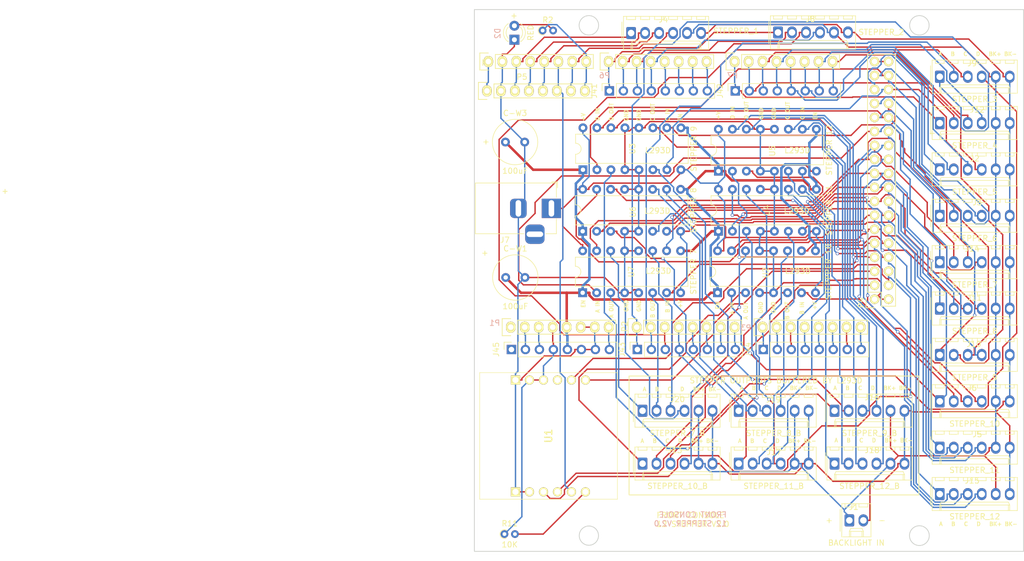
<source format=kicad_pcb>
(kicad_pcb (version 20221018) (generator pcbnew)
  (title_block (date "mar. 31 mars 2015"))
  (layers (0 "F.Cu" signal) (31 "B.Cu" signal) (34 "B.Paste" user) (35 "F.Paste" user) (36 "B.SilkS" user "B.Silkscreen") (37 "F.SilkS" user "F.Silkscreen") (38 "B.Mask" user) (39 "F.Mask" user) (44 "Edge.Cuts" user))
  (net 0 "")
  (net 1 "Net-(D2-A)")
  (net 2 "GND")
  (net 3 "STEP_V+")
  (net 4 "+5VL")
  (net 5 "/STEPPER_4_C")
  (net 6 "/STEPPER_4_A")
  (net 8 "/*7")
  (net 9 "/IOREF")
  (net 10 "/Reset")
  (net 11 "+3V3")
  (net 12 "/*11")
  (net 13 "/*12")
  (net 14 "/*13")
  (net 15 "/*3")
  (net 16 "/*4")
  (net 17 "/*5")
  (net 18 "/*6")
  (net 19 "/A0")
  (net 20 "/RX0{slash}0")
  (net 21 "/*2")
  (net 22 "/RX2{slash}17")
  (net 23 "/RX3{slash}15")
  (net 24 "/SCL{slash}21")
  (net 25 "/SDA{slash}20")
  (net 26 "/RX1{slash}19")
  (net 27 "SCLK")
  (net 28 "ES1_RST")
  (net 29 "Net-(P4-Pin_35)")
  (net 30 "/A1")
  (net 31 "MISO")
  (net 32 "MOSI")
  (net 33 "/A2")
  (net 34 "/A3")
  (net 35 "Net-(U1-INT)")
  (net 37 "/STEPPER_5_A")
  (net 38 "BACKLIGHT_LED+")
  (net 39 "BACKLIGHT_LED-")
  (net 40 "STPPER_6_D")
  (net 41 "STPPER_6_C")
  (net 42 "/AREF")
  (net 43 "/*9")
  (net 44 "/*8")
  (net 45 "/A4")
  (net 46 "/A5")
  (net 47 "SS")
  (net 48 "/A6")
  (net 49 "/A7")
  (net 50 "/A8")
  (net 51 "/A9")
  (net 52 "/A10")
  (net 53 "/A11")
  (net 54 "/A12")
  (net 55 "/A13")
  (net 56 "STPPER_6_B")
  (net 57 "STPPER_6_A")
  (net 58 "STPPER_11_A")
  (net 59 "STPPER_11_B")
  (net 60 "STPPER_11_C")
  (net 61 "STPPER_11_D")
  (net 62 "STPPER_10_A")
  (net 63 "STPPER_10_B")
  (net 64 "STPPER_10_C")
  (net 65 "STPPER_10_D")
  (net 66 "STPPER_9_A")
  (net 67 "STPPER_9_B")
  (net 68 "STPPER_9_C")
  (net 69 "STPPER_9_D")
  (net 70 "STPPER_8_D")
  (net 71 "STPPER_8_C")
  (net 72 "STPPER_8_B")
  (net 73 "STPPER_8_A")
  (net 74 "STPPER_7_D")
  (net 75 "STPPER_7_C")
  (net 76 "STPPER_7_B")
  (net 77 "STPPER_7_A")
  (net 78 "STPPER_12_A")
  (net 79 "STPPER_12_B")
  (net 80 "STPPER_12_D")
  (net 81 "STPPER_12_C")
  (net 82 "/A14")
  (net 83 "/A15")
  (net 85 "VCC")
  (net 86 "Net-(J13-Pin_1)")
  (net 87 "Net-(J13-Pin_2)")
  (net 88 "Net-(J13-Pin_3)")
  (net 89 "Net-(J13-Pin_4)")
  (net 90 "Net-(J16-Pin_1)")
  (net 91 "Net-(J16-Pin_2)")
  (net 92 "Net-(J16-Pin_3)")
  (net 93 "Net-(J16-Pin_4)")
  (net 94 "Net-(J17-Pin_1)")
  (net 95 "Net-(J17-Pin_2)")
  (net 96 "Net-(J17-Pin_3)")
  (net 97 "Net-(J17-Pin_4)")
  (net 98 "Net-(J18-Pin_1)")
  (net 99 "Net-(J18-Pin_2)")
  (net 100 "Net-(J18-Pin_3)")
  (net 101 "Net-(J18-Pin_4)")
  (net 102 "Net-(J19-Pin_1)")
  (net 103 "Net-(J19-Pin_2)")
  (net 104 "Net-(J19-Pin_3)")
  (net 105 "Net-(J19-Pin_4)")
  (net 106 "Net-(J20-Pin_1)")
  (net 107 "Net-(J20-Pin_2)")
  (net 108 "Net-(J20-Pin_3)")
  (net 109 "Net-(J20-Pin_4)")
  (net 110 "/TX0{slash}1")
  (footprint "Socket_Arduino_Mega:Socket_Strip_Arduino_2x18" (layer "F.Cu") (at 197.358 114.046 90)
    (fp_text reference "P4")
    (fp_text value "Digital" hide)
  )
  (footprint "Socket_Arduino_Mega:Socket_Strip_Arduino_1x08" (layer "F.Cu") (at 131.318 119.126)
    (fp_text reference "P1")
    (fp_text value "Power")
  )
  (footprint "Socket_Arduino_Mega:Socket_Strip_Arduino_1x08" (layer "F.Cu") (at 177.038 119.126)
    (fp_text reference "P3")
    (fp_text value "Analog")
  )
  (footprint "Socket_Arduino_Mega:Socket_Strip_Arduino_1x08" (layer "F.Cu") (at 127.254 70.866)
    (fp_text reference "P5")
    (fp_text value "PWM")
  )
  (footprint "Socket_Arduino_Mega:Socket_Strip_Arduino_1x08" (layer "F.Cu") (at 149.098 70.866)
    (fp_text reference "P6")
    (fp_text value "PWM")
  )
  (footprint "Socket_Arduino_Mega:Socket_Strip_Arduino_1x08" (layer "F.Cu") (at 171.958 70.866)
    (fp_text reference "P7")
    (fp_text value "Communication")
  )
  (footprint "LED_THT:LED_D3.0mm" (layer "F.Cu") (at 131.9784 66.9036 90)
    (fp_text reference "D2")
    (fp_text value "RED")
  )
  (footprint "Connector_Molex:Molex_KK-254_AE-6410-06A_1x06_P2.54mm_Vertical" (layer "F.Cu") (at 153.162 65.6844)
    (fp_text reference "J4")
    (fp_text value "STEPPER_1")
  )
  (footprint "Connector_PinSocket_2.54mm:PinSocket_1x08_P2.54mm_Vertical" (layer "F.Cu") (at 172.085 76.2 90)
    (fp_text reference "J42")
    (fp_text value "Communication")
  )
  (footprint "Connector_Molex:Molex_KK-254_AE-6410-06A_1x06_P2.54mm_Vertical" (layer "F.Cu") (at 209.1944 115.7539)
    (fp_text reference "J11")
    (fp_text value "STEPPER_8")
  )
  (footprint "Connector_Molex:Molex_KK-254_AE-6410-06A_1x06_P2.54mm_Vertical" (layer "F.Cu") (at 209.1944 98.904)
    (fp_text reference "J3")
    (fp_text value "STEPPER_6")
  )
  (footprint "Connector_PinSocket_2.54mm:PinSocket_1x08_P2.54mm_Vertical" (layer "F.Cu") (at 149.225 76.2 90)
    (fp_text reference "J41")
    (fp_text value "PWM")
  )
  (footprint "Package_DIP:DIP-16_W7.62mm" (layer "F.Cu") (at 144.3736 112.8776 90)
    (fp_text reference "U7")
    (fp_text value "STEPPER 7")
  )
  (footprint "Connector_BarrelJack:BarrelJack_Horizontal" (layer "F.Cu") (at 138.7 97.5425)
    (fp_text reference "J7")
    (fp_text value "STEPPER 5V")
  )
  (footprint "Connector_Molex:Molex_KK-254_AE-6410-06A_1x06_P2.54mm_Vertical" (layer "F.Cu") (at 172.6946 143.9164)
    (fp_text reference "J17")
    (fp_text value "STEPPER_11_B")
  )
  (footprint "Connector_PinSocket_2.54mm:PinSocket_1x08_P2.54mm_Vertical" (layer "F.Cu") (at 154.305 123.19 90)
    (fp_text reference "J43")
    (fp_text value "Analog")
  )
  (footprint "Connector_Molex:Molex_KK-254_AE-6410-06A_1x06_P2.54mm_Vertical" (layer "F.Cu") (at 155.2448 143.9164)
    (fp_text reference "J13")
    (fp_text value "STEPPER_10_B")
  )
  (footprint "Connector_Molex:Molex_KK-254_AE-6410-06A_1x06_P2.54mm_Vertical" (layer "F.Cu") (at 155.2448 134.3152)
    (fp_text reference "J20")
    (fp_text value "STEPPER_7_B")
  )
  (footprint "Resistor_THT:R_Axial_DIN0204_L3.6mm_D1.6mm_P1.90mm_Vertical" (layer "F.Cu") (at 137.1092 65.2272)
    (fp_text reference "R2")
    (fp_text value "330")
  )
  (footprint "Connector_Molex:Molex_KK-254_AE-6410-06A_1x06_P2.54mm_Vertical" (layer "F.Cu") (at 179.832 65.5828)
    (fp_text reference "J8")
    (fp_text value "STEPPER_2")
  )
  (footprint "Capacitor_THT:C_Radial_D8.0mm_H7.0mm_P3.50mm" (layer "F.Cu") (at 130.4 110.1)
    (fp_text reference "C-W1")
    (fp_text value "100uF")
  )
  (footprint "Package_DIP:DIP-16_W7.62mm" (layer "F.Cu") (at 168.8592 112.8776 90)
    (fp_text reference "U2")
    (fp_text value "STEPPPER 10")
  )
  (footprint "Socket_Arduino_Mega:Socket_Strip_Arduino_1x08" (layer "F.Cu") (at 154.178 119.126)
    (fp_text reference "P2")
    (fp_text value "Analog")
  )
  (footprint "Resistor_THT:R_Axial_DIN0204_L3.6mm_D1.6mm_P1.90mm_Vertical" (layer "F.Cu") (at 130.18 156.718)
    (fp_text reference "R11")
    (fp_text value "10K")
  )
  (footprint "Connector_Molex:Molex_KK-254_AE-6410-06A_1x06_P2.54mm_Vertical" (layer "F.Cu") (at 209.1944 141.0287)
    (fp_text reference "J5")
    (fp_text value "STEPPER_11")
  )
  (footprint "Connector_Molex:Molex_KK-254_AE-6410-06A_1x06_P2.54mm_Vertical" (layer "F.Cu") (at 209.1944 90.4791)
    (fp_text reference "J2")
    (fp_text value "STEPPER_5")
  )
  (footprint "Connector_Molex:Molex_KK-254_AE-6410-06A_1x06_P2.54mm_Vertical" (layer "F.Cu") (at 190.0936 134.3152)
    (fp_text reference "J16")
    (fp_text value "STEPPER_9_B")
  )
  (footprint "Connector_Molex:Molex_KK-254_AE-6410-02A_1x02_P2.54mm_Vertical" (layer "F.Cu") (at 192.786 154.2288)
    (fp_text reference "J1")
    (fp_text value "BACKLIGHT IN")
  )
  (footprint "Package_DIP:DIP-16_W7.62mm" (layer "F.Cu") (at 169.0116 90.7796 90)
    (fp_text reference "U5")
    (fp_text value "STEPPER 12")
  )
  (footprint "Package_DIP:DIP-16_W7.62mm" (layer "F.Cu") (at 169.0116 101.7016 90)
    (fp_text reference "U4")
    (fp_text value "STEPPER 11")
  )
  (footprint "Connector_Molex:Molex_KK-254_AE-6410-06A_1x06_P2.54mm_Vertical" (layer "F.Cu") (at 209.1944 82.0541)
    (fp_text reference "J12")
    (fp_text value "STEPPER_4")
  )
  (footprint "USR-ES1:USRES1" (layer "F.Cu") (at 132.1816 149.0472 90)
    (fp_text reference "U1")
    (fp_text value "USR-ES1" hide)
  )
  (footprint "Connector_Molex:Molex_KK-254_AE-6410-06A_1x06_P2.54mm_Vertical" (layer "F.Cu") (at 209.1944 124.1788)
    (fp_text reference "J10")
    (fp_text value "STEPPER_9")
  )
  (footprint "Capacitor_THT:C_Radial_D8.0mm_H7.0mm_P3.50mm" (layer "F.Cu") (at 130.3528 85.4964)
    (fp_text reference "C-W3")
    (fp_text value "100uF")
  )
  (footprint "Socket_Arduino_Mega:Socket_Strip_Arduino_1x08" (layer "F.Cu") (at 127 76.2)
    (fp_text reference "P8")
    (fp_text value "PWM")
  )
  (footprint "Connector_Molex:Molex_KK-254_AE-6410-06A_1x06_P2.54mm_Vertical" (layer "F.Cu") (at 190.0936 143.9164)
    (fp_text reference "J18")
    (fp_text value "STEPPER_12_B")
  )
  (footprint "Connector_Molex:Molex_KK-254_AE-6410-06A_1x06_P2.54mm_Vertical" (layer "F.Cu") (at 172.6946 134.3152)
    (fp_text reference "J19")
    (fp_text value "STEPPER_8_B")
  )
  (footprint "Connector_PinSocket_2.54mm:PinSocket_1x08_P2.54mm_Vertical" (layer "F.Cu") (at 177.165 123.19 90)
    (fp_text reference "J44")
    (fp_text value "Analog")
  )
  (footprint "Connector_Molex:Molex_KK-254_AE-6410-06A_1x06_P2.54mm_Vertical" (layer "F.Cu") (at 209.1944 73.6292)
    (fp_text reference "J9")
    (fp_text value "STEPPER_3")
  )
  (footprint "Connector_Molex:Molex_KK-254_AE-6410-06A_1x06_P2.54mm_Vertical" (layer "F.Cu") (at 209.1944 132.6037)
    (fp_text reference "J6")
    (fp_text value "STEPPER_10")
  )
  (footprint "Package_DIP:DIP-16_W7.62mm" (layer "F.Cu") (at 144.4244 90.5256 90)
    (fp_text reference "U3")
    (fp_text value "STEPPER 9")
  )
  (footprint "Package_DIP:DIP-16_W7.62mm" (layer "F.Cu") (at 144.3736 101.7016 90)
    (fp_text reference "U6")
    (fp_text value "STEPPER 8")
  )
  (footprint "Connector_Molex:Molex_KK-254_AE-6410-06A_1x06_P2.54mm_Vertical" (layer "F.Cu") (at 209.1944 149.4536)
    (fp_text reference "J15")
    (fp_text value "STEPPER_12")
  )
  (footprint "Connector_PinSocket_2.54mm:PinSocket_1x08_P2.54mm_Vertical" (layer "F.Cu") (at 131.445 123.19 90)
    (fp_text reference "J45")
    (fp_text value "Power")
  )
  (footprint "Connector_Molex:Molex_KK-254_AE-6410-06A_1x06_P2.54mm_Vertical" (layer "F.Cu") (at 209.1944 107.3289)
    (fp_text reference "J14")
    (fp_text value "STEPPER_7")
  )
  (gr_rect (start 152.8 128) (end 205.4 149.6) (stroke (width 0.15)) (fill none) (layer "F.SilkS"))
  (gr_circle (center 205.4948 157) (end 207.2728 157.254) (stroke (width 0.15)) (fill none) (layer "Edge.Cuts"))
  (gr_circle (center 205.4948 64.29) (end 206.6124 65.6616) (stroke (width 0.15)) (fill none) (layer "Edge.Cuts"))
  (gr_circle (center 145.5 64.29) (end 146.8716 65.4076) (stroke (width 0.15)) (fill none) (layer "Edge.Cuts"))
  (gr_circle (center 145.5 157) (end 146.9224 158.016) (stroke (width 0.15)) (fill none) (layer "Edge.Cuts"))
  (gr_rect (start 124.71575 61.4325) (end 224.41075 159.8575) (stroke (width 0.15)) (fill none) (layer "Edge.Cuts"))
  (gr_text "FRONT CONSOLE\n12 STEPPER V2.0" (at 170.6 155.4) (layer "B.SilkS") (effects (font (size 1 1)) (justify left bottom mirror)))
  (gr_text "STEPPER OUTPUOTS BUFFERED BY L293D" (at 163.7 129.4) (layer "F.SilkS") (effects (font (size 1 1)) (justify left bottom)))
  (gr_text "EN" (at 169.3 114.4 90) (layer "F.SilkS") (effects (font (size 0.7 0.7)) (justify right bottom)))
  (gr_text "B IN" (at 184.6 114.4 90) (layer "F.SilkS") (effects (font (size 0.7 0.7)) (justify right bottom)))
  (gr_text "GND" (at 152.7 81.8 90) (layer "F.SilkS") (effects (font (size 0.7 0.7)) (justify left bottom)))
  (gr_text "A   B   C   D   BK+ BK-" (at 154.8 140.2) (layer "F.SilkS") (effects (font (size 0.7 0.7)) (justify left bottom)))
  (gr_text "L293D" (at 180.9 87.6) (layer "F.SilkS") (effects (font (size 1 1)) (justify left bottom)))
  (gr_text "A IN" (at 171.9 114.5 90) (layer "F.SilkS") (effects (font (size 0.7 0.7)) (justify right bottom)))
  (gr_text "A   B   C   D   BK+ BK-" (at 209 155.3) (layer "F.SilkS") (effects (font (size 0.7 0.7)) (justify left bottom)))
  (gr_text "B IN" (at 160.2 114.1 90) (layer "F.SilkS") (effects (font (size 0.7 0.7)) (justify right bottom)))
  (gr_text "+" (at 39.455653 94.457447 90) (layer "F.SilkS") (effects (font (size 1 1))))
  (gr_text "L293D" (at 155.7 109.5) (layer "F.SilkS") (effects (font (size 1 1)) (justify left bottom)))
  (gr_text "C IN" (at 184.7 81.5 90) (layer "F.SilkS") (effects (font (size 0.7 0.7)) (justify left bottom)))
  (gr_text "A   B   C   D   BK+ BK-" (at 172.5 140.2) (layer "F.SilkS") (effects (font (size 0.7 0.7)) (justify left bottom)))
  (gr_text "-" (at 198 154.8) (layer "F.SilkS") (effects (font (size 1 1)) (justify left bottom)))
  (gr_text "D OUT" (at 174.5 81.4 90) (layer "F.SilkS") (effects (font (size 0.7 0.7)) (justify left bottom)))
  (gr_text "GND" (at 155 81.8 90) (layer "F.SilkS") (effects (font (size 0.7 0.7)) (justify left bottom)))
  (gr_text "A   B   C   D   BK+ BK-" (at 208.9 69.9) (layer "F.SilkS") (effects (font (size 0.7 0.7)) (justify left bottom)))
  (gr_text "A   B   C   D   BK+ BK-" (at 155.2 130.8) (layer "F.SilkS") (effects (font (size 0.7 0.7)) (justify left bottom)))
  (gr_text "GND" (at 179.5 81.5 90) (layer "F.SilkS") (effects (font (size 0.7 0.7)) (justify left bottom)))
  (gr_text "+" (at 207.739619 83.92 90) (layer "F.SilkS") (effects (font (size 1 1))))
  (gr_text "EN" (at 162.5 81.8 90) (layer "F.SilkS") (effects (font (size 0.7 0.7)) (justify left bottom)))
  (gr_text "D OUT" (at 150 81.7 90) (layer "F.SilkS") (effects (font (size 0.7 0.7)) (justify left bottom)))
  (gr_text "A OUT" (at 174.4 114.5 90) (layer "F.SilkS") (effects (font (size 0.7 0.7)) (justify right bottom)))
  (gr_text "C IN" (at 160.2 81.8 90) (layer "F.SilkS") (effects (font (size 0.7 0.7)) (justify left bottom)))
  (gr_text "A   B   C   D   BK+ BK-" (at 172.8 130.6) (layer "F.SilkS") (effects (font (size 0.7 0.7)) (justify left bottom)))
  (gr_text "C OUT" (at 157.5 81.8 90) (layer "F.SilkS") (effects (font (size 0.7 0.7)) (justify left bottom)))
  (gr_text "B OUT" (at 181.9 114.4 90) (layer "F.SilkS") (effects (font (size 0.7 0.7)) (justify right bottom)))
  (gr_text "+" (at 131.2 63.1) (layer "F.SilkS") (effects (font (size 1 1)) (justify left bottom)))
  (gr_text "EN" (at 187 81.5 90) (layer "F.SilkS") (effects (font (size 0.7 0.7)) (justify left bottom)))
  (gr_text "B OUT" (at 157.5 114.1 90) (layer "F.SilkS") (effects (font (size 0.7 0.7)) (justify right bottom)))
  (gr_text "+" (at 126.1 86) (layer "F.SilkS") (effects (font (size 1 1)) (justify left bottom)))
  (gr_text "A IN" (at 147.5 114.2 90) (layer "F.SilkS") (effects (font (size 0.7 0.7)) (justify right bottom)))
  (gr_text "GND" (at 152.7 114.1 90) (layer "F.SilkS") (effects (font (size 0.7 0.7)) (justify right bottom)))
  (gr_text "GND" (at 177.1 114.4 90) (layer "F.SilkS") (effects (font (size 0.7 0.7)) (justify right bottom)))
  (gr_text "+V" (at 186.9 114.4 90) (layer "F.SilkS") (effects (font (size 0.7 0.7)) (justify right bottom)))
  (gr_text "+" (at 188.4 154.8) (layer "F.SilkS") (effects (font (size 1 1)) (justify left bottom)))
  (gr_text "+V" (at 144.9 81.8 90) (layer "F.SilkS") (effects (font (size 0.7 0.7)) (justify left bottom)))
  (gr_text "+V" (at 162.5 114.1 90) (layer "F.SilkS") (effects (font (size 0.7 0.7)) (justify right bottom)))
  (gr_text "+" (at 125.9 106.2) (layer "F.SilkS") (effects (font (size 1 1)) (justify left bottom)))
  (gr_text "A   B   C   D   BK+ BK-" (at 190 140.1) (layer "F.SilkS") (effects (font (size 0.7 0.7)) (justify left bottom)))
  (gr_text "FRONT CONSOLE\n12 STEPPER V2.0" (at 157.7 155.5) (layer "F.SilkS") (effects (font (size 1 1)) (justify left bottom)))
  (gr_text "D IN" (at 147.5 81.7 90) (layer "F.SilkS") (effects (font (size 0.7 0.7)) (justify left bottom)))
  (gr_text "L293D" (at 180.8 98.6) (layer "F.SilkS") (effects (font (size 1 1)) (justify left bottom)))
  (gr_text "GND" (at 179.4 114.4 90) (layer "F.SilkS") (effects (font (size 0.7 0.7)) (justify right bottom)))
  (gr_text "A   B   C   D   BK+ BK-" (at 189.8 130.6) (layer "F.SilkS") (effects (font (size 0.7 0.7)) (justify left bottom)))
  (gr_text "+V" (at 169.4 81.5 90) (layer "F.SilkS") (effects (font (size 0.7 0.7)) (justify left bottom)))
  (gr_text "A OUT" (at 150 114.2 90) (layer "F.SilkS") (effects (font (size 0.7 0.7)) (justify right bottom)))
  (gr_text "D IN" (at 172 81.4 90) (layer "F.SilkS") (effects (font (size 0.7 0.7)) (justify left bottom)))
  (gr_text "GND" (at 177.2 81.5 90) (layer "F.SilkS") (effects (font (size 0.7 0.7)) (justify left bottom)))
  (gr_text "L293D" (at 181 109.5) (layer "F.SilkS") (effects (font (size 1 1)) (justify left bottom)))
  (gr_text "C OUT" (at 182 81.5 90) (layer "F.SilkS") (effects (font (size 0.7 0.7)) (justify left bottom)))
  (gr_text "L293D" (at 155.5 98.6) (layer "F.SilkS") (effects (font (size 1 1)) (justify left bottom)))
  (gr_text "GND" (at 155 114.1 90) (layer "F.SilkS") (effects (font (size 0.7 0.7)) (justify right bottom)))
  (gr_text "L293D" (at 155.6 87.6) (layer "F.SilkS") (effects (font (size 1 1)) (justify left bottom)))
  (gr_text "EN" (at 144.9 114.1 90) (layer "F.SilkS") (effects (font (size 0.7 0.7)) (justify right bottom)))
  (segment (start 137.9483 64.1663) (end 132.1757 64.1663) (width 0.25) (layer "F.Cu") (net 1))
  (segment (start 132.1757 64.1663) (end 131.9784 64.3636) (width 0.25) (layer "F.Cu") (net 1))
  (segment (start 139.0092 65.2272) (end 137.9483 64.1663) (width 0.25) (layer "F.Cu") (net 1))
  (segment (start 137.4117 124.3653) (end 142.1618 124.3653) (width 0.25) (layer "F.Cu") (net 2))
  (segment (start 146.685 123.19) (end 144.145 123.19) (width 0.25) (layer "F.Cu") (net 2))
  (segment (start 152.0444 83.4682) (end 152.0444 84.0309) (width 0.25) (layer "F.Cu") (net 2))
  (segment (start 193.9803 110.359) (end 193.6086 110.359) (width 0.25) (layer "F.Cu") (net 2))
  (segment (start 176.4792 112.8776) (end 177.6045 112.8776) (width 0.25) (layer "F.Cu") (net 2))
  (segment (start 197.8723 110.317) (end 194.0223 110.317) (width 0.25) (layer "F.Cu") (net 2))
  (segment (start 175.5063 83.1596) (end 175.5063 82.8783) (width 0.25) (layer "F.Cu") (net 2))
  (segment (start 153.4591 90.5256) (end 153.4523 90.5188) (width 0.25) (layer "F.Cu") (net 2))
  (segment (start 198.0336 113.3704) (end 197.358 114.046) (width 0.25) (layer "F.Cu") (net 2))
  (segment (start 150.8683 112.5963) (end 150.8683 112.8776) (width 0.25) (layer "F.Cu") (net 2))
  (segment (start 174.4083 81.7803) (end 156.5536 81.7803) (width 0.25) (layer "F.Cu") (net 2))
  (segment (start 153.4523 90.5188) (end 152.0444 90.5188) (width 0.25) (layer "F.Cu") (net 2))
  (segment (start 129.794 69.5247) (end 130.5826 69.5247) (width 0.25) (layer "F.Cu") (net 2))
  (segment (start 198.5514 112.8526) (end 198.5514 110.9961) (width 0.25) (layer "F.Cu") (net 2))
  (segment (start 132.1816 128.7272) (end 133.3394 128.7272) (width 0.25) (layer "F.Cu") (net 2))
  (segment (start 152.0444 84.0309) (end 152.0444 89.4003) (width 0.25) (layer "F.Cu") (net 2))
  (segment (start 146.558 119.126) (end 144.018 119.126) (width 0.25) (layer "F.Cu") (net 2))
  (segment (start 151.9936 112.8776) (end 153.1189 112.8776) (width 0.25) (layer "F.Cu") (net 2))
  (segment (start 152.0444 90.5188) (end 152.0444 89.4003) (width 0.25) (layer "F.Cu") (net 2))
  (segment (start 152.0444 90.5256) (end 152.0444 90.5188) (width 0.25) (layer "F.Cu") (net 2))
  (segment (start 148.372 110.1) (end 150.8683 112.5963) (width 0.25) (layer "F.Cu") (net 2))
  (segment (start 133.3394 128.4376) (end 137.4117 124.3653) (width 0.25) (layer "F.Cu") (net 2))
  (segment (start 142.1618 124.3653) (end 142.9697 123.5574) (width 0.25) (layer "F.Cu") (net 2))
  (segment (start 179.0192 112.8776) (end 177.6045 112.8776) (width 0.25) (layer "F.Cu") (net 2))
  (segment (start 144.145 123.19) (end 142.9697 123.19) (width 0.25) (layer "F.Cu") (net 2))
  (segment (start 176.6316 94.0816) (end 179.1716 94.0816) (width 0.25) (layer "F.Cu") (net 2))
  (segment (start 152.0444 82.9056) (end 152.0444 83.4682) (width 0.25) (layer "F.Cu") (net 2))
  (segment (start 176.6316 83.1596) (end 175.5063 83.1596) (width 0.25) (layer "F.Cu") (net 2))
  (segment (start 151.9936 112.8776) (end 150.8683 112.8776) (width 0.25) (layer "F.Cu") (net 2))
  (segment (start 134.7216 149.0472) (end 132.1816 149.0472) (width 0.25) (layer "F.Cu") (net 2))
  (segment (start 133.9 110.1) (end 148.372 110.1) (width 0.25) (layer "F.Cu") (net 2))
  (segment (start 193.3623 110.6053) (end 189.2717 110.6053) (width 0.25) (layer "F.Cu") (net 2))
  (segment (start 179.1716 83.1596) (end 176.6316 83.1596) (width 0.25) (layer "F.Cu") (net 2))
  (segment (start 180.8412 111.0556) (end 179.0192 112.8776) (width 0.25) (layer "F.Cu") (net 2))
  (segment (start 152.0444 83.4682) (end 152.8965 83.4682) (width 0.25) (layer "F.Cu") (net 2))
  (segment (start 151.9936 105.2576) (end 154.5336 105.2576) (width 0.25) (layer "F.Cu") (net 2))
  (segment (start 129.794 70.866) (end 129.794 69.5247) (width 0.25) (layer "F.Cu") (net 2))
  (segment (start 154.5844 82.9056) (end 155.7097 82.9056) (width 0.25) (layer "F.Cu") (net 2))
  (segment (start 198.7091 114.046) (end 198.0336 113.3704) (width 0.25) (layer "F.Cu") (net 2))
  (segment (start 153.6816 112.3149) (end 153.1189 112.8776) (width 0.25) (layer "F.Cu") (net 2))
  (segment (start 198.5514 110.9961) (end 197.8723 110.317) (width 0.25) (layer "F.Cu") (net 2))
  (segment (start 156.5536 81.7803) (end 155.7097 82.6242) (width 0.25) (layer "F.Cu") (net 2))
  (segment (start 176.4792 105.2576) (end 179.0192 105.2576) (width 0.25) (layer "F.Cu") (net 2))
  (segment (start 133.3394 128.7272) (end 133.3394 128.4376) (width 0.25) (layer "F.Cu") (net 2))
  (segment (start 142.9697 123.5574) (end 142.9697 123.19) (width 0.25) (layer "F.Cu") (net 2))
  (segment (start 179.1716 101.7016) (end 176.6316 101.7016) (width 0.25) (layer "F.Cu") (net 2))
  (segment (start 175.5063 82.8783) (end 174.4083 81.7803) (width 0.25) (layer "F.Cu") (net 2))
  (segment (start 193.6086 110.359) (end 193.3623 110.6053) (width 0.25) (layer "F.Cu") (net 2))
  (segment (start 155.7097 82.6242) (end 155.7097 82.9056) (width 0.25) (layer "F.Cu") (net 2))
  (segment (start 194.0223 110.317) (end 193.9803 110.359) (width 0.25) (layer "F.Cu") (net 2))
  (segment (start 154.5336 101.7016) (end 151.9936 101.7016) (width 0.25) (layer "F.Cu") (net 2))
  (segment (start 154.5336 112.8776) (end 154.5336 112.3149) (width 0.25) (layer "F.Cu") (net 2))
  (segment (start 154.5844 90.5256) (end 153.4591 90.5256) (width 0.25) (layer "F.Cu") (net 2))
  (segment (start 188.8214 111.0556) (end 180.8412 111.0556) (width 0.25) (layer "F.Cu") (net 2))
  (segment (start 154.5844 82.9056) (end 153.4591 82.9056) (width 0.25) (layer "F.Cu") (net 2))
  (segment (start 151.9936 94.0816) (end 154.5336 94.0816) (width 0.25) (layer "F.Cu") (net 2))
  (segment (start 130.5826 69.5247) (end 131.9784 68.1289) (width 0.25) (layer "F.Cu") (net 2))
  (segment (start 189.2717 110.6053) (end 188.8214 111.0556) (width 0.25) (layer "F.Cu") (net 2))
  (segment (start 131.9784 66.9036) (end 131.9784 68.1289) (width 0.25) (layer "F.Cu") (net 2))
  (segment (start 199.898 114.046) (end 198.7091 114.046) (width 0.25) (layer "F.Cu") (net 2))
  (segment (start 154.5336 112.3149) (end 153.6816 112.3149) (width 0.25) (layer "F.Cu") (net 2))
  (segment (start 198.0336 113.3704) (end 198.5514 112.8526) (width 0.25) (layer "F.Cu") (net 2))
  (segment (start 152.8965 83.4682) (end 153.4591 82.9056) (width 0.25) (layer "F.Cu") (net 2))
  (segment (start 179.0192 105.2576) (end 179.0192 112.8776) (width 0.25) (layer "B.Cu") (net 2))
  (segment (start 132.6204 127.1306) (end 132.1816 127.5694) (width 0.25) (layer "B.Cu") (net 2))
  (segment (start 133.8528 85.4964) (end 133.8528 96.3897) (width 0.25) (layer "B.Cu") (net 2))
  (segment (start 154.5844 92.9055) (end 154.5844 90.5256) (width 0.25) (layer "B.Cu") (net 2))
  (segment (start 132.7 108.9) (end 132.7 97.5425) (width 0.25) (layer "B.Cu") (net 2))
  (segment (start 176.6316 101.7016) (end 176.6316 102.8269) (width 0.25) (layer "B.Cu") (net 2))
  (segment (start 179.1716 90.7796) (end 179.1716 94.0816) (width 0.25) (layer "B.Cu") (net 2))
  (segment (start 151.9936 101.7016) (end 151.9936 105.2576) (width 0.25) (layer "B.Cu") (net 2))
  (segment (start 179.1716 95.2069) (end 179.1716 100.5763) (width 0.25) (layer "B.Cu") (net 2))
  (segment (start 129.54 76.2) (end 129.54 74.8587) (width 0.25) (layer "B.Cu") (net 2))
  (segment (start 146.685 122.0147) (end 146.558 121.8877) (width 0.25) (layer "B.Cu") (net 2))
  (segment (start 129.54 76.2) (end 129.54 81.1836) (width 0.25) (layer "B.Cu") (net 2))
  (segment (start 146.558 121.8877) (end 146.558 119.126) (width 0.25) (layer "B.Cu") (net 2))
  (segment (start 176.6316 83.1596) (end 176.6316 90.7796) (width 0.25) (layer "B.Cu") (net 2))
  (segment (start 179.1716 101.7016) (end 179.1716 100.5763) (width 0.25) (layer "B.Cu") (net 2))
  (segment (start 133.9 110.1) (end 132.6204 111.3796) (width 0.25) (layer "B.Cu") (net 2))
  (segment (start 154.5336 92.9563) (end 154.5844 92.9055) (width 0.25) (layer "B.Cu") (net 2))
  (segment (start 146.685 123.19) (end 146.685 122.0147) (width 0.25) (layer "B.Cu") (net 2))
  (segment (start 132.1816 149.0472) (end 132.1816 128.7272) (width 0.25) (layer "B.Cu") (net 2))
  (segment (start 129.54 74.8587) (end 129.794 74.6047) (width 0.25) (layer "B.Cu") (net 2))
  (segment (start 133.8528 96.3897) (end 132.7 97.5425) (width 0.25) (layer "B.Cu") (net 2))
  (segment (start 179.1716 90.7796) (end 178.0463 90.7796) (width 0.25) (layer "B.Cu") (net 2))
  (segment (start 154.5336 101.7016) (end 154.5336 94.0816) (width 0.25) (layer "B.Cu") (net 2))
  (segment (start 176.6316 102.8269) (end 176.4792 102.9793) (width 0.25) (layer "B.Cu") (net 2))
  (segment (start 133.9 110.1) (end 132.7 108.9) (width 0.25) (layer "B.Cu") (net 2))
  (segment (start 151.9936 112.8776) (end 151.9936 105.2576) (width 0.25) (layer "B.Cu") (net 2))
  (segment (start 129.794 74.6047) (end 129.794 70.866) (width 0.25) (layer "B.Cu") (net 2))
  (segment (start 154.5336 94.0816) (end 154.5336 92.9563) (width 0.25) (layer "B.Cu") (net 2))
  (segment (start 132.6204 111.3796) (end 132.6204 127.1306) (width 0.25) (layer "B.Cu") (net 2))
  (segment (start 179.1716 94.0816) (end 179.1716 95.2069) (width 0.25) (layer "B.Cu") (net 2))
  (segment (start 129.54 81.1836) (end 133.8528 85.4964) (width 0.25) (layer "B.Cu") (net 2))
  (segment (start 176.4792 102.9793) (end 176.4792 105.2576) (width 0.25) (layer "B.Cu") (net 2))
  (segment (start 176.6316 90.7796) (end 178.0463 90.7796) (width 0.25) (layer "B.Cu") (net 2))
  (segment (start 132.1816 128.7272) (end 132.1816 127.5694) (width 0.25) (layer "B.Cu") (net 2))
  (segment (start 170.318 100.9269) (end 170.318 102.8269) (width 0.25) (layer "F.Cu") (net 3))
  (segment (start 144.0923 104.1323) (end 140.7753 100.8153) (width 0.25) (layer "F.Cu") (net 3))
  (segment (start 184.8224 89.6543) (end 185.6663 90.4982) (width 0.25) (layer "F.Cu") (net 3))
  (segment (start 140.7753 100.8153) (end 140.7753 97.5425) (width 0.25) (layer "F.Cu") (net 3))
  (segment (start 163.2789 101.7016) (end 163.7058 101.7016) (width 0.25) (layer "F.Cu") (net 3))
  (segment (start 144.3736 105.2576) (end 144.3736 104.1323) (width 0.25) (layer "F.Cu") (net 3))
  (segment (start 162.7671 90.5256) (end 160.3364 92.9563) (width 0.25) (layer "F.Cu") (net 3))
  (segment (start 160.3364 92.9563) (end 146.3428 92.9563) (width 0.25) (layer "F.Cu") (net 3))
  (segment (start 169.9845 103.1604) (end 170.318 102.8269) (width 0.25) (layer "F.Cu") (net 3))
  (segment (start 185.6663 90.4982) (end 185.6663 90.7796) (width 0.25) (layer "F.Cu") (net 3))
  (segment (start 169.9674 100.5763) (end 170.318 100.9269) (width 0.25) (layer "F.Cu") (net 3))
  (segment (start 162.7671 90.5256) (end 163.3297 90.5256) (width 0.25) (layer "F.Cu") (net 3))
  (segment (start 138.7 97.5425) (end 140.7753 97.5425) (width 0.25) (layer "F.Cu") (net 3))
  (segment (start 163.7058 101.7016) (end 164.8311 100.5763) (width 0.25) (layer "F.Cu") (net 3))
  (segment (start 164.8311 100.5763) (end 169.9674 100.5763) (width 0.25) (layer "F.Cu") (net 3))
  (segment (start 146.3428 92.9563) (end 145.4989 93.8002) (width 0.25) (layer "F.Cu") (net 3))
  (segment (start 143.2483 95.0695) (end 140.7753 97.5425) (width 0.25) (layer "F.Cu") (net 3))
  (segment (start 144.3736 94.0816) (end 143.2483 94.0816) (width 0.25) (layer "F.Cu") (net 3))
  (segment (start 143.2483 94.0816) (end 143.2483 95.0695) (width 0.25) (layer "F.Cu") (net 3))
  (segment (start 186.7916 101.7016) (end 185.6663 101.7016) (width 0.25) (layer "F.Cu") (net 3))
  (segment (start 170.318 102.8269) (end 184.8224 102.8269) (width 0.25) (layer "F.Cu") (net 3))
  (segment (start 145.4989 93.8002) (end 145.4989 94.0816) (width 0.25) (layer "F.Cu") (net 3))
  (segment (start 162.2044 90.5256) (end 162.7671 90.5256) (width 0.25) (layer "F.Cu") (net 3))
  (segment (start 163.3297 90.5256) (end 164.201 89.6543) (width 0.25) (layer "F.Cu") (net 3))
  (segment (start 162.1536 101.7016) (end 163.2789 101.7016) (width 0.25) (layer "F.Cu") (net 3))
  (segment (start 186.7916 90.7796) (end 185.6663 90.7796) (width 0.25) (layer "F.Cu") (net 3))
  (segment (start 168.8592 105.2576) (end 169.9845 105.2576) (width 0.25) (layer "F.Cu") (net 3))
  (segment (start 185.6663 101.983) (end 185.6663 101.7016) (width 0.25) (layer "F.Cu") (net 3))
  (segment (start 184.8224 102.8269) (end 185.6663 101.983) (width 0.25) (layer "F.Cu") (net 3))
  (segment (start 164.201 89.6543) (end 184.8224 89.6543) (width 0.25) (layer "F.Cu") (net 3))
  (segment (start 144.3736 104.1323) (end 144.0923 104.1323) (width 0.25) (layer "F.Cu") (net 3))
  (segment (start 144.3736 94.0816) (end 145.4989 94.0816) (width 0.25) (layer "F.Cu") (net 3))
  (segment (start 169.9845 105.2576) (end 169.9845 103.1604) (width 0.25) (layer "F.Cu") (net 3))
  (segment (start 186.6392 112.8776) (end 186.6392 111.7523) (width 0.25) (layer "B.Cu") (net 3))
  (segment (start 162.1536 101.7016) (end 162.1536 102.8269) (width 0.25) (layer "B.Cu") (net 3))
  (segment (start 187.7645 110.627) (end 186.6392 111.7523) (width 0.25) (layer "B.Cu") (net 3))
  (segment (start 144.3736 92.9563) (end 145.5497 91.7802) (width 0.25) (layer "B.Cu") (net 3))
  (segment (start 169.0116 94.0816) (end 169.0116 92.9563) (width 0.25) (layer "B.Cu") (net 3))
  (segment (start 144.3736 94.0816) (end 144.3736 92.9563) (width 0.25) (layer "B.Cu") (net 3))
  (segment (start 168.8592 105.2576) (end 168.8592 104.1323) (width 0.25) (layer "B.Cu") (net 3))
  (segment (start 163.2789 110.627) (end 162.1536 111.7523) (width 0.25) (layer "B.Cu") (net 3))
  (segment (start 187.7645 103.7998) (end 187.7645 110.627) (width 0.25) (layer "B.Cu") (net 3))
  (segment (start 169.0116 94.0816) (end 169.0116 95.2069) (width 0.25) (layer "B.Cu") (net 3))
  (segment (start 169.0116 92.9563) (end 170.1369 91.831) (width 0.25) (layer "B.Cu") (net 3))
  (segment (start 186.7916 101.7016) (end 186.7916 102.8269) (width 0.25) (layer "B.Cu") (net 3))
  (segment (start 169.0116 83.1596) (end 169.0116 84.2849) (width 0.25) (layer "B.Cu") (net 3))
  (segment (start 145.5497 91.7802) (end 145.5497 85.1562) (width 0.25) (layer "B.Cu") (net 3))
  (segment (start 162.2044 90.5256) (end 163.3297 90.5256) (width 0.25) (layer "B.Cu") (net 3))
  (segment (start 163.3297 90.5256) (end 165.7604 92.9563) (width 0.25) (layer "B.Cu") (net 3))
  (segment (start 162.1536 102.8269) (end 163.2789 103.9522) (width 0.25) (layer "B.Cu") (net 3))
  (segment (start 170.137 102.8545) (end 168.8592 104.1323) (width 0.25) (layer "B.Cu") (net 3))
  (segment (start 162.1536 112.8776) (end 162.1536 111.7523) (width 0.25) (layer "B.Cu") (net 3))
  (segment (start 165.7604 92.9563) (end 169.0116 92.9563) (width 0.25) (layer "B.Cu") (net 3))
  (segment (start 186.7916 102.8269) (end 187.7645 103.7998) (width 0.25) (layer "B.Cu") (net 3))
  (segment (start 169.0116 95.2069) (end 170.137 96.3323) (width 0.25) (layer "B.Cu") (net 3))
  (segment (start 170.137 96.3323) (end 170.137 102.8545) (width 0.25) (layer "B.Cu") (net 3))
  (segment (start 170.1369 91.831) (end 170.1369 85.4102) (width 0.25) (layer "B.Cu") (net 3))
  (segment (start 145.5497 85.1562) (end 144.4244 84.0309) (width 0.25) (layer "B.Cu") (net 3))
  (segment (start 144.4244 82.9056) (end 144.4244 84.0309) (width 0.25) (layer "B.Cu") (net 3))
  (segment (start 163.2789 103.9522) (end 163.2789 110.627) (width 0.25) (layer "B.Cu") (net 3))
  (segment (start 170.1369 85.4102) (end 169.0116 84.2849) (width 0.25) (layer "B.Cu") (net 3))
  (segment (start 186.7916 94.0816) (end 185.5663 94.0816) (width 0.45) (layer "F.Cu") (net 4))
  (segment (start 169.0116 90.7796) (end 170.2369 90.7796) (width 0.45) (layer "F.Cu") (net 4))
  (segment (start 185.5663 93.5738) (end 185.5663 94.0816) (width 0.45) (layer "F.Cu") (net 4))
  (segment (start 141.478 112.8776) (end 141.478 119.126) (width 0.45) (layer "F.Cu") (net 4))
  (segment (start 171.4531 92.4553) (end 184.4478 92.4553) (width 0.45) (layer "F.Cu") (net 4))
  (segment (start 170.2369 91.2391) (end 171.4531 92.4553) (width 0.45) (layer "F.Cu") (net 4))
  (segment (start 168.8592 112.8776) (end 167.6339 112.8776) (width 0.45) (layer "F.Cu") (net 4))
  (segment (start 146.3646 114.1029) (end 145.5989 113.3372) (width 0.45) (layer "F.Cu") (net 4))
  (segment (start 164.2303 105.2576) (end 162.1536 105.2576) (width 0.45) (layer "F.Cu") (net 4))
  (segment (start 135.382 90.5256) (end 144.4244 90.5256) (width 0.45) (layer "F.Cu") (net 4))
  (segment (start 130.4 110.1) (end 133.1776 112.8776) (width 0.45) (layer "F.Cu") (net 4))
  (segment (start 162.1536 94.0816) (end 163.3789 94.0816) (width 0.45) (layer "F.Cu") (net 4))
  (segment (start 169.0116 101.7016) (end 167.7863 101.7016) (width 0.45) (layer "F.Cu") (net 4))
  (segment (start 184.4478 92.4553) (end 185.5663 93.5738) (width 0.45) (layer "F.Cu") (net 4))
  (segment (start 167.7863 101.7016) (end 164.2303 105.2576) (width 0.45) (layer "F.Cu") (net 4))
  (segment (start 166.4086 114.1029) (end 146.3646 114.1029) (width 0.45) (layer "F.Cu") (net 4))
  (segment (start 130.3528 85.4964) (end 135.382 90.5256) (width 0.45) (layer "F.Cu") (net 4))
  (segment (start 163.3789 94.0816) (end 166.6809 90.7796) (width 0.45) (layer "F.Cu") (net 4))
  (segment (start 167.6339 112.8776) (end 166.4086 114.1029) (width 0.45) (layer "F.Cu") (net 4))
  (segment (start 170.2369 90.7796) (end 170.2369 91.2391) (width 0.45) (layer "F.Cu") (net 4))
  (segment (start 166.6809 90.7796) (end 169.0116 90.7796) (width 0.45) (layer "F.Cu") (net 4))
  (segment (start 141.478 112.8776) (end 144.3736 112.8776) (width 0.45) (layer "F.Cu") (net 4))
  (segment (start 133.1776 112.8776) (end 141.478 112.8776) (width 0.45) (layer "F.Cu") (net 4))
  (segment (start 144.3736 112.8776) (end 145.5989 112.8776) (width 0.45) (layer "F.Cu") (net 4))
  (segment (start 145.5989 113.3372) (end 145.5989 112.8776) (width 0.45) (layer "F.Cu") (net 4))
  (segment (start 186.6392 105.2576) (end 186.6392 104.0323) (width 0.45) (layer "B.Cu") (net 4))
  (segment (start 168.8592 112.8776) (end 168.8592 111.6523) (width 0.45) (layer "B.Cu") (net 4))
  (segment (start 144.3736 112.2649) (end 144.3736 111.6523) (width 0.45) (layer "B.Cu") (net 4))
  (segment (start 168.8592 111.6523) (end 167.6158 110.4089) (width 0.45) (layer "B.Cu") (net 4))
  (segment (start 162.2044 82.9056) (end 163.4297 82.9056) (width 0.45) (layer "B.Cu") (net 4))
  (segment (start 185.5216 102.9147) (end 185.5216 100.7972) (width 0.45) (layer "B.Cu") (net 4))
  (segment (start 185.5216 100.7972) (end 180.4416 95.7172) (width 0.45) (layer "B.Cu") (net 4))
  (segment (start 144.3736 101.7016) (end 144.3736 100.4763) (width 0.45) (layer "B.Cu") (net 4))
  (segment (start 167.6158 104.3227) (end 169.0116 102.9269) (width 0.45) (layer "B.Cu") (net 4))
  (segment (start 141.478 119.126) (end 141.478 120.5673) (width 0.45) (layer "B.Cu") (net 4))
  (segment (start 186.7916 92.8563) (end 185.5216 91.5863) (width 0.45) (layer "B.Cu") (net 4))
  (segment (start 169.0116 101.7016) (end 169.0116 102.9269) (width 0.45) (layer "B.Cu") (net 4))
  (segment (start 180.4416 90.242) (end 181.1401 89.5435) (width 0.45) (layer "B.Cu") (net 4))
  (segment (start 162.1536 94.0816) (end 163.3789 94.0816) (width 0.45) (layer "B.Cu") (net 4))
  (segment (start 141.478 120.5673) (end 141.605 120.6943) (width 0.45) (layer "B.Cu") (net 4))
  (segment (start 145.5989 104.1522) (end 145.5989 110.427) (width 0.45) (layer "B.Cu") (net 4))
  (segment (start 143.1483 93.027) (end 144.4244 91.7509) (width 0.45) (layer "B.Cu") (net 4))
  (segment (start 163.3789 94.8436) (end 163.3789 94.0816) (width 0.45) (layer "B.Cu") (net 4))
  (segment (start 169.0116 89.5543) (end 163.4297 83.9724) (width 0.45) (layer "B.Cu") (net 4))
  (segment (start 186.6392 104.0323) (end 185.5216 102.9147) (width 0.45) (layer "B.Cu") (net 4))
  (segment (start 143.1483 99.251) (end 143.1483 93.027) (width 0.45) (layer "B.Cu") (net 4))
  (segment (start 144.3736 100.4763) (end 143.1483 99.251) (width 0.45) (layer "B.Cu") (net 4))
  (segment (start 169.0116 100.4763) (end 163.3789 94.8436) (width 0.45) (layer "B.Cu") (net 4))
  (segment (start 144.3736 101.7016) (end 144.3736 102.9269) (width 0.45) (layer "B.Cu") (net 4))
  (segment (start 180.4416 95.7172) (end 180.4416 90.242) (width 0.45) (layer "B.Cu") (net 4))
  (segment (start 169.0116 101.7016) (end 169.0116 100.4763) (width 0.45) (layer "B.Cu") (net 4))
  (segment (start 186.7916 94.0816) (end 186.7916 92.8563) (width 0.45) (layer "B.Cu") (net 4))
  (segment (start 186.7916 83.1596) (end 186.7916 84.3849) (width 0.45) (layer "B.Cu") (net 4))
  (segment (start 185.5216 85.6549) (end 186.7916 84.3849) (width 0.45) (layer "B.Cu") (net 4))
  (segment (start 145.5989 110.427) (end 144.3736 111.6523) (width 0.45) (layer "B.Cu") (net 4))
  (segment (start 144.3736 102.9269) (end 145.5989 104.1522) (width 0.45) (layer "B.Cu") (net 4))
  (segment (start 185.5216 91.5863) (end 185.5216 89.5435) (width 0.45) (layer "B.Cu") (net 4))
  (segment (start 141.605 120.6943) (end 141.605 123.19) (width 0.45) (layer "B.Cu") (net 4))
  (segment (start 167.6158 110.4089) (end 167.6158 104.3227) (width 0.45) (layer "B.Cu") (net 4))
  (segment (start 144.4244 90.5256) (end 144.4244 91.7509) (width 0.45) (layer "B.Cu") (net 4))
  (segment (start 163.4297 83.9724) (end 163.4297 82.9056) (width 0.45) (layer "B.Cu") (net 4))
  (segment (start 185.5216 89.5435) (end 185.5216 85.6549) (width 0.45) (layer "B.Cu") (net 4))
  (segment (start 181.1401 89.5435) (end 185.5216 89.5435) (width 0.45) (layer "B.Cu") (net 4))
  (segment (start 169.0116 90.7796) (end 169.0116 89.5543) (width 0.45) (layer "B.Cu") (net 4))
  (segment (start 144.3736 112.2649) (end 144.3736 112.8776) (width 0.45) (layer "B.Cu") (net 4))
  (segment (start 178.2269 70.3459) (end 179.3613 69.2115) (width 0.25) (layer "F.Cu") (net 5))
  (segment (start 178.2269 70.866) (end 178.2269 70.3459) (width 0.25) (layer "F.Cu") (net 5))
  (segment (start 201.6625 69.2115) (end 213.0848 80.6338) (width 0.25) (layer "F.Cu") (net 5))
  (segment (start 179.3613 69.2115) (end 201.6625 69.2115) (width 0.25) (layer "F.Cu") (net 5))
  (segment (start 213.0848 80.6338) (end 214.2744 80.6338) (width 0.25) (layer "F.Cu") (net 5))
  (segment (start 214.2744 82.0541) (end 214.2744 80.6338) (width 0.25) (layer "F.Cu") (net 5))
  (segment (start 177.038 70.866) (end 178.2269 70.866) (width 0.25) (layer "F.Cu") (net 5))
  (segment (start 177.038 74.8977) (end 177.038 70.866) (width 0.25) (layer "B.Cu") (net 5))
  (segment (start 177.165 75.0247) (end 177.038 74.8977) (width 0.25) (layer "B.Cu") (net 5))
  (segment (start 177.165 76.2) (end 177.165 75.0247) (width 0.25) (layer "B.Cu") (net 5))
  (segment (start 173.2603 76.2) (end 173.2603 76.5673) (width 0.25) (layer "F.Cu") (net 6))
  (segment (start 172.085 76.2) (end 173.2603 76.2) (width 0.25) (layer "F.Cu") (net 6))
  (segment (start 174.0689 77.3759) (end 193.3437 77.3759) (width 0.25) (layer "F.Cu") (net 6))
  (segment (start 193.3437 77.3759) (end 193.4237 77.2959) (width 0.25) (layer "F.Cu") (net 6))
  (segment (start 193.4237 77.2959) (end 204.4362 77.2959) (width 0.25) (layer "F.Cu") (net 6))
  (segment (start 204.4362 77.2959) (end 209.1944 82.0541) (width 0.25) (layer "F.Cu") (net 6))
  (segment (start 173.2603 76.5673) (end 174.0689 77.3759) (width 0.25) (layer "F.Cu") (net 6))
  (segment (start 172.085 75.0247) (end 171.958 74.8977) (width 0.25) (layer "B.Cu") (net 6))
  (segment (start 171.958 74.8977) (end 171.958 70.866) (width 0.25) (layer "B.Cu") (net 6))
  (segment (start 172.085 76.2) (end 172.085 75.0247) (width 0.25) (layer "B.Cu") (net 6))
  (segment (start 149.098 70.866) (end 150.2869 70.866) (width 0.25) (layer "F.Cu") (net 8))
  (segment (start 150.2869 70.866) (end 150.2869 70.3459) (width 0.25) (layer "F.Cu") (net 8))
  (segment (start 165.461 68.3428) (end 168.221 65.5828) (width 0.25) (layer "F.Cu") (net 8))
  (segment (start 150.2869 70.3459) (end 151.5586 69.0742) (width 0.25) (layer "F.Cu") (net 8))
  (segment (start 154.6388 69.0742) (end 155.3702 68.3428) (width 0.25) (layer "F.Cu") (net 8))
  (segment (start 151.5586 69.0742) (end 154.6388 69.0742) (width 0.25) (layer "F.Cu") (net 8))
  (segment (start 168.221 65.5828) (end 179.832 65.5828) (width 0.25) (layer "F.Cu") (net 8))
  (segment (start 155.3702 68.3428) (end 165.461 68.3428) (width 0.25) (layer "F.Cu") (net 8))
  (segment (start 149.098 74.8977) (end 149.098 70.866) (width 0.25) (layer "B.Cu") (net 8))
  (segment (start 149.225 75.0247) (end 149.098 74.8977) (width 0.25) (layer "B.Cu") (net 8))
  (segment (start 149.225 76.2) (end 149.225 75.0247) (width 0.25) (layer "B.Cu") (net 8))
  (segment (start 133.985 123.19) (end 133.985 120.5943) (width 0.25) (layer "B.Cu") (net 9))
  (segment (start 133.858 119.126) (end 133.858 120.4673) (width 0.25) (layer "B.Cu") (net 9))
  (segment (start 133.985 120.5943) (end 133.858 120.4673) (width 0.25) (layer "B.Cu") (net 9))
  (segment (start 136.525 122.0147) (end 136.398 121.8877) (width 0.25) (layer "B.Cu") (net 10))
  (segment (start 136.398 121.8877) (end 136.398 119.126) (width 0.25) (layer "B.Cu") (net 10))
  (segment (start 136.525 123.19) (end 136.525 122.0147) (width 0.25) (layer "B.Cu") (net 10))
  (segment (start 137.2616 128.7272) (end 134.7216 128.7272) (width 0.25) (layer "F.Cu") (net 11))
  (segment (start 139.065 122.0147) (end 138.938 121.8877) (width 0.25) (layer "F.Cu") (net 11))
  (segment (start 138.938 121.8877) (end 138.938 119.126) (width 0.25) (layer "F.Cu") (net 11))
  (segment (start 139.065 123.19) (end 139.065 122.0147) (width 0.25) (layer "F.Cu") (net 11))
  (segment (start 137.2616 126.1687) (end 139.065 124.3653) (width 0.25) (layer "B.Cu") (net 11))
  (segment (start 137.2616 128.7272) (end 137.2616 126.1687) (width 0.25) (layer "B.Cu") (net 11))
  (segment (start 130.18 156.718) (end 133.3395 153.5585) (width 0.25) (layer "B.Cu") (net 11))
  (segment (start 139.065 123.19) (end 139.065 124.3653) (width 0.25) (layer "B.Cu") (net 11))
  (segment (start 133.3395 153.5585) (end 133.3395 130.1093) (width 0.25) (layer "B.Cu") (net 11))
  (segment (start 133.3395 130.1093) (end 134.7216 128.7272) (width 0.25) (layer "B.Cu") (net 11))
  (segment (start 157.0467 66.2552) (end 157.0467 65.6844) (width 0.25) (layer "F.Cu") (net 12))
  (segment (start 138.6029 70.3459) (end 140.9426 68.0062) (width 0.25) (layer "F.Cu") (net 12))
  (segment (start 156.0646 67.2373) (end 157.0467 66.2552) (width 0.25) (layer "F.Cu") (net 12))
  (segment (start 158.242 65.6844) (end 157.0467 65.6844) (width 0.25) (layer "F.Cu") (net 12))
  (segment (start 137.414 70.866) (end 138.6029 70.866) (width 0.25) (layer "F.Cu") (net 12))
  (segment (start 154.8836 67.2373) (end 156.0646 67.2373) (width 0.25) (layer "F.Cu") (net 12))
  (segment (start 140.9426 68.0062) (end 154.1147 68.0062) (width 0.25) (layer "F.Cu") (net 12))
  (segment (start 154.1147 68.0062) (end 154.8836 67.2373) (width 0.25) (layer "F.Cu") (net 12))
  (segment (start 138.6029 70.866) (end 138.6029 70.3459) (width 0.25) (layer "F.Cu") (net 12))
  (segment (start 137.16 74.8587) (end 137.414 74.6047) (width 0.25) (layer "B.Cu") (net 12))
  (segment (start 137.414 74.6047) (end 137.414 70.866) (width 0.25) (layer "B.Cu") (net 12))
  (segment (start 137.16 76.2) (end 137.16 74.8587) (width 0.25) (layer "B.Cu") (net 12))
  (segment (start 134.874 70.866) (end 136.0629 70.866) (width 0.25) (layer "F.Cu") (net 13))
  (segment (start 136.0629 70.3459) (end 136.0629 70.866) (width 0.25) (layer "F.Cu") (net 13))
  (segment (start 154.5067 65.6844) (end 154.5067 66.6556) (width 0.25) (layer "F.Cu") (net 13))
  (segment (start 139.078 67.3308) (end 136.0629 70.3459) (width 0.25) (layer "F.Cu") (net 13))
  (segment (start 154.5067 66.6556) (end 153.8315 67.3308) (width 0.25) (layer "F.Cu") (net 13))
  (segment (start 155.702 65.6844) (end 154.5067 65.6844) (width 0.25) (layer "F.Cu") (net 13))
  (segment (start 153.8315 67.3308) (end 139.078 67.3308) (width 0.25) (layer "F.Cu") (net 13))
  (segment (start 134.62 74.8587) (end 134.874 74.6047) (width 0.25) (layer "B.Cu") (net 13))
  (segment (start 134.874 74.6047) (end 134.874 70.866) (width 0.25) (layer "B.Cu") (net 13))
  (segment (start 134.62 76.2) (end 134.62 74.8587) (width 0.25) (layer "B.Cu") (net 13))
  (segment (start 133.5229 70.3459) (end 133.5229 70.866) (width 0.25) (layer "F.Cu") (net 14))
  (segment (start 152.3926 66.4538) (end 137.415 66.4538) (width 0.25) (layer "F.Cu") (net 14))
  (segment (start 137.415 66.4538) (end 133.5229 70.3459) (width 0.25) (layer "F.Cu") (net 14))
  (segment (start 132.334 70.866) (end 133.5229 70.866) (width 0.25) (layer "F.Cu") (net 14))
  (segment (start 153.162 65.6844) (end 152.3926 66.4538) (width 0.25) (layer "F.Cu") (net 14))
  (segment (start 132.08 76.2) (end 132.08 74.8587) (width 0.25) (layer "B.Cu") (net 14))
  (segment (start 132.334 74.6047) (end 132.334 70.866) (width 0.25) (layer "B.Cu") (net 14))
  (segment (start 132.08 74.8587) (end 132.334 74.6047) (width 0.25) (layer "B.Cu") (net 14))
  (segment (start 159.385 72.3343) (end 159.258 72.2073) (width 0.25) (layer "B.Cu") (net 15))
  (segment (start 159.258 70.866) (end 159.258 72.2073) (width 0.25) (layer "B.Cu") (net 15))
  (segment (start 159.385 76.2) (end 159.385 72.3343) (width 0.25) (layer "B.Cu") (net 15))
  (segment (start 186.2567 65.5828) (end 186.2567 66.1804) (width 0.25) (layer "B.Cu") (net 16))
  (segment (start 187.452 65.5828) (end 186.2567 65.5828) (width 0.25) (layer "B.Cu") (net 16))
  (segment (start 159.6559 68.5969) (end 157.9069 70.3459) (width 0.25) (layer "B.Cu") (net 16))
  (segment (start 156.718 70.866) (end 157.9069 70.866) (width 0.25) (layer "B.Cu") (net 16))
  (segment (start 156.718 70.866) (end 156.718 72.2073) (width 0.25) (layer "B.Cu") (net 16))
  (segment (start 157.9069 70.3459) (end 157.9069 70.866) (width 0.25) (layer "B.Cu") (net 16))
  (segment (start 185.4331 67.004) (end 166.5483 67.004) (width 0.25) (layer "B.Cu") (net 16))
  (segment (start 164.9554 68.5969) (end 159.6559 68.5969) (width 0.25) (layer "B.Cu") (net 16))
  (segment (start 166.5483 67.004) (end 164.9554 68.5969) (width 0.25) (layer "B.Cu") (net 16))
  (segment (start 156.845 72.3343) (end 156.718 72.2073) (width 0.25) (layer "B.Cu") (net 16))
  (segment (start 186.2567 66.1804) (end 185.4331 67.004) (width 0.25) (layer "B.Cu") (net 16))
  (segment (start 156.845 76.2) (end 156.845 72.3343) (width 0.25) (layer "B.Cu") (net 16))
  (segment (start 171.8205 67.6472) (end 182.2499 67.6472) (width 0.25) (layer "F.Cu") (net 17))
  (segment (start 156.4821 69.2436) (end 170.2241 69.2436) (width 0.25) (layer "F.Cu") (net 17))
  (segment (start 183.7167 66.1804) (end 183.7167 65.5828) (width 0.25) (layer "F.Cu") (net 17))
  (segment (start 154.178 70.866) (end 155.3669 70.866) (width 0.25) (layer "F.Cu") (net 17))
  (segment (start 184.912 65.5828) (end 183.7167 65.5828) (width 0.25) (layer "F.Cu") (net 17))
  (segment (start 155.3669 70.3588) (end 156.4821 69.2436) (width 0.25) (layer "F.Cu") (net 17))
  (segment (start 170.2241 69.2436) (end 171.8205 67.6472) (width 0.25) (layer "F.Cu") (net 17))
  (segment (start 182.2499 67.6472) (end 183.7167 66.1804) (width 0.25) (layer "F.Cu") (net 17))
  (segment (start 155.3669 70.866) (end 155.3669 70.3588) (width 0.25) (layer "F.Cu") (net 17))
  (segment (start 154.305 75.0247) (end 154.178 74.8977) (width 0.25) (layer "B.Cu") (net 17))
  (segment (start 154.305 76.2) (end 154.305 75.0247) (width 0.25) (layer "B.Cu") (net 17))
  (segment (start 154.178 74.8977) (end 154.178 70.866) (width 0.25) (layer "B.Cu") (net 17))
  (segment (start 154.9695 69.5246) (end 155.7009 68.7932) (width 0.25) (layer "F.Cu") (net 18))
  (segment (start 180.5339 67.1968) (end 181.1767 66.554) (width 0.25) (layer "F.Cu") (net 18))
  (segment (start 152.8269 70.866) (end 152.8269 70.3459) (width 0.25) (layer "F.Cu") (net 18))
  (segment (start 181.1767 66.554) (end 181.1767 65.5828) (width 0.25) (layer "F.Cu") (net 18))
  (segment (start 151.638 70.866) (end 152.8269 70.866) (width 0.25) (layer "F.Cu") (net 18))
  (segment (start 168.9704 67.1968) (end 180.5339 67.1968) (width 0.25) (layer "F.Cu") (net 18))
  (segment (start 155.7009 68.7932) (end 167.374 68.7932) (width 0.25) (layer "F.Cu") (net 18))
  (segment (start 152.8269 70.3459) (end 153.6482 69.5246) (width 0.25) (layer "F.Cu") (net 18))
  (segment (start 153.6482 69.5246) (end 154.9695 69.5246) (width 0.25) (layer "F.Cu") (net 18))
  (segment (start 167.374 68.7932) (end 168.9704 67.1968) (width 0.25) (layer "F.Cu") (net 18))
  (segment (start 182.372 65.5828) (end 181.1767 65.5828) (width 0.25) (layer "F.Cu") (net 18))
  (segment (start 151.638 70.866) (end 151.638 72.2073) (width 0.25) (layer "B.Cu") (net 18))
  (segment (start 151.765 76.2) (end 151.765 72.3343) (width 0.25) (layer "B.Cu") (net 18))
  (segment (start 151.765 72.3343) (end 151.638 72.2073) (width 0.25) (layer "B.Cu") (net 18))
  (segment (start 155.5046 76.76) (end 155.5046 70.2228) (width 0.25) (layer "B.Cu") (net 19))
  (segment (start 213.0625 79.2638) (end 209.1944 75.3957) (width 0.25) (layer "B.Cu") (net 19))
  (segment (start 163.3783 63.675) (end 201.141 63.675) (width 0.25) (layer "B.Cu") (net 19))
  (segment (start 211.5213 66.4128) (end 218.0253 72.9168) (width 0.25) (layer "B.Cu") (net 19))
  (segment (start 162.0519 65.0014) (end 163.3783 63.675) (width 0.25) (layer "B.Cu") (net 19))
  (segment (start 218.0253 82.812) (end 217.3409 83.4964) (width 0.25) (layer "B.Cu") (net 19))
  (segment (start 155.5046 70.2228) (end 158.0171 67.7103) (width 0.25) (layer "B.Cu") (net 19))
  (segment (start 154.178 117.7847) (end 153.3763 116.983) (width 0.25) (layer "B.Cu") (net 19))
  (segment (start 203.8788 66.4128) (end 211.5213 66.4128) (width 0.25) (layer "B.Cu") (net 19))
  (segment (start 162.0519 66.341) (end 162.0519 65.0014) (width 0.25) (layer "B.Cu") (net 19))
  (segment (start 217.3409 83.4964) (end 213.782 83.4964) (width 0.25) (layer "B.Cu") (net 19))
  (segment (start 218.0253 72.9168) (end 218.0253 82.812) (width 0.25) (layer "B.Cu") (net 19))
  (segment (start 154.305 123.19) (end 154.305 122.0147) (width 0.25) (layer "B.Cu") (net 19))
  (segment (start 213.782 83.4964) (end 213.0625 82.7769) (width 0.25) (layer "B.Cu") (net 19))
  (segment (start 213.0625 82.7769) (end 213.0625 79.2638) (width 0.25) (layer "B.Cu") (net 19))
  (segment (start 154.305 122.0147) (end 154.178 121.8877) (width 0.25) (layer "B.Cu") (net 19))
  (segment (start 154.178 119.126) (end 154.178 117.7847) (width 0.25) (layer "B.Cu") (net 19))
  (segment (start 209.1944 75.3957) (end 209.1944 73.6292) (width 0.25) (layer "B.Cu") (net 19))
  (segment (start 154.178 121.8877) (end 154.178 119.126) (width 0.25) (layer "B.Cu") (net 19))
  (segment (start 153.3763 78.8883) (end 155.5046 76.76) (width 0.25) (layer "B.Cu") (net 19))
  (segment (start 201.141 63.675) (end 203.8788 66.4128) (width 0.25) (layer "B.Cu") (net 19))
  (segment (start 160.6826 67.7103) (end 162.0519 66.341) (width 0.25) (layer "B.Cu") (net 19))
  (segment (start 158.0171 67.7103) (end 160.6826 67.7103) (width 0.25) (layer "B.Cu") (net 19))
  (segment (start 153.3763 116.983) (end 153.3763 78.8883) (width 0.25) (layer "B.Cu") (net 19))
  (segment (start 167.005 76.2) (end 167.005 72.3343) (width 0.25) (layer "B.Cu") (net 20))
  (segment (start 166.878 70.866) (end 166.878 72.2073) (width 0.25) (layer "B.Cu") (net 20))
  (segment (start 167.005 72.3343) (end 166.878 72.2073) (width 0.25) (layer "B.Cu") (net 20))
  (segment (start 161.925 75.0247) (end 161.798 74.8977) (width 0.25) (layer "B.Cu") (net 21))
  (segment (start 161.798 74.8977) (end 161.798 70.866) (width 0.25) (layer "B.Cu") (net 21))
  (segment (start 161.925 76.2) (end 161.925 75.0247) (width 0.25) (layer "B.Cu") (net 21))
  (segment (start 195.8821 68.6841) (end 196.7818 67.7844) (width 0.25) (layer "B.Cu") (net 22))
  (segment (start 205.6635 67.7844) (end 210.4649 72.5858) (width 0.25) (layer "B.Cu") (net 22))
  (segment (start 216.8144 82.0541) (end 216.8144 80.6338) (width 0.25) (layer "B.Cu") (net 22))
  (segment (start 210.4649 74.2843) (end 216.8144 80.6338) (width 0.25) (layer "B.Cu") (net 22))
  (segment (start 179.578 70.866) (end 180.7669 70.866) (width 0.25) (layer "B.Cu") (net 22))
  (segment (start 180.7669 70.3459) (end 182.4287 68.6841) (width 0.25) (layer "B.Cu") (net 22))
  (segment (start 182.4287 68.6841) (end 195.8821 68.6841) (width 0.25) (layer "B.Cu") (net 22))
  (segment (start 210.4649 72.5858) (end 210.4649 74.2843) (width 0.25) (layer "B.Cu") (net 22))
  (segment (start 179.705 76.2) (end 179.705 75.0247) (width 0.25) (layer "B.Cu") (net 22))
  (segment (start 179.705 75.0247) (end 179.578 74.8977) (width 0.25) (layer "B.Cu") (net 22))
  (segment (start 196.7818 67.7844) (end 205.6635 67.7844) (width 0.25) (layer "B.Cu") (net 22))
  (segment (start 180.7669 70.866) (end 180.7669 70.3459) (width 0.25) (layer "B.Cu") (net 22))
  (segment (start 179.578 74.8977) (end 179.578 70.866) (width 0.25) (layer "B.Cu") (net 22))
  (segment (start 211.7344 82.0541) (end 211.7344 80.6338) (width 0.25) (layer "F.Cu") (net 23))
  (segment (start 176.8917 74.7413) (end 205.8419 74.7413) (width 0.25) (layer "F.Cu") (net 23))
  (segment (start 175.8003 76.2) (end 175.8003 75.8327) (width 0.25) (layer "F.Cu") (net 23))
  (segment (start 205.8419 74.7413) (end 211.7344 80.6338) (width 0.25) (layer "F.Cu") (net 23))
  (segment (start 175.8003 75.8327) (end 176.8917 74.7413) (width 0.25) (layer "F.Cu") (net 23))
  (segment (start 174.625 76.2) (end 175.8003 76.2) (width 0.25) (layer "F.Cu") (net 23))
  (segment (start 174.625 72.3343) (end 174.498 72.2073) (width 0.25) (layer "B.Cu") (net 23))
  (segment (start 174.625 76.2) (end 174.625 72.3343) (width 0.25) (layer "B.Cu") (net 23))
  (segment (start 174.498 70.866) (end 174.498 72.2073) (width 0.25) (layer "B.Cu") (net 23))
  (segment (start 190.9269 70.866) (end 192.131 69.6619) (width 0.25) (layer "F.Cu") (net 24))
  (segment (start 213.0044 81.2618) (end 213.0044 86.6691) (width 0.25) (layer "F.Cu") (net 24))
  (segment (start 216.8144 90.4791) (end 215.6191 90.4791) (width 0.25) (layer "F.Cu") (net 24))
  (segment (start 213.0044 86.6691) (end 215.6191 89.2838) (width 0.25) (layer "F.Cu") (net 24))
  (segment (start 201.4045 69.6619) (end 213.0044 81.2618) (width 0.25) (layer "F.Cu") (net 24))
  (segment (start 189.738 70.866) (end 190.9269 70.866) (width 0.25) (layer "F.Cu") (net 24))
  (segment (start 215.6191 89.2838) (end 215.6191 90.4791) (width 0.25) (layer "F.Cu") (net 24))
  (segment (start 192.131 69.6619) (end 201.4045 69.6619) (width 0.25) (layer "F.Cu") (net 24))
  (segment (start 189.738 70.866) (end 189.738 72.2073) (width 0.25) (layer "B.Cu") (net 24))
  (segment (start 189.865 72.3343) (end 189.738 72.2073) (width 0.25) (layer "B.Cu") (net 24))
  (segment (start 189.865 76.2) (end 189.865 72.3343) (width 0.25) (layer "B.Cu") (net 24))
  (segment (start 188.3869 70.3459) (end 189.5984 69.1344) (width 0.25) (layer "B.Cu") (net 25))
  (segment (start 189.5984 69.1344) (end 196.0688 69.1344) (width 0.25) (layer "B.Cu") (net 25))
  (segment (start 200.9835 68.2674) (end 207.9846 75.2685) (width 0.25) (layer "B.Cu") (net 25))
  (segment (start 196.9358 68.2674) (end 200.9835 68.2674) (width 0.25) (layer "B.Cu") (net 25))
  (segment (start 196.0688 69.1344) (end 196.9358 68.2674) (width 0.25) (layer "B.Cu") (net 25))
  (segment (start 187.198 70.866) (end 187.198 72.2073) (width 0.25) (layer "B.Cu") (net 25))
  (segment (start 188.3869 70.866) (end 188.3869 70.3459) (width 0.25) (layer "B.Cu") (net 25))
  (segment (start 213.918 89.0588) (end 214.2744 89.0588) (width 0.25) (layer "B.Cu") (net 25))
  (segment (start 187.198 70.866) (end 188.3869 70.866) (width 0.25) (layer "B.Cu") (net 25))
  (segment (start 207.9846 83.1254) (end 213.918 89.0588) (width 0.25) (layer "B.Cu") (net 25))
  (segment (start 214.2744 90.4791) (end 214.2744 89.0588) (width 0.25) (layer "B.Cu") (net 25))
  (segment (start 187.325 76.2) (end 187.325 72.3343) (width 0.25) (layer "B.Cu") (net 25))
  (segment (start 207.9846 75.2685) (end 207.9846 83.1254) (width 0.25) (layer "B.Cu") (net 25))
  (segment (start 187.325 72.3343) (end 187.198 72.2073) (width 0.25) (layer "B.Cu") (net 25))
  (segment (start 191.727 74.1131) (end 197.1056 68.7345) (width 0.25) (layer "B.Cu") (net 26))
  (segment (start 210.5391 89.2838) (end 210.5391 90.4791) (width 0.25) (layer "B.Cu") (net 26))
  (segment (start 186.8 77.407) (end 190.3626 77.407) (width 0.25) (layer "B.Cu") (net 26))
  (segment (start 197.1056 68.7345) (end 200.7825 68.7345) (width 0.25) (layer "B.Cu") (net 26))
  (segment (start 185.9603 76.5673) (end 186.8 77.407) (width 0.25) (layer "B.Cu") (net 26))
  (segment (start 191.727 76.0426) (end 191.727 74.1131) (width 0.25) (layer "B.Cu") (net 26))
  (segment (start 184.785 76.2) (end 185.9603 76.2) (width 0.25) (layer "B.Cu") (net 26))
  (segment (start 207.084 85.8287) (end 210.5391 89.2838) (width 0.25) (layer "B.Cu") (net 26))
  (segment (start 184.785 76.2) (end 184.785 72.3343) (width 0.25) (layer "B.Cu") (net 26))
  (segment (start 184.785 72.3343) (end 184.658 72.2073) (width 0.25) (layer "B.Cu") (net 26))
  (segment (start 190.3626 77.407) (end 191.727 76.0426) (width 0.25) (layer "B.Cu") (net 26))
  (segment (start 184.658 70.866) (end 184.658 72.2073) (width 0.25) (layer "B.Cu") (net 26))
  (segment (start 211.7344 90.4791) (end 210.5391 90.4791) (width 0.25) (layer "B.Cu") (net 26))
  (segment (start 185.9603 76.2) (end 185.9603 76.5673) (width 0.25) (layer "B.Cu") (net 26))
  (segment (start 200.7825 68.7345) (end 207.084 75.036) (width 0.25) (layer "B.Cu") (net 26))
  (segment (start 207.084 75.036) (end 207.084 85.8287) (width 0.25) (layer "B.Cu") (net 26))
  (segment (start 157.9801 145.6574) (end 159.0548 144.5827) (width 0.25) (layer "F.Cu") (net 27))
  (segment (start 177.1331 120.8777) (end 178.308 119.7028) (width 0.25) (layer "F.Cu") (net 27))
  (segment (start 178.308 118.3867) (end 182.8292 113.8655) (width 0.25) (layer "F.Cu") (net 27))
  (segment (start 143.1914 145.6574) (end 157.9801 145.6574) (width 0.25) (layer "F.Cu") (net 27))
  (segment (start 169.6598 127.0219) (end 170.7176 127.0219) (width 0.25) (layer "F.Cu") (net 27))
  (segment (start 182.8292 113.8655) (end 182.8292 112.5446) (width 0.25) (layer "F.Cu") (net 27))
  (segment (start 197.358 111.506) (end 196.1691 111.506) (width 0.25) (layer "F.Cu") (net 27))
  (segment (start 139.8016 149.0472) (end 143.1914 145.6574) (width 0.25) (layer "F.Cu") (net 27))
  (segment (start 166.6195 130.0622) (end 169.6598 127.0219) (width 0.25) (layer "F.Cu") (net 27))
  (segment (start 183.8678 111.506) (end 196.1691 111.506) (width 0.25) (layer "F.Cu") (net 27))
  (segment (start 170.7176 127.0219) (end 176.8618 120.8777) (width 0.25) (layer "F.Cu") (net 27))
  (segment (start 166.6195 135.5103) (end 166.6195 130.0622) (width 0.25) (layer "F.Cu") (net 27))
  (segment (start 176.8618 120.8777) (end 177.1331 120.8777) (width 0.25) (layer "F.Cu") (net 27))
  (segment (start 182.8292 112.5446) (end 183.8678 111.506) (width 0.25) (layer "F.Cu") (net 27))
  (segment (start 178.308 119.7028) (end 178.308 118.3867) (width 0.25) (layer "F.Cu") (net 27))
  (segment (start 159.0548 144.5827) (end 159.0548 143.075) (width 0.25) (layer "F.Cu") (net 27))
  (segment (start 159.0548 143.075) (end 166.6195 135.5103) (width 0.25) (layer "F.Cu") (net 27))
  (segment (start 160.6089 123.6448) (end 160.6089 118.4515) (width 0.25) (layer "F.Cu") (net 28))
  (segment (start 194.2719 107.777) (end 197.907 107.777) (width 0.25) (layer "F.Cu") (net 28))
  (segment (start 169.9846 112.6544) (end 174.1234 108.5156) (width 0.25) (layer "F.Cu") (net 28))
  (segment (start 199.5264 110.3171) (end 199.898 110.3171) (width 0.25) (layer "F.Cu") (net 28))
  (segment (start 169.1071 114.6918) (end 169.9846 113.8143) (width 0.25) (layer "F.Cu") (net 28))
  (segment (start 197.907 107.777) (end 198.7091 108.5791) (width 0.25) (layer "F.Cu") (net 28))
  (segment (start 164.3686 114.6918) (end 169.1071 114.6918) (width 0.25) (layer "F.Cu") (net 28))
  (segment (start 193.5333 108.5156) (end 194.2719 107.777) (width 0.25) (layer "F.Cu") (net 28))
  (segment (start 169.9846 113.8143) (end 169.9846 112.6544) (width 0.25) (layer "F.Cu") (net 28))
  (segment (start 199.898 111.506) (end 199.898 110.3171) (width 0.25) (layer "F.Cu") (net 28))
  (segment (start 198.7091 108.5791) (end 198.7091 109.4998) (width 0.25) (layer "F.Cu") (net 28))
  (segment (start 160.6089 118.4515) (end 164.3686 114.6918) (width 0.25) (layer "F.Cu") (net 28))
  (segment (start 198.7091 109.4998) (end 199.5264 110.3171) (width 0.25) (layer "F.Cu") (net 28))
  (segment (start 142.3416 128.7272) (end 146.2666 124.8022) (width 0.25) (layer "F.Cu") (net 28))
  (segment (start 174.1234 108.5156) (end 193.5333 108.5156) (width 0.25) (layer "F.Cu") (net 28))
  (segment (start 146.2666 124.8022) (end 159.4515 124.8022) (width 0.25) (layer "F.Cu") (net 28))
  (segment (start 159.4515 124.8022) (end 160.6089 123.6448) (width 0.25) (layer "F.Cu") (net 28))
  (segment (start 199.898 70.866) (end 197.358 70.866) (width 0.25) (layer "F.Cu") (net 29))
  (segment (start 206.8595 67.334) (end 211.7344 72.2089) (width 0.25) (layer "B.Cu") (net 30))
  (segment (start 211.7344 73.6292) (end 211.7344 72.2089) (width 0.25) (layer "B.Cu") (net 30))
  (segment (start 165.89 78.9782) (end 169.418 75.4502) (width 0.25) (layer "B.Cu") (net 30))
  (segment (start 173.4202 67.5593) (end 196.0518 67.5593) (width 0.25) (layer "B.Cu") (net 30))
  (segment (start 161.9677 78.9782) (end 165.89 78.9782) (width 0.25) (layer "B.Cu") (net 30))
  (segment (start 156.718 119.7966) (end 156.718 120.4673) (width 0.25) (layer "B.Cu") (net 30))
  (segment (start 155.9084 118.987) (end 155.9084 87.4511) (width 0.25) (layer "B.Cu") (net 30))
  (segment (start 156.718 119.7966) (end 155.9084 118.987) (width 0.25) (layer "B.Cu") (net 30))
  (segment (start 169.418 71.5615) (end 173.4202 67.5593) (width 0.25) (layer "B.Cu") (net 30))
  (segment (start 158.3944 82.5515) (end 161.9677 78.9782) (width 0.25) (layer "B.Cu") (net 30))
  (segment (start 169.418 75.4502) (end 169.418 71.5615) (width 0.25) (layer "B.Cu") (net 30))
  (segment (start 156.718 119.126) (end 156.718 119.7966) (width 0.25) (layer "B.Cu") (net 30))
  (segment (start 196.0518 67.5593) (end 196.2771 67.334) (width 0.25) (layer "B.Cu") (net 30))
  (segment (start 155.9084 87.4511) (end 158.3944 84.9651) (width 0.25) (layer "B.Cu") (net 30))
  (segment (start 156.845 123.19) (end 156.845 120.5943) (width 0.25) (layer "B.Cu") (net 30))
  (segment (start 158.3944 84.9651) (end 158.3944 82.5515) (width 0.25) (layer "B.Cu") (net 30))
  (segment (start 156.845 120.5943) (end 156.718 120.4673) (width 0.25) (layer "B.Cu") (net 30))
  (segment (start 196.2771 67.334) (end 206.8595 67.334) (width 0.25) (layer "B.Cu") (net 30))
  (segment (start 165.735 122.7691) (end 168.148 120.3561) (width 0.25) (layer "F.Cu") (net 31))
  (segment (start 175.2092 113.2281) (end 175.2092 112.5506) (width 0.25) (layer "F.Cu") (net 31))
  (segment (start 144.8816 128.7272) (end 160.6115 128.7272) (width 0.25) (layer "F.Cu") (net 31))
  (segment (start 175.2092 112.5506) (end 178.7938 108.966) (width 0.25) (layer "F.Cu") (net 31))
  (segment (start 168.148 120.3561) (end 168.148 118.5366) (width 0.25) (layer "F.Cu") (net 31))
  (segment (start 165.735 123.6037) (end 165.735 122.7691) (width 0.25) (layer "F.Cu") (net 31))
  (segment (start 168.148 118.5366) (end 171.792 114.8926) (width 0.25) (layer "F.Cu") (net 31))
  (segment (start 173.5447 114.8926) (end 175.2092 113.2281) (width 0.25) (layer "F.Cu") (net 31))
  (segment (start 197.358 108.966) (end 196.1691 108.966) (width 0.25) (layer "F.Cu") (net 31))
  (segment (start 178.7938 108.966) (end 196.1691 108.966) (width 0.25) (layer "F.Cu") (net 31))
  (segment (start 160.6115 128.7272) (end 165.735 123.6037) (width 0.25) (layer "F.Cu") (net 31))
  (segment (start 171.792 114.8926) (end 173.5447 114.8926) (width 0.25) (layer "F.Cu") (net 31))
  (segment (start 181.5846 144.564) (end 181.5846 143.2709) (width 0.25) (layer "F.Cu") (net 32))
  (segment (start 159.9182 146.2591) (end 161.5948 144.5825) (width 0.25) (layer "F.Cu") (net 32))
  (segment (start 143.4869 146.2591) (end 159.9182 146.2591) (width 0.25) (layer "F.Cu") (net 32))
  (segment (start 171.8565 145.3583) (end 180.7903 145.3583) (width 0.25) (layer "F.Cu") (net 32))
  (segment (start 141.0716 149.4553) (end 141.0716 148.6744) (width 0.25) (layer "F.Cu") (net 32))
  (segment (start 140.2779 150.249) (end 141.0716 149.4553) (width 0.25) (layer "F.Cu") (net 32))
  (segment (start 161.5948 143.2695) (end 162.3909 142.4734) (width 0.25) (layer "F.Cu") (net 32))
  (segment (start 196.4436 135.0023) (end 196.4436 133.6439) (width 0.25) (layer "F.Cu") (net 32))
  (segment (start 168.9716 142.4734) (end 171.8565 145.3583) (width 0.25) (layer "F.Cu") (net 32))
  (segment (start 187.7885 137.067) (end 194.3789 137.067) (width 0.25) (layer "F.Cu") (net 32))
  (segment (start 138.4634 150.249) (end 140.2779 150.249) (width 0.25) (layer "F.Cu") (net 32))
  (segment (start 162.3909 142.4734) (end 168.9716 142.4734) (width 0.25) (layer "F.Cu") (net 32))
  (segment (start 198.3615 131.726) (end 203.883 131.726) (width 0.25) (layer "F.Cu") (net 32))
  (segment (start 194.3789 137.067) (end 196.4436 135.0023) (width 0.25) (layer "F.Cu") (net 32))
  (segment (start 141.0716 148.6744) (end 143.4869 146.2591) (width 0.25) (layer "F.Cu") (net 32))
  (segment (start 181.5846 143.2709) (end 187.7885 137.067) (width 0.25) (layer "F.Cu") (net 32))
  (segment (start 196.4436 133.6439) (end 198.3615 131.726) (width 0.25) (layer "F.Cu") (net 32))
  (segment (start 161.5948 144.5825) (end 161.5948 143.2695) (width 0.25) (layer "F.Cu") (net 32))
  (segment (start 137.2616 149.0472) (end 138.4634 150.249) (width 0.25) (layer "F.Cu") (net 32))
  (segment (start 180.7903 145.3583) (end 181.5846 144.564) (width 0.25) (layer "F.Cu") (net 32))
  (via (at 203.883 131.726) (size 0.6) (drill 0.4) (layers "F.Cu" "B.Cu") (net 32))
  (segment (start 200.2477 110.1549) (end 203.883 113.7902) (width 0.25) (layer "B.Cu") (net 32))
  (segment (start 199.898 110.1549) (end 200.2477 110.1549) (width 0.25) (layer "B.Cu") (net 32))
  (segment (start 203.883 113.7902) (end 203.883 131.726) (width 0.25) (layer "B.Cu") (net 32))
  (segment (start 199.898 108.966) (end 199.898 110.1549) (width 0.25) (layer "B.Cu") (net 32))
  (segment (start 144.7384 81.4931) (end 148.8303 77.4012) (width 0.25) (layer "F.Cu") (net 33))
  (segment (start 140.9425 120.4855) (end 140.208 119.751) (width 0.25) (layer "F.Cu") (net 33))
  (segment (start 132.7346 81.4931) (end 144.7384 81.4931) (width 0.25) (layer "F.Cu") (net 33))
  (segment (start 157.3153 77.4012) (end 158.115 76.6015) (width 0.25) (layer "F.Cu") (net 33))
  (segment (start 140.208 118.5571) (end 135.0789 113.428) (width 0.25) (layer "F.Cu") (net 33))
  (segment (start 214.2744 73.6292) (end 213.0791 73.6292) (width 0.25) (layer "F.Cu") (net 33))
  (segment (start 213.0791 73.0316) (end 213.0791 73.6292) (width 0.25) (layer "F.Cu") (net 33))
  (segment (start 129.2078 110.5195) (end 129.2078 85.0199) (width 0.25) (layer "F.Cu") (net 33))
  (segment (start 159.258 120.4855) (end 140.9425 120.4855) (width 0.25) (layer "F.Cu") (net 33))
  (segment (start 132.1163 113.428) (end 129.2078 110.5195) (width 0.25) (layer "F.Cu") (net 33))
  (segment (start 159.258 121.8877) (end 159.258 120.4855) (width 0.25) (layer "F.Cu") (net 33))
  (segment (start 159.385 122.0147) (end 159.258 121.8877) (width 0.25) (layer "F.Cu") (net 33))
  (segment (start 160.0819 73.7769) (end 167.1548 73.7769) (width 0.25) (layer "F.Cu") (net 33))
  (segment (start 172.1836 68.7481) (end 208.7956 68.7481) (width 0.25) (layer "F.Cu") (net 33))
  (segment (start 158.115 76.6015) (end 158.115 75.7438) (width 0.25) (layer "F.Cu") (net 33))
  (segment (start 135.0789 113.428) (end 132.1163 113.428) (width 0.25) (layer "F.Cu") (net 33))
  (segment (start 208.7956 68.7481) (end 213.0791 73.0316) (width 0.25) (layer "F.Cu") (net 33))
  (segment (start 159.258 120.4855) (end 159.258 119.126) (width 0.25) (layer "F.Cu") (net 33))
  (segment (start 148.8303 77.4012) (end 157.3153 77.4012) (width 0.25) (layer "F.Cu") (net 33))
  (segment (start 129.2078 85.0199) (end 132.7346 81.4931) (width 0.25) (layer "F.Cu") (net 33))
  (segment (start 158.115 75.7438) (end 160.0819 73.7769) (width 0.25) (layer "F.Cu") (net 33))
  (segment (start 159.385 123.19) (end 159.385 122.0147) (width 0.25) (layer "F.Cu") (net 33))
  (segment (start 167.1548 73.7769) (end 172.1836 68.7481) (width 0.25) (layer "F.Cu") (net 33))
  (segment (start 140.208 119.751) (end 140.208 118.5571) (width 0.25) (layer "F.Cu") (net 33))
  (segment (start 169.562 128.0042) (end 201.1557 128.0042) (width 0.25) (layer "F.Cu") (net 34))
  (segment (start 218.0098 129.2511) (end 220.6244 126.6365) (width 0.25) (layer "F.Cu") (net 34))
  (segment (start 223.1594 79.9742) (end 216.8144 73.6292) (width 0.25) (layer "F.Cu") (net 34))
  (segment (start 201.1557 128.0042) (end 207.186 134.0345) (width 0.25) (layer "F.Cu") (net 34))
  (segment (start 223.1594 120.2234) (end 223.1594 79.9742) (width 0.25) (layer "F.Cu") (net 34))
  (segment (start 217.2992 134.0345) (end 218.0098 133.3239) (width 0.25) (layer "F.Cu") (net 34))
  (segment (start 167.7252 129.841) (end 169.562 128.0042) (width 0.25) (layer "F.Cu") (net 34))
  (segment (start 218.0098 133.3239) (end 218.0098 129.2511) (width 0.25) (layer "F.Cu") (net 34))
  (segment (start 207.186 134.0345) (end 217.2992 134.0345) (width 0.25) (layer "F.Cu") (net 34))
  (segment (start 220.6244 122.7584) (end 223.1594 120.2234) (width 0.25) (layer "F.Cu") (net 34))
  (segment (start 220.6244 126.6365) (end 220.6244 122.7584) (width 0.25) (layer "F.Cu") (net 34))
  (via (at 167.7252 129.841) (size 0.6) (drill 0.4) (layers "F.Cu" "B.Cu") (net 34))
  (segment (start 161.925 124.3653) (end 162.2495 124.3653) (width 0.25) (layer "B.Cu") (net 34))
  (segment (start 161.925 122.366) (end 161.925 122.0147) (width 0.25) (layer "B.Cu") (net 34))
  (segment (start 161.925 122.0147) (end 161.798 121.8877) (width 0.25) (layer "B.Cu") (net 34))
  (segment (start 161.798 121.8877) (end 161.798 119.126) (width 0.25) (layer "B.Cu") (net 34))
  (segment (start 161.925 123.19) (end 161.925 124.3653) (width 0.25) (layer "B.Cu") (net 34))
  (segment (start 161.925 122.366) (end 161.925 123.19) (width 0.25) (layer "B.Cu") (net 34))
  (segment (start 162.2495 124.3653) (end 167.7252 129.841) (width 0.25) (layer "B.Cu") (net 34))
  (segment (start 137.2108 156.718) (end 132.08 156.718) (width 0.25) (layer "F.Cu") (net 35))
  (segment (start 144.8816 149.0472) (end 137.2108 156.718) (width 0.25) (layer "F.Cu") (net 35))
  (segment (start 200.5657 69.1849) (end 197.3095 69.1849) (width 0.25) (layer "B.Cu") (net 37))
  (segment (start 182.245 76.2) (end 183.4203 76.2) (width 0.25) (layer "B.Cu") (net 37))
  (segment (start 190.537 77.8695) (end 184.7225 77.8695) (width 0.25) (layer "B.Cu") (net 37))
  (segment (start 182.245 75.0247) (end 182.118 74.8977) (width 0.25) (layer "B.Cu") (net 37))
  (segment (start 182.118 74.8977) (end 182.118 70.866) (width 0.25) (layer "B.Cu") (net 37))
  (segment (start 194.7012 71.7932) (end 194.7012 73.7053) (width 0.25) (layer "B.Cu") (net 37))
  (segment (start 183.4203 76.5673) (end 183.4203 76.2) (width 0.25) (layer "B.Cu") (net 37))
  (segment (start 194.7012 73.7053) (end 190.537 77.8695) (width 0.25) (layer "B.Cu") (net 37))
  (segment (start 197.3095 69.1849) (end 194.7012 71.7932) (width 0.25) (layer "B.Cu") (net 37))
  (segment (start 182.245 75.6123) (end 182.245 76.2) (width 0.25) (layer "B.Cu") (net 37))
  (segment (start 206.4085 75.0277) (end 200.5657 69.1849) (width 0.25) (layer "B.Cu") (net 37))
  (segment (start 206.4085 87.6932) (end 206.4085 75.0277) (width 0.25) (layer "B.Cu") (net 37))
  (segment (start 182.245 75.6123) (end 182.245 75.0247) (width 0.25) (layer "B.Cu") (net 37))
  (segment (start 209.1944 90.4791) (end 206.4085 87.6932) (width 0.25) (layer "B.Cu") (net 37))
  (segment (start 184.7225 77.8695) (end 183.4203 76.5673) (width 0.25) (layer "B.Cu") (net 37))
  (segment (start 218.1591 73.0316) (end 218.1591 73.6292) (width 0.25) (layer "F.Cu") (net 38))
  (segment (start 213.3707 68.2432) (end 218.1591 73.0316) (width 0.25) (layer "F.Cu") (net 38))
  (segment (start 218.1591 141.0287) (end 218.1591 141.6263) (width 0.25) (layer "F.Cu") (net 38))
  (segment (start 192.6524 68.2432) (end 213.3707 68.2432) (width 0.25) (layer "F.Cu") (net 38))
  (segment (start 219.3544 73.6292) (end 218.1591 73.6292) (width 0.25) (layer "F.Cu") (net 38))
  (segment (start 201.6741 142.4959) (end 200.2536 141.0754) (width 0.25) (layer "F.Cu") (net 38))
  (segment (start 219.3544 141.0287) (end 218.1591 141.0287) (width 0.25) (layer "F.Cu") (net 38))
  (segment (start 200.2536 141.0754) (end 200.2536 134.3152) (width 0.25) (layer "F.Cu") (net 38))
  (segment (start 219.3544 144.5608) (end 219.3544 149.4536) (width 0.25) (layer "F.Cu") (net 38))
  (segment (start 217.2895 142.4959) (end 201.6741 142.4959) (width 0.25) (layer "F.Cu") (net 38))
  (segment (start 201.6741 142.4959) (end 200.2536 143.9164) (width 0.25) (layer "F.Cu") (net 38))
  (segment (start 217.2895 142.4959) (end 219.3544 144.5608) (width 0.25) (layer "F.Cu") (net 38))
  (segment (start 218.1591 141.6263) (end 217.2895 142.4959) (width 0.25) (layer "F.Cu") (net 38))
  (segment (start 189.992 65.5828) (end 192.6524 68.2432) (width 0.25) (layer "F.Cu") (net 38))
  (segment (start 219.3544 107.3289) (end 219.3544 115.7539) (width 0.25) (layer "B.Cu") (net 38))
  (segment (start 165.4636 64.1404) (end 164.5173 65.0867) (width 0.25) (layer "B.Cu") (net 38))
  (segment (start 219.3544 90.4791) (end 219.3544 98.904) (width 0.25) (layer "B.Cu") (net 38))
  (segment (start 191.8661 152.3039) (end 200.2536 143.9164) (width 0.25) (layer "B.Cu") (net 38))
  (segment (start 183.0933 143.9164) (end 181.6425 145.3672) (width 0.25) (layer "B.Cu") (net 38))
  (segment (start 219.3544 124.1788) (end 219.3544 115.7539) (width 0.25) (layer "B.Cu") (net 38))
  (segment (start 184.0499 144.4878) (end 184.0499 143.9164) (width 0.25) (layer "B.Cu") (net 38))
  (segment (start 182.8546 143.9164) (end 183.0933 143.9164) (width 0.25) (layer "B.Cu") (net 38))
  (segment (start 188.7967 65.5828) (end 188.7967 64.9852) (width 0.25) (layer "B.Cu") (net 38))
  (segment (start 191.866 152.6468) (end 191.866 152.304) (width 0.25) (layer "B.Cu") (net 38))
  (segment (start 181.6425 145.3672) (end 167.4532 145.3672) (width 0.25) (layer "B.Cu") (net 38))
  (segment (start 163.322 65.6844) (end 164.5173 65.6844) (width 0.25) (layer "B.Cu") (net 38))
  (segment (start 188.7967 64.9852) (end 187.9519 64.1404) (width 0.25) (layer "B.Cu") (net 38))
  (segment (start 167.4532 145.3672) (end 166.6001 144.5141) (width 0.25) (layer "B.Cu") (net 38))
  (segment (start 165.4048 143.9164) (end 166.6001 143.9164) (width 0.25) (layer "B.Cu") (net 38))
  (segment (start 192.786 154.2288) (end 192.786 153.5668) (width 0.25) (layer "B.Cu") (net 38))
  (segment (start 187.9519 64.1404) (end 165.4636 64.1404) (width 0.25) (layer "B.Cu") (net 38))
  (segment (start 164.5173 65.0867) (end 164.5173 65.6844) (width 0.25) (layer "B.Cu") (net 38))
  (segment (start 166.6001 144.5141) (end 166.6001 143.9164) (width 0.25) (layer "B.Cu") (net 38))
  (segment (start 165.4048 134.3152) (end 165.4048 143.9164) (width 0.25) (layer "B.Cu") (net 38))
  (segment (start 219.3544 132.6037) (end 219.3544 124.1788) (width 0.25) (layer "B.Cu") (net 38))
  (segment (start 219.3544 82.0541) (end 219.3544 90.4791) (width 0.25) (layer "B.Cu") (net 38))
  (segment (start 192.786 153.5668) (end 191.866 152.6468) (width 0.25) (layer "B.Cu") (net 38))
  (segment (start 219.3544 73.6292) (end 219.3544 82.0541) (width 0.25) (layer "B.Cu") (net 38))
  (segment (start 183.3261 143.9164) (end 183.0933 143.9164) (width 0.25) (layer "B.Cu") (net 38))
  (segment (start 219.3544 141.0287) (end 219.3544 132.6037) (width 0.25) (layer "B.Cu") (net 38))
  (segment (start 183.3261 143.9164) (end 184.0499 143.9164) (width 0.25) (layer "B.Cu") (net 38))
  (segment (start 182.8546 143.9164) (end 182.8546 134.3152) (width 0.25) (layer "B.Cu") (net 38))
  (segment (start 191.8661 152.3039) (end 184.0499 144.4878) (width 0.25) (layer "B.Cu") (net 38))
  (segment (start 191.866 152.304) (end 191.8661 152.3039) (width 0.25) (layer "B.Cu") (net 38))
  (segment (start 219.3544 98.904) (end 219.3544 107.3289) (width 0.25) (layer "B.Cu") (net 38))
  (segment (start 189.992 65.5828) (end 188.7967 65.5828) (width 0.25) (layer "B.Cu") (net 38))
  (segment (start 220.6991 73.0316) (end 214.4456 66.7781) (width 0.25) (layer "F.Cu") (net 39))
  (segment (start 191.3367 65.5828) (end 191.3367 64.9852) (width 0.25) (layer "F.Cu") (net 39))
  (segment (start 192.532 65.5828) (end 193.7273 65.5828) (width 0.25) (layer "F.Cu") (net 39))
  (segment (start 189.8051 147.1316) (end 186.5899 143.9164) (width 0.25) (layer "F.Cu") (net 39))
  (segment (start 169.1401 143.9164) (end 171.0464 145.8227) (width 0.25) (layer "F.Cu") (net 39))
  (segment (start 202.7936 134.3152) (end 203.9889 134.3152) (width 0.25) (layer "F.Cu") (net 39))
  (segment (start 220.6991 73.6292) (end 220.6991 73.0316) (width 0.25) (layer "F.Cu") (net 39))
  (segment (start 191.3367 64.9852) (end 190.4959 64.1444) (width 0.25) (layer "F.Cu") (net 39))
  (segment (start 192.532 65.5828) (end 191.3367 65.5828) (width 0.25) (layer "F.Cu") (net 39))
  (segment (start 167.9448 143.9164) (end 169.1401 143.9164) (width 0.25) (layer "F.Cu") (net 39))
  (segment (start 214.4456 66.7781) (end 194.9226 66.7781) (width 0.25) (layer "F.Cu") (net 39))
  (segment (start 203.9889 134.3152) (end 204.1941 134.5204) (width 0.25) (layer "F.Cu") (net 39))
  (segment (start 219.38 134.5204) (end 221.8944 137.0348) (width 0.25) (layer "F.Cu") (net 39))
  (segment (start 194.9226 66.7781) (end 193.7273 65.5828) (width 0.25) (layer "F.Cu") (net 39))
  (segment (start 168.5973 64.1444) (end 167.0573 65.6844) (width 0.25) (layer "F.Cu") (net 39))
  (segment (start 221.8944 73.6292) (end 220.6991 73.6292) (width 0.25) (layer "F.Cu") (net 39))
  (segment (start 185.3946 143.9164) (end 184.1993 143.9164) (width 0.25) (layer "F.Cu") (net 39))
  (segment (start 196.5213 147.1316) (end 189.8051 147.1316) (width 0.25) (layer "F.Cu") (net 39))
  (segment (start 201.5983 143.9164) (end 201.5983 144.5194) (width 0.25) (layer "F.Cu") (net 39))
  (segment (start 219.38 134.5204) (end 220.6991 133.2013) (width 0.25) (layer "F.Cu") (net 39))
  (segment (start 221.8944 132.6037) (end 220.6991 132.6037) (width 0.25) (layer "F.Cu") (net 39))
  (segment (start 182.8906 145.8227) (end 184.1993 144.514) (width 0.25) (layer "F.Cu") (net 39))
  (segment (start 165.862 65.6844) (end 167.0573 65.6844) (width 0.25) (layer "F.Cu") (net 39))
  (segment (start 220.6991 133.2013) (end 220.6991 132.6037) (width 0.25) (layer "F.Cu") (net 39))
  (segment (start 195.326 154.2288) (end 196.5213 154.2288) (width 0.25) (layer "F.Cu") (net 39))
  (segment (start 202.7936 143.9164) (end 201.5983 143.9164) (width 0.25) (layer "F.Cu") (net 39))
  (segment (start 204.1941 134.5204) (end 219.38 134.5204) (width 0.25) (layer "F.Cu") (net 39))
  (segment (start 171.0464 145.8227) (end 182.8906 145.8227) (width 0.25) (layer "F.Cu") (net 39))
  (segment (start 201.5983 144.5194) (end 198.9861 147.1316) (width 0.25) (layer "F.Cu") (net 39))
  (segment (start 190.4959 64.1444) (end 168.5973 64.1444) (width 0.25) (layer "F.Cu") (net 39))
  (segment (start 196.5213 154.2288) (end 196.5213 147.1316) (width 0.25) (layer "F.Cu") (net 39))
  (segment (start 184.1993 144.514) (end 184.1993 143.9164) (width 0.25) (layer "F.Cu") (net 39))
  (segment (start 185.3946 143.9164) (end 186.5899 143.9164) (width 0.25) (layer "F.Cu") (net 39))
  (segment (start 221.8944 137.0348) (end 221.8944 141.0287) (width 0.25) (layer "F.Cu") (net 39))
  (segment (start 198.9861 147.1316) (end 196.5213 147.1316) (width 0.25) (layer "F.Cu") (net 39))
  (segment (start 221.8944 98.904) (end 221.8944 107.3289) (width 0.25) (layer "B.Cu") (net 39))
  (segment (start 221.8944 82.0541) (end 221.8944 90.4791) (width 0.25) (layer "B.Cu") (net 39))
  (segment (start 221.8944 132.6037) (end 221.8944 124.1788) (width 0.25) (layer "B.Cu") (net 39))
  (segment (start 185.3946 134.3152) (end 185.3946 143.9164) (width 0.25) (layer "B.Cu") (net 39))
  (segment (start 202.7936 143.9164) (end 202.7936 134.3152) (width 0.25) (layer "B.Cu") (net 39))
  (segment (start 221.8944 90.4791) (end 221.8944 98.904) (width 0.25) (layer "B.Cu") (net 39))
  (segment (start 221.8944 73.6292) (end 221.8944 82.0541) (width 0.25) (layer "B.Cu") (net 39))
  (segment (start 221.8944 107.3289) (end 221.8944 115.7539) (width 0.25) (layer "B.Cu") (net 39))
  (segment (start 221.8944 124.1788) (end 221.8944 115.7539) (width 0.25) (layer "B.Cu") (net 39))
  (segment (start 221.8944 149.4536) (end 221.8944 141.0287) (width 0.25) (layer "B.Cu") (net 39))
  (segment (start 167.9448 134.3152) (end 167.9448 143.9164) (width 0.25) (layer "B.Cu") (net 39))
  (segment (start 209.1944 95.4654) (end 204.0011 90.2721) (width 0.25) (layer "B.Cu") (net 40))
  (segment (start 200.4121 79.8371) (end 199.3642 79.8371) (width 0.25) (layer "B.Cu") (net 40))
  (segment (start 204.0011 83.4261) (end 200.4121 79.8371) (width 0.25) (layer "B.Cu") (net 40))
  (segment (start 199.3642 79.8371) (end 198.5469 80.6544) (width 0.25) (layer "B.Cu") (net 40))
  (segment (start 197.358 81.026) (end 198.5469 81.026) (width 0.25) (layer "B.Cu") (net 40))
  (segment (start 204.0011 90.2721) (end 204.0011 83.4261) (width 0.25) (layer "B.Cu") (net 40))
  (segment (start 198.5469 80.6544) (end 198.5469 81.026) (width 0.25) (layer "B.Cu") (net 40))
  (segment (start 209.1944 98.904) (end 209.1944 95.4654) (width 0.25) (layer "B.Cu") (net 40))
  (segment (start 211.7344 97.4837) (end 211.7344 97.3684) (width 0.25) (layer "B.Cu") (net 41))
  (segment (start 199.3642 77.2971) (end 198.5469 78.1144) (width 0.25) (layer "B.Cu") (net 41))
  (segment (start 204.4514 90.0854) (end 204.4514 81.3533) (width 0.25) (layer "B.Cu") (net 41))
  (segment (start 197.358 78.486) (end 198.5469 78.486) (width 0.25) (layer "B.Cu") (net 41))
  (segment (start 204.4514 81.3533) (end 200.3952 77.2971) (width 0.25) (layer "B.Cu") (net 41))
  (segment (start 198.5469 78.1144) (end 198.5469 78.486) (width 0.25) (layer "B.Cu") (net 41))
  (segment (start 200.3952 77.2971) (end 199.3642 77.2971) (width 0.25) (layer "B.Cu") (net 41))
  (segment (start 211.7344 98.904) (end 211.7344 97.4837) (width 0.25) (layer "B.Cu") (net 41))
  (segment (start 211.7344 97.3684) (end 204.4514 90.0854) (width 0.25) (layer "B.Cu") (net 41))
  (segment (start 127 74.8587) (end 127.254 74.6047) (width 0.25) (layer "B.Cu") (net 42))
  (segment (start 127 76.2) (end 127 74.8587) (width 0.25) (layer "B.Cu") (net 42))
  (segment (start 127.254 74.6047) (end 127.254 70.866) (width 0.25) (layer "B.Cu") (net 42))
  (segment (start 158.1576 67.688) (end 159.5867 66.2589) (width 0.25) (layer "F.Cu") (net 43))
  (segment (start 143.6829 70.3459) (end 145.5723 68.4565) (width 0.25) (layer "F.Cu") (net 43))
  (segment (start 142.494 70.866) (end 143.6829 70.866) (width 0.25) (layer "F.Cu") (net 43))
  (segment (start 159.5867 66.2589) (end 159.5867 65.6844) (width 0.25) (layer "F.Cu") (net 43))
  (segment (start 145.5723 68.4565) (end 154.6196 68.4565) (width 0.25) (layer "F.Cu") (net 43))
  (segment (start 160.782 65.6844) (end 159.5867 65.6844) (width 0.25) (layer "F.Cu") (net 43))
  (segment (start 154.6196 68.4565) (end 155.3881 67.688) (width 0.25) (layer "F.Cu") (net 43))
  (segment (start 155.3881 67.688) (end 158.1576 67.688) (width 0.25) (layer "F.Cu") (net 43))
  (segment (start 143.6829 70.866) (end 143.6829 70.3459) (width 0.25) (layer "F.Cu") (net 43))
  (segment (start 142.24 76.2) (end 142.24 74.8587) (width 0.25) (layer "B.Cu") (net 43))
  (segment (start 142.494 74.6047) (end 142.494 70.866) (width 0.25) (layer "B.Cu") (net 43))
  (segment (start 142.24 74.8587) (end 142.494 74.6047) (width 0.25) (layer "B.Cu") (net 43))
  (segment (start 139.6697 64.1604) (end 145.034 69.5247) (width 0.25) (layer "B.Cu") (net 44))
  (segment (start 145.034 74.6047) (end 145.034 70.866) (width 0.25) (layer "B.Cu") (net 44))
  (segment (start 145.034 70.866) (end 145.034 69.5247) (width 0.25) (layer "B.Cu") (net 44))
  (segment (start 144.78 74.8587) (end 145.034 74.6047) (width 0.25) (layer "B.Cu") (net 44))
  (segment (start 144.78 76.2) (end 144.78 74.8587) (width 0.25) (layer "B.Cu") (net 44))
  (segment (start 138.176 64.1604) (end 139.6697 64.1604) (width 0.25) (layer "B.Cu") (net 44))
  (segment (start 137.1092 65.2272) (end 138.176 64.1604) (width 0.25) (layer "B.Cu") (net 44))
  (segment (start 164.465 123.19) (end 164.465 122.0147) (width 0.25) (layer "B.Cu") (net 45))
  (segment (start 164.465 122.0147) (end 164.338 121.8877) (width 0.25) (layer "B.Cu") (net 45))
  (segment (start 164.338 121.8877) (end 164.338 119.126) (width 0.25) (layer "B.Cu") (net 45))
  (segment (start 167.005 122.0147) (end 166.878 121.8877) (width 0.25) (layer "B.Cu") (net 46))
  (segment (start 166.878 121.8877) (end 166.878 119.126) (width 0.25) (layer "B.Cu") (net 46))
  (segment (start 167.005 123.19) (end 167.005 122.0147) (width 0.25) (layer "B.Cu") (net 46))
  (segment (start 140.2124 76.2) (end 139.954 75.9416) (width 0.25) (layer "B.Cu") (net 47))
  (segment (start 141.1837 128.3234) (end 140.289 127.4287) (width 0.25) (layer "B.Cu") (net 47))
  (segment (start 140.289 107.2825) (end 140.7754 106.7961) (width 0.25) (layer "B.Cu") (net 47))
  (segment (start 140.7754 106.7961) (end 140.7754 76.763) (width 0.25) (layer "B.Cu") (net 47))
  (segment (start 141.1837 147.8893) (end 141.1837 128.3234) (width 0.25) (layer "B.Cu") (net 47))
  (segment (start 140.7754 76.763) (end 140.2124 76.2) (width 0.25) (layer "B.Cu") (net 47))
  (segment (start 142.3416 149.0472) (end 141.1837 147.8893) (width 0.25) (layer "B.Cu") (net 47))
  (segment (start 140.289 127.4287) (end 140.289 107.2825) (width 0.25) (layer "B.Cu") (net 47))
  (segment (start 139.954 75.9416) (end 139.954 70.866) (width 0.25) (layer "B.Cu") (net 47))
  (segment (start 139.7 76.2) (end 140.2124 76.2) (width 0.25) (layer "B.Cu") (net 47))
  (segment (start 169.545 122.0147) (end 169.418 121.8877) (width 0.25) (layer "B.Cu") (net 48))
  (segment (start 169.418 121.8877) (end 169.418 119.126) (width 0.25) (layer "B.Cu") (net 48))
  (segment (start 169.545 123.19) (end 169.545 122.0147) (width 0.25) (layer "B.Cu") (net 48))
  (segment (start 172.085 122.0147) (end 171.958 121.8877) (width 0.25) (layer "B.Cu") (net 49))
  (segment (start 171.958 121.8877) (end 171.958 119.126) (width 0.25) (layer "B.Cu") (net 49))
  (segment (start 172.085 123.19) (end 172.085 122.0147) (width 0.25) (layer "B.Cu") (net 49))
  (segment (start 177.165 120.5943) (end 177.038 120.4673) (width 0.25) (layer "B.Cu") (net 50))
  (segment (start 177.165 123.19) (end 177.165 120.5943) (width 0.25) (layer "B.Cu") (net 50))
  (segment (start 177.038 119.126) (end 177.038 120.4673) (width 0.25) (layer "B.Cu") (net 50))
  (segment (start 179.705 123.19) (end 179.705 120.5943) (width 0.25) (layer "B.Cu") (net 51))
  (segment (start 179.578 119.126) (end 179.578 120.4673) (width 0.25) (layer "B.Cu") (net 51))
  (segment (start 179.705 120.5943) (end 179.578 120.4673) (width 0.25) (layer "B.Cu") (net 51))
  (segment (start 182.245 123.19) (end 182.245 122.0147) (width 0.25) (layer "F.Cu") (net 52))
  (segment (start 182.245 122.0147) (end 182.118 121.8877) (width 0.25) (layer "F.Cu") (net 52))
  (segment (start 182.118 121.8877) (end 182.118 119.126) (width 0.25) (layer "F.Cu") (net 52))
  (segment (start 184.785 123.19) (end 184.785 122.0147) (width 0.25) (layer "B.Cu") (net 53))
  (segment (start 184.658 121.8877) (end 184.658 119.126) (width 0.25) (layer "B.Cu") (net 53))
  (segment (start 184.785 122.0147) (end 184.658 121.8877) (width 0.25) (layer "B.Cu") (net 53))
  (segment (start 187.198 121.8877) (end 187.198 119.126) (width 0.25) (layer "B.Cu") (net 54))
  (segment (start 187.325 122.0147) (end 187.198 121.8877) (width 0.25) (layer "B.Cu") (net 54))
  (segment (start 187.325 123.19) (end 187.325 122.0147) (width 0.25) (layer "B.Cu") (net 54))
  (segment (start 189.865 122.0147) (end 189.738 121.8877) (width 0.25) (layer "B.Cu") (net 55))
  (segment (start 189.865 123.19) (end 189.865 122.0147) (width 0.25) (layer "B.Cu") (net 55))
  (segment (start 189.738 121.8877) (end 189.738 119.126) (width 0.25) (layer "B.Cu") (net 55))
  (segment (start 217.3107 100.359) (end 218.0844 99.5853) (width 0.25) (layer "B.Cu") (net 56))
  (segment (start 205.9582 89.5487) (end 205.9582 75.2143) (width 0.25) (layer "B.Cu") (net 56))
  (segment (start 196.1691 72.8743) (end 196.1691 73.9398) (width 0.25) (layer "B.Cu") (net 56))
  (segment (start 198.5469 71.3585) (end 197.8505 72.0549) (width 0.25) (layer "B.Cu") (net 56))
  (segment (start 197.358 75.946) (end 197.358 74.7571) (width 0.25) (layer "B.Cu") (net 56))
  (segment (start 197.8505 72.0549) (end 196.9885 72.0549) (width 0.25) (layer "B.Cu") (net 56))
  (segment (start 208.941 92.5315) (end 205.9582 89.5487) (width 0.25) (layer "B.Cu") (net 56))
  (segment (start 218.0844 98.256) (end 212.3599 92.5315) (width 0.25) (layer "B.Cu") (net 56))
  (segment (start 199.3659 69.6635) (end 198.5469 70.4825) (width 0.25) (layer "B.Cu") (net 56))
  (segment (start 196.9885 72.0549) (end 196.1691 72.8743) (width 0.25) (layer "B.Cu") (net 56))
  (segment (start 218.0844 99.5853) (end 218.0844 98.256) (width 0.25) (layer "B.Cu") (net 56))
  (segment (start 214.2744 98.904) (end 215.7294 100.359) (width 0.25) (layer "B.Cu") (net 56))
  (segment (start 196.1691 73.9398) (end 196.9864 74.7571) (width 0.25) (layer "B.Cu") (net 56))
  (segment (start 205.9582 75.2143) (end 200.4074 69.6635) (width 0.25) (layer "B.Cu") (net 56))
  (segment (start 212.3599 92.5315) (end 208.941 92.5315) (width 0.25) (layer "B.Cu") (net 56))
  (segment (start 200.4074 69.6635) (end 199.3659 69.6635) (width 0.25) (layer "B.Cu") (net 56))
  (segment (start 215.7294 100.359) (end 217.3107 100.359) (width 0.25) (layer "B.Cu") (net 56))
  (segment (start 196.9864 74.7571) (end 197.358 74.7571) (width 0.25) (layer "B.Cu") (net 56))
  (segment (start 198.5469 70.4825) (end 198.5469 71.3585) (width 0.25) (layer "B.Cu") (net 56))
  (segment (start 198.5469 73.0344) (end 198.5469 73.406) (width 0.25) (layer "B.Cu") (net 57))
  (segment (start 205.5079 77.3311) (end 200.3939 72.2171) (width 0.25) (layer "B.Cu") (net 57))
  (segment (start 215.6191 98.904) (end 215.6191 98.3064) (width 0.25) (layer "B.Cu") (net 57))
  (segment (start 199.3642 72.2171) (end 198.5469 73.0344) (width 0.25) (layer "B.Cu") (net 57))
  (segment (start 209.9539 94.1813) (end 205.5079 89.7353) (width 0.25) (layer "B.Cu") (net 57))
  (segment (start 205.5079 89.7353) (end 205.5079 77.3311) (width 0.25) (layer "B.Cu") (net 57))
  (segment (start 211.494 94.1813) (end 209.9539 94.1813) (width 0.25) (layer "B.Cu") (net 57))
  (segment (start 215.6191 98.3064) (end 211.494 94.1813) (width 0.25) (layer "B.Cu") (net 57))
  (segment (start 200.3939 72.2171) (end 199.3642 72.2171) (width 0.25) (layer "B.Cu") (net 57))
  (segment (start 197.358 73.406) (end 198.5469 73.406) (width 0.25) (layer "B.Cu") (net 57))
  (segment (start 216.8144 98.904) (end 215.6191 98.904) (width 0.25) (layer "B.Cu") (net 57))
  (segment (start 198.7091 94.0976) (end 197.8918 94.9149) (width 0.25) (layer "F.Cu") (net 58))
  (segment (start 173.7323 98.3956) (end 173.5225 98.6054) (width 0.25) (layer "F.Cu") (net 58))
  (segment (start 198.7091 93.726) (end 198.7091 94.0976) (width 0.25) (layer "F.Cu") (net 58))
  (segment (start 190.1246 94.9149) (end 186.6439 98.3956) (width 0.25) (layer "F.Cu") (net 58))
  (segment (start 186.6439 98.3956) (end 173.7323 98.3956) (width 0.25) (layer "F.Cu") (net 58))
  (segment (start 199.898 93.726) (end 198.7091 93.726) (width 0.25) (layer "F.Cu") (net 58))
  (segment (start 197.8918 94.9149) (end 190.1246 94.9149) (width 0.25) (layer "F.Cu") (net 58))
  (via (at 173.5225 98.6054) (size 0.6) (drill 0.4) (layers "F.Cu" "B.Cu") (net 58))
  (segment (start 207.6077 139.442) (end 209.1944 141.0287) (width 0.25) (layer "B.Cu") (net 58))
  (segment (start 207.6077 111.7395) (end 207.6077 139.442) (width 0.25) (layer "B.Cu") (net 58))
  (segment (start 171.5516 100.5763) (end 173.5225 98.6054) (width 0.25) (layer "B.Cu") (net 58))
  (segment (start 199.898 93.726) (end 199.898 94.9149) (width 0.25) (layer "B.Cu") (net 58))
  (segment (start 200.2695 94.9149) (end 202.1691 96.8145) (width 0.25) (layer "B.Cu") (net 58))
  (segment (start 202.1691 101.6417) (end 205.6919 105.1645) (width 0.25) (layer "B.Cu") (net 58))
  (segment (start 171.5516 101.7016) (end 171.5516 100.5763) (width 0.25) (layer "B.Cu") (net 58))
  (segment (start 205.6919 105.1645) (end 205.6919 109.8237) (width 0.25) (layer "B.Cu") (net 58))
  (segment (start 202.1691 96.8145) (end 202.1691 101.6417) (width 0.25) (layer "B.Cu") (net 58))
  (segment (start 199.898 94.9149) (end 200.2695 94.9149) (width 0.25) (layer "B.Cu") (net 58))
  (segment (start 205.6919 109.8237) (end 207.6077 111.7395) (width 0.25) (layer "B.Cu") (net 58))
  (segment (start 200.331 100.076) (end 201.0869 99.3201) (width 0.25) (layer "F.Cu") (net 59))
  (segment (start 201.0869 99.3201) (end 201.0869 98.2722) (width 0.25) (layer "F.Cu") (net 59))
  (segment (start 200.2696 97.4549) (end 199.898 97.4549) (width 0.25) (layer "F.Cu") (net 59))
  (segment (start 185.5568 100.3964) (end 195.6955 100.3964) (width 0.25) (layer "F.Cu") (net 59))
  (segment (start 184.2516 101.7016) (end 185.5568 100.3964) (width 0.25) (layer "F.Cu") (net 59))
  (segment (start 201.0869 98.2722) (end 200.2696 97.4549) (width 0.25) (layer "F.Cu") (net 59))
  (segment (start 199.898 96.266) (end 199.898 97.4549) (width 0.25) (layer "F.Cu") (net 59))
  (segment (start 196.0159 100.076) (end 200.331 100.076) (width 0.25) (layer "F.Cu") (net 59))
  (segment (start 195.6955 100.3964) (end 196.0159 100.076) (width 0.25) (layer "F.Cu") (net 59))
  (segment (start 210.0841 142.4549) (end 210.5391 141.9999) (width 0.25) (layer "B.Cu") (net 59))
  (segment (start 207.1574 111.9261) (end 207.1574 141.2954) (width 0.25) (layer "B.Cu") (net 59))
  (segment (start 210.5391 141.9999) (end 210.5391 141.0287) (width 0.25) (layer "B.Cu") (net 59))
  (segment (start 205.1505 105.3827) (end 205.1505 109.9192) (width 0.25) (layer "B.Cu") (net 59))
  (segment (start 207.1574 141.2954) (end 208.3169 142.4549) (width 0.25) (layer "B.Cu") (net 59))
  (segment (start 205.1505 109.9192) (end 207.1574 111.9261) (width 0.25) (layer "B.Cu") (net 59))
  (segment (start 199.898 96.266) (end 199.898 97.4549) (width 0.25) (layer "B.Cu") (net 59))
  (segment (start 201.7187 98.9041) (end 201.7187 101.9509) (width 0.25) (layer "B.Cu") (net 59))
  (segment (start 211.7344 141.0287) (end 210.5391 141.0287) (width 0.25) (layer "B.Cu") (net 59))
  (segment (start 200.2695 97.4549) (end 201.7187 98.9041) (width 0.25) (layer "B.Cu") (net 59))
  (segment (start 208.3169 142.4549) (end 210.0841 142.4549) (width 0.25) (layer "B.Cu") (net 59))
  (segment (start 199.898 97.4549) (end 200.2695 97.4549) (width 0.25) (layer "B.Cu") (net 59))
  (segment (start 201.7187 101.9509) (end 205.1505 105.3827) (width 0.25) (layer "B.Cu") (net 59))
  (segment (start 189.5805 97.6171) (end 197.8918 97.6171) (width 0.25) (layer "F.Cu") (net 60))
  (segment (start 197.8918 97.6171) (end 198.7091 98.4344) (width 0.25) (layer "F.Cu") (net 60))
  (segment (start 199.898 98.806) (end 198.7091 98.806) (width 0.25) (layer "F.Cu") (net 60))
  (segment (start 198.7091 98.4344) (end 198.7091 98.806) (width 0.25) (layer "F.Cu") (net 60))
  (segment (start 188.8683 98.3293) (end 189.5805 97.6171) (width 0.25) (layer "F.Cu") (net 60))
  (via (at 188.8683 98.3293) (size 0.6) (drill 0.4) (layers "F.Cu" "B.Cu") (net 60))
  (segment (start 188.7167 98.3293) (end 188.8683 98.3293) (width 0.25) (layer "B.Cu") (net 60))
  (segment (start 213.0791 141.6263) (end 213.0791 141.0287) (width 0.25) (layer "B.Cu") (net 60))
  (segment (start 184.2516 94.0816) (end 184.469 94.0816) (width 0.25) (layer "B.Cu") (net 60))
  (segment (start 201.0869 100.8122) (end 201.0869 102.2067) (width 0.25) (layer "B.Cu") (net 60))
  (segment (start 184.469 94.0816) (end 188.7167 98.3293) (width 0.25) (layer "B.Cu") (net 60))
  (segment (start 199.898 99.9949) (end 200.2696 99.9949) (width 0.25) (layer "B.Cu") (net 60))
  (segment (start 206.7071 112.7496) (end 206.7071 141.482) (width 0.25) (layer "B.Cu") (net 60))
  (segment (start 214.2744 141.0287) (end 213.0791 141.0287) (width 0.25) (layer "B.Cu") (net 60))
  (segment (start 199.898 98.806) (end 199.898 99.9949) (width 0.25) (layer "B.Cu") (net 60))
  (segment (start 201.0869 102.2067) (end 204.7002 105.82) (width 0.25) (layer "B.Cu") (net 60))
  (segment (start 204.7002 105.82) (end 204.7002 110.7427) (width 0.25) (layer "B.Cu") (net 60))
  (segment (start 211.8002 142.9052) (end 213.0791 141.6263) (width 0.25) (layer "B.Cu") (net 60))
  (segment (start 204.7002 110.7427) (end 206.7071 112.7496) (width 0.25) (layer "B.Cu") (net 60))
  (segment (start 206.7071 141.482) (end 208.1303 142.9052) (width 0.25) (layer "B.Cu") (net 60))
  (segment (start 208.1303 142.9052) (end 211.8002 142.9052) (width 0.25) (layer "B.Cu") (net 60))
  (segment (start 200.2696 99.9949) (end 201.0869 100.8122) (width 0.25) (layer "B.Cu") (net 60))
  (segment (start 172.4558 98.7689) (end 171.5516 98.7689) (width 0.25) (layer "F.Cu") (net 61))
  (segment (start 186.6311 99.0453) (end 174.98 99.0453) (width 0.25) (layer "F.Cu") (net 61))
  (segment (start 195.9697 95.5904) (end 190.086 95.5904) (width 0.25) (layer "F.Cu") (net 61))
  (segment (start 172.9205 99.2336) (end 172.4558 98.7689) (width 0.25) (layer "F.Cu") (net 61))
  (segment (start 190.086 95.5904) (end 186.6311 99.0453) (width 0.25) (layer "F.Cu") (net 61))
  (segment (start 174.98 99.0453) (end 174.7917 99.2336) (width 0.25) (layer "F.Cu") (net 61))
  (segment (start 174.7917 99.2336) (end 172.9205 99.2336) (width 0.25) (layer "F.Cu") (net 61))
  (via (at 195.9697 95.5904) (size 0.6) (drill 0.4) (layers "F.Cu" "B.Cu") (net 61))
  (via (at 171.5516 98.7689) (size 0.6) (drill 0.4) (layers "F.Cu" "B.Cu") (net 61))
  (segment (start 198.628 98.3727) (end 197.8723 97.617) (width 0.25) (layer "B.Cu") (net 61))
  (segment (start 199.898 102.5349) (end 200.2284 102.5349) (width 0.25) (layer "B.Cu") (net 61))
  (segment (start 203.9784 106.2849) (end 203.9784 111.3511) (width 0.25) (layer "B.Cu") (net 61))
  (segment (start 203.9784 111.3511) (end 206.191 113.5637) (width 0.25) (layer "B.Cu") (net 61))
  (segment (start 197.8723 97.617) (end 197.0158 97.617) (width 0.25) (layer "B.Cu") (net 61))
  (segment (start 215.6191 141.6263) (end 215.6191 141.0287) (width 0.25) (layer "B.Cu") (net 61))
  (segment (start 206.191 141.6077) (end 207.9539 143.3706) (width 0.25) (layer "B.Cu") (net 61))
  (segment (start 206.191 113.5637) (end 206.191 141.6077) (width 0.25) (layer "B.Cu") (net 61))
  (segment (start 199.898 101.346) (end 199.898 102.5349) (width 0.25) (layer "B.Cu") (net 61))
  (segment (start 171.5516 95.2069) (end 171.5516 98.7689) (width 0.25) (layer "B.Cu") (net 61))
  (segment (start 213.8748 143.3706) (end 215.6191 141.6263) (width 0.25) (layer "B.Cu") (net 61))
  (segment (start 198.628 100.076) (end 198.628 98.3727) (width 0.25) (layer "B.Cu") (net 61))
  (segment (start 171.5516 94.0816) (end 171.5516 95.2069) (width 0.25) (layer "B.Cu") (net 61))
  (segment (start 216.8144 141.0287) (end 215.6191 141.0287) (width 0.25) (layer "B.Cu") (net 61))
  (segment (start 195.9697 96.5709) (end 195.9697 95.5904) (width 0.25) (layer "B.Cu") (net 61))
  (segment (start 207.9539 143.3706) (end 213.8748 143.3706) (width 0.25) (layer "B.Cu") (net 61))
  (segment (start 199.898 101.346) (end 198.628 100.076) (width 0.25) (layer "B.Cu") (net 61))
  (segment (start 197.0158 97.617) (end 195.9697 96.5709) (width 0.25) (layer "B.Cu") (net 61))
  (segment (start 200.2284 102.5349) (end 203.9784 106.2849) (width 0.25) (layer "B.Cu") (net 61))
  (segment (start 174.7715 123.8629) (end 177.7555 126.8469) (width 0.25) (layer "F.Cu") (net 62))
  (segment (start 177.7555 126.8469) (end 203.4376 126.8469) (width 0.25) (layer "F.Cu") (net 62))
  (segment (start 203.4376 126.8469) (end 209.1944 132.6037) (width 0.25) (layer "F.Cu") (net 62))
  (via (at 174.7715 123.8629) (size 0.6) (drill 0.4) (layers "F.Cu" "B.Cu") (net 62))
  (segment (start 210.3996 131.3985) (end 210.3996 112.8463) (width 0.25) (layer "B.Cu") (net 62))
  (segment (start 199.898 83.566) (end 199.898 84.7549) (width 0.25) (layer "B.Cu") (net 62))
  (segment (start 207.0567 109.5034) (end 207.0567 104.7004) (width 0.25) (layer "B.Cu") (net 62))
  (segment (start 207.0567 104.7004) (end 203.3033 100.947) (width 0.25) (layer "B.Cu") (net 62))
  (segment (start 173.147 122.2384) (end 174.7715 123.8629) (width 0.25) (layer "B.Cu") (net 62))
  (segment (start 200.2696 84.7549) (end 199.898 84.7549) (width 0.25) (layer "B.Cu") (net 62))
  (segment (start 201.0869 92.5906) (end 201.0869 85.5722) (width 0.25) (layer "B.Cu") (net 62))
  (segment (start 171.3992 112.8776) (end 171.3992 115.4984) (width 0.25) (layer "B.Cu") (net 62))
  (segment (start 203.3033 94.807) (end 201.0869 92.5906) (width 0.25) (layer "B.Cu") (net 62))
  (segment (start 209.1944 132.6037) (end 210.3996 131.3985) (width 0.25) (layer "B.Cu") (net 62))
  (segment (start 173.147 117.2462) (end 173.147 122.2384) (width 0.25) (layer "B.Cu") (net 62))
  (segment (start 171.3992 115.4984) (end 173.147 117.2462) (width 0.25) (layer "B.Cu") (net 62))
  (segment (start 210.3996 112.8463) (end 207.0567 109.5034) (width 0.25) (layer "B.Cu") (net 62))
  (segment (start 203.3033 100.947) (end 203.3033 94.807) (width 0.25) (layer "B.Cu") (net 62))
  (segment (start 201.0869 85.5722) (end 200.2696 84.7549) (width 0.25) (layer "B.Cu") (net 62))
  (segment (start 194.5613 114.0103) (end 186.1324 114.0103) (width 0.25) (layer "F.Cu") (net 63))
  (segment (start 211.7344 131.1834) (end 194.5613 114.0103) (width 0.25) (layer "F.Cu") (net 63))
  (segment (start 185.2245 113.1024) (end 185.2245 112.8776) (width 0.25) (layer "F.Cu") (net 63))
  (segment (start 194.588 113.9836) (end 194.5613 114.0103) (width 0.25) (layer "F.Cu") (net 63))
  (segment (start 184.0992 112.8776) (end 185.2245 112.8776) (width 0.25) (layer "F.Cu") (net 63))
  (segment (start 194.588 113.5283) (end 194.588 113.9836) (width 0.25) (layer "F.Cu") (net 63))
  (segment (start 211.7344 132.6037) (end 211.7344 131.1834) (width 0.25) (layer "F.Cu") (net 63))
  (segment (start 186.1324 114.0103) (end 185.2245 113.1024) (width 0.25) (layer "F.Cu") (net 63))
  (via (at 194.588 113.5283) (size 0.6) (drill 0.4) (layers "F.Cu" "B.Cu") (net 63))
  (segment (start 198.7091 86.106) (end 198.7091 86.4776) (width 0.25) (layer "B.Cu") (net 63))
  (segment (start 197.8918 87.2949) (end 196.9255 87.2949) (width 0.25) (layer "B.Cu") (net 63))
  (segment (start 194.7846 104.9341) (end 194.7846 113.3317) (width 0.25) (layer "B.Cu") (net 63))
  (segment (start 194.7846 113.3317) (end 194.588 113.5283) (width 0.25) (layer "B.Cu") (net 63))
  (segment (start 198.7091 86.4776) (end 197.8918 87.2949) (width 0.25) (layer "B.Cu") (net 63))
  (segment (start 194.3765 89.8439) (end 194.3765 104.526) (width 0.25) (layer "B.Cu") (net 63))
  (segment (start 194.3765 104.526) (end 194.7846 104.9341) (width 0.25) (layer "B.Cu") (net 63))
  (segment (start 199.898 86.106) (end 198.7091 86.106) (width 0.25) (layer "B.Cu") (net 63))
  (segment (start 196.9255 87.2949) (end 194.3765 89.8439) (width 0.25) (layer "B.Cu") (net 63))
  (segment (start 214.2744 132.6037) (end 213.0791 132.6037) (width 0.25) (layer "F.Cu") (net 64))
  (segment (start 186.5277 103.7776) (end 194.5001 103.7776) (width 0.25) (layer "F.Cu") (net 64))
  (segment (start 194.5001 103.7776) (end 195.0617 103.216) (width 0.25) (layer "F.Cu") (net 64))
  (segment (start 213.0791 131.4935) (end 201.5538 119.9682) (width 0.25) (layer "F.Cu") (net 64))
  (segment (start 185.2245 105.2576) (end 185.2245 105.0808) (width 0.25) (layer "F.Cu") (net 64))
  (segment (start 213.0791 132.6037) (end 213.0791 131.4935) (width 0.25) (layer "F.Cu") (net 64))
  (segment (start 184.0992 105.2576) (end 185.2245 105.2576) (width 0.25) (layer "F.Cu") (net 64))
  (segment (start 185.2245 105.0808) (end 186.5277 103.7776) (width 0.25) (layer "F.Cu") (net 64))
  (via (at 195.0617 103.216) (size 0.6) (drill 0.4) (layers "F.Cu" "B.Cu") (net 64))
  (via (at 201.5538 119.9682) (size 0.6) (drill 0.4) (layers "F.Cu" "B.Cu") (net 64))
  (segment (start 194.8268 91.9506) (end 194.8268 102.9811) (width 0.25) (layer "B.Cu") (net 64))
  (segment (start 194.8268 102.9811) (end 195.0617 103.216) (width 0.25) (layer "B.Cu") (net 64))
  (segment (start 196.9425 89.8349) (end 194.8268 91.9506) (width 0.25) (layer "B.Cu") (net 64))
  (segment (start 195.3752 103.5295) (end 195.3752 113.7896) (width 0.25) (layer "B.Cu") (net 64))
  (segment (start 197.8918 89.8349) (end 196.9425 89.8349) (width 0.25) (layer "B.Cu") (net 64))
  (segment (start 195.3752 113.7896) (end 201.5538 119.9682) (width 0.25) (layer "B.Cu") (net 64))
  (segment (start 199.898 88.646) (end 198.7091 88.646) (width 0.25) (layer "B.Cu") (net 64))
  (segment (start 198.7091 88.646) (end 198.7091 89.0176) (width 0.25) (layer "B.Cu") (net 64))
  (segment (start 198.7091 89.0176) (end 197.8918 89.8349) (width 0.25) (layer "B.Cu") (net 64))
  (segment (start 195.0617 103.216) (end 195.3752 103.5295) (width 0.25) (layer "B.Cu") (net 64))
  (segment (start 196.0987 114.5386) (end 196.0987 113.3605) (width 0.25) (layer "F.Cu") (net 65))
  (segment (start 216.8144 132.6037) (end 215.6191 132.6037) (width 0.25) (layer "F.Cu") (net 65))
  (segment (start 215.6191 131.9791) (end 209.2527 125.6127) (width 0.25) (layer "F.Cu") (net 65))
  (segment (start 208.2896 125.6127) (end 202.0198 119.3429) (width 0.25) (layer "F.Cu") (net 65))
  (segment (start 209.2527 125.6127) (end 208.2896 125.6127) (width 0.25) (layer "F.Cu") (net 65))
  (segment (start 187.917 102.8367) (end 189.211 101.5427) (width 0.25) (layer "F.Cu") (net 65))
  (segment (start 173.3698 103.287) (end 184.9992 103.287) (width 0.25) (layer "F.Cu") (net 65))
  (segment (start 200.903 119.3429) (end 196.0987 114.5386) (width 0.25) (layer "F.Cu") (net 65))
  (segment (start 185.4495 102.8367) (end 187.917 102.8367) (width 0.25) (layer "F.Cu") (net 65))
  (segment (start 171.3992 105.2576) (end 173.3698 103.287) (width 0.25) (layer "F.Cu") (net 65))
  (segment (start 215.6191 132.6037) (end 215.6191 131.9791) (width 0.25) (layer "F.Cu") (net 65))
  (segment (start 202.0198 119.3429) (end 200.903 119.3429) (width 0.25) (layer "F.Cu") (net 65))
  (segment (start 184.9992 103.287) (end 185.4495 102.8367) (width 0.25) (layer "F.Cu") (net 65))
  (segment (start 189.211 101.5427) (end 195.4521 101.5427) (width 0.25) (layer "F.Cu") (net 65))
  (via (at 196.0987 113.3605) (size 0.6) (drill 0.4) (layers "F.Cu" "B.Cu") (net 65))
  (via (at 195.4521 101.5427) (size 0.6) (drill 0.4) (layers "F.Cu" "B.Cu") (net 65))
  (segment (start 195.3444 94.0479) (end 197.0174 92.3749) (width 0.25) (layer "B.Cu") (net 65))
  (segment (start 195.4521 101.5427) (end 196.0987 102.1893) (width 0.25) (layer "B.Cu") (net 65))
  (segment (start 197.0174 92.3749) (end 197.8918 92.3749) (width 0.25) (layer "B.Cu") (net 65))
  (segment (start 195.4521 101.5427) (end 195.3444 101.435) (width 0.25) (layer "B.Cu") (net 65))
  (segment (start 195.3444 101.435) (end 195.3444 94.0479) (width 0.25) (layer "B.Cu") (net 65))
  (segment (start 198.7091 91.5576) (end 198.7091 91.186) (width 0.25) (layer "B.Cu") (net 65))
  (segment (start 197.8918 92.3749) (end 198.7091 91.5576) (width 0.25) (layer "B.Cu") (net 65))
  (segment (start 196.0987 102.1893) (end 196.0987 113.3605) (width 0.25) (layer "B.Cu") (net 65))
  (segment (start 199.898 91.186) (end 198.7091 91.186) (width 0.25) (layer "B.Cu") (net 65))
  (segment (start 199.898 73.406) (end 198.7091 73.406) (width 0.25) (layer "F.Cu") (net 66))
  (segment (start 197.8918 72.2171) (end 198.7091 73.0344) (width 0.25) (layer "F.Cu") (net 66))
  (segment (start 146.9644 90.5256) (end 146.9644 89.4003) (width 0.25) (layer "F.Cu") (net 66))
  (segment (start 165.6721 79.1952) (end 172.6502 72.2171) (width 0.25) (layer "F.Cu") (net 66))
  (segment (start 215.5216 116.9701) (end 209.1944 123.2973) (width 0.25) (layer "F.Cu") (net 66))
  (segment (start 198.7091 73.0344) (end 198.7091 73.406) (width 0.25) (layer "F.Cu") (net 66))
  (segment (start 149.0523 79.1952) (end 165.6721 79.1952) (width 0.25) (layer "F.Cu") (net 66))
  (segment (start 145.788 88.2239) (end 145.788 82.4595) (width 0.25) (layer "F.Cu") (net 66))
  (segment (start 172.6502 72.2171) (end 197.8918 72.2171) (width 0.25) (layer "F.Cu") (net 66))
  (segment (start 146.9644 89.4003) (end 145.788 88.2239) (width 0.25) (layer "F.Cu") (net 66))
  (segment (start 145.788 82.4595) (end 149.0523 79.1952) (width 0.25) (layer "F.Cu") (net 66))
  (segment (start 209.1944 123.2973) (end 209.1944 124.1788) (width 0.25) (layer "F.Cu") (net 66))
  (via (at 215.5216 116.9701) (size 0.6) (drill 0.4) (layers "F.Cu" "B.Cu") (net 66))
  (segment (start 213.0791 103.0154) (end 213.0791 97.9434) (width 0.25) (layer "B.Cu") (net 66))
  (segment (start 215.5216 116.9701) (end 215.5216 105.4579) (width 0.25) (layer "B.Cu") (net 66))
  (segment (start 199.898 73.406) (end 199.898 74.5949) (width 0.25) (layer "B.Cu") (net 66))
  (segment (start 200.2654 74.5949) (end 199.898 74.5949) (width 0.25) (layer "B.Cu") (net 66))
  (segment (start 213.0791 97.9434) (end 204.9017 89.766) (width 0.25) (layer "B.Cu") (net 66))
  (segment (start 204.9017 89.766) (end 204.9017 79.2312) (width 0.25) (layer "B.Cu") (net 66))
  (segment (start 204.9017 79.2312) (end 200.2654 74.5949) (width 0.25) (layer "B.Cu") (net 66))
  (segment (start 215.5216 105.4579) (end 213.0791 103.0154) (width 0.25) (layer "B.Cu") (net 66))
  (segment (start 201.0869 75.946) (end 205.3752 75.946) (width 0.25) (layer "F.Cu") (net 67))
  (segment (start 218.0844 99.7912) (end 220.6126 102.3194) (width 0.25) (layer "F.Cu") (net 67))
  (segment (start 210.3908 85.4077) (end 213.0791 88.096) (width 0.25) (layer "F.Cu") (net 67))
  (segment (start 218.0844 97.0817) (end 218.0844 99.7912) (width 0.25) (layer "F.Cu") (net 67))
  (segment (start 217.3218 125.6552) (end 213.8084 125.6552) (width 0.25) (layer "F.Cu") (net 67))
  (segment (start 213.0791 92.0764) (end 218.0844 97.0817) (width 0.25) (layer "F.Cu") (net 67))
  (segment (start 213.0791 88.096) (end 213.0791 92.0764) (width 0.25) (layer "F.Cu") (net 67))
  (segment (start 220.6126 119.5648) (end 218.0844 122.093) (width 0.25) (layer "F.Cu") (net 67))
  (segment (start 211.7344 124.1788) (end 212.9297 124.1788) (width 0.25) (layer "F.Cu") (net 67))
  (segment (start 205.3752 75.946) (end 210.3908 80.9616) (width 0.25) (layer "F.Cu") (net 67))
  (segment (start 218.0844 124.8926) (end 217.3218 125.6552) (width 0.25) (layer "F.Cu") (net 67))
  (segment (start 218.0844 122.093) (end 218.0844 124.8926) (width 0.25) (layer "F.Cu") (net 67))
  (segment (start 210.3908 80.9616) (end 210.3908 85.4077) (width 0.25) (layer "F.Cu") (net 67))
  (segment (start 212.9297 124.7765) (end 212.9297 124.1788) (width 0.25) (layer "F.Cu") (net 67))
  (segment (start 199.898 75.946) (end 201.0869 75.946) (width 0.25) (layer "F.Cu") (net 67))
  (segment (start 220.6126 102.3194) (end 220.6126 119.5648) (width 0.25) (layer "F.Cu") (net 67))
  (segment (start 213.8084 125.6552) (end 212.9297 124.7765) (width 0.25) (layer "F.Cu") (net 67))
  (segment (start 197.8918 77.1349) (end 198.7091 76.3176) (width 0.25) (layer "B.Cu") (net 67))
  (segment (start 160.7897 82.6985) (end 164.0596 79.4286) (width 0.25) (layer "B.Cu") (net 67))
  (segment (start 159.6644 89.4003) (end 160.7897 88.275) (width 0.25) (layer "B.Cu") (net 67))
  (segment (start 192.8333 79.4286) (end 195.127 77.1349) (width 0.25) (layer "B.Cu") (net 67))
  (segment (start 159.6644 90.5256) (end 159.6644 89.4003) (width 0.25) (layer "B.Cu") (net 67))
  (segment (start 198.7091 76.3176) (end 198.7091 75.946) (width 0.25) (layer "B.Cu") (net 67))
  (segment (start 195.127 77.1349) (end 197.8918 77.1349) (width 0.25) (layer "B.Cu") (net 67))
  (segment (start 164.0596 79.4286) (end 192.8333 79.4286) (width 0.25) (layer "B.Cu") (net 67))
  (segment (start 199.898 75.946) (end 198.7091 75.946) (width 0.25) (layer "B.Cu") (net 67))
  (segment (start 160.7897 88.275) (end 160.7897 82.6985) (width 0.25) (layer "B.Cu") (net 67))
  (segment (start 213.0044 99.573) (end 213.0044 98.1942) (width 0.25) (layer "F.Cu") (net 68))
  (segment (start 201.9241 83.9058) (end 200.345 82.3266) (width 0.25) (layer "F.Cu") (net 68))
  (segment (start 200.2968 82.3748) (end 200.345 82.3266) (width 0.25) (layer "F.Cu") (net 68))
  (segment (start 215.4697 122.9835) (end 218.0151 120.4381) (width 0.25) (layer "F.Cu") (net 68))
  (segment (start 161.8881 84.2853) (end 189.4755 84.2853) (width 0.25) (layer "F.Cu") (net 68))
  (segment (start 189.4755 84.2853) (end 189.4855 84.2953) (width 0.25) (layer "F.Cu") (net 68))
  (segment (start 159.6644 82.9056) (end 160.7897 82.9056) (width 0.25) (layer "F.Cu") (net 68))
  (segment (start 199.898 78.486) (end 199.898 79.6749) (width 0.25) (layer "F.Cu") (net 68))
  (segment (start 200.345 82.3266) (end 201.0869 81.5847) (width 0.25) (layer "F.Cu") (net 68))
  (segment (start 215.4697 124.1788) (end 215.4697 122.9835) (width 0.25) (layer "F.Cu") (net 68))
  (segment (start 160.7897 82.9056) (end 160.7897 83.1869) (width 0.25) (layer "F.Cu") (net 68))
  (segment (start 189.4855 84.2953) (end 190.0036 84.2953) (width 0.25) (layer "F.Cu") (net 68))
  (segment (start 202.8247 86.7408) (end 202.3744 86.2905) (width 0.25) (layer "F.Cu") (net 68))
  (segment (start 206.5409 91.7307) (end 206.5409 91.0939) (width 0.25) (layer "F.Cu") (net 68))
  (segment (start 200.2696 79.6749) (end 199.898 79.6749) (width 0.25) (layer "F.Cu") (net 68))
  (segment (start 202.3744 85.4165) (end 201.9241 84.9662) (width 0.25) (layer "F.Cu") (net 68))
  (segment (start 195.0009 82.3748) (end 200.2968 82.3748) (width 0.25) (layer "F.Cu") (net 68))
  (segment (start 218.0151 104.5837) (end 213.0044 99.573) (width 0.25) (layer "F.Cu") (net 68))
  (segment (start 202.8247 87.3776) (end 202.8247 86.7408) (width 0.25) (layer "F.Cu") (net 68))
  (segment (start 201.0869 80.4922) (end 200.2696 79.6749) (width 0.25) (layer "F.Cu") (net 68))
  (segment (start 190.0136 84.2853) (end 193.0904 84.2853) (width 0.25) (layer "F.Cu") (net 68))
  (segment (start 160.7897 83.1869) (end 161.8881 84.2853) (width 0.25) (layer "F.Cu") (net 68))
  (segment (start 218.0151 120.4381) (end 218.0151 104.5837) (width 0.25) (layer "F.Cu") (net 68))
  (segment (start 190.0036 84.2953) (end 190.0136 84.2853) (width 0.25) (layer "F.Cu") (net 68))
  (segment (start 213.0044 98.1942) (end 206.5409 91.7307) (width 0.25) (layer "F.Cu") (net 68))
  (segment (start 214.2744 124.1788) (end 215.4697 124.1788) (width 0.25) (layer "F.Cu") (net 68))
  (segment (start 193.0904 84.2853) (end 195.0009 82.3748) (width 0.25) (layer "F.Cu") (net 68))
  (segment (start 201.0869 81.5847) (end 201.0869 80.4922) (width 0.25) (layer "F.Cu") (net 68))
  (segment (start 205.6439 90.1969) (end 205.6439 90.1968) (width 0.25) (layer "F.Cu") (net 68))
  (segment (start 206.5409 91.0939) (end 205.6439 90.1969) (width 0.25) (layer "F.Cu") (net 68))
  (segment (start 205.6439 90.1968) (end 202.8247 87.3776) (width 0.25) (layer "F.Cu") (net 68))
  (segment (start 202.3744 86.2905) (end 202.3744 85.4165) (width 0.25) (layer "F.Cu") (net 68))
  (segment (start 201.9241 84.9662) (end 201.9241 83.9058) (width 0.25) (layer "F.Cu") (net 68))
  (segment (start 148.0897 82.9056) (end 148.0897 82.6243) (width 0.25) (layer "F.Cu") (net 69))
  (segment (start 150.8769 79.8371) (end 197.8918 79.8371) (width 0.25) (layer "F.Cu") (net 69))
  (segment (start 198.7091 80.6544) (end 198.7091 81.026) (width 0.25) (layer "F.Cu") (net 69))
  (segment (start 146.9644 82.9056) (end 148.0897 82.9056) (width 0.25) (layer "F.Cu") (net 69))
  (segment (start 148.0897 82.6243) (end 150.8769 79.8371) (width 0.25) (layer "F.Cu") (net 69))
  (segment (start 197.8918 79.8371) (end 198.7091 80.6544) (width 0.25) (layer "F.Cu") (net 69))
  (segment (start 199.898 81.026) (end 198.7091 81.026) (width 0.25) (layer "F.Cu") (net 69))
  (segment (start 207.9933 101.9908) (end 210.4649 104.4624) (width 0.25) (layer "B.Cu") (net 69))
  (segment (start 213.0044 113.2961) (end 213.0044 120.3688) (width 0.25) (layer "B.Cu") (net 69))
  (segment (start 210.4649 110.7566) (end 213.0044 113.2961) (width 0.25) (layer "B.Cu") (net 69))
  (segment (start 215.6191 122.9835) (end 215.6191 124.1788) (width 0.25) (layer "B.Cu") (net 69))
  (segment (start 210.4649 104.4624) (end 210.4649 110.7566) (width 0.25) (layer "B.Cu") (net 69))
  (segment (start 202.5914 83.7194) (end 202.5914 89.4993) (width 0.25) (layer "B.Cu") (net 69))
  (segment (start 216.8144 124.1788) (end 215.6191 124.1788) (width 0.25) (layer "B.Cu") (net 69))
  (segment (start 202.5914 89.4993) (end 207.9933 94.9012) (width 0.25) (layer "B.Cu") (net 69))
  (segment (start 199.898 81.026) (end 202.5914 83.7194) (width 0.25) (layer "B.Cu") (net 69))
  (segment (start 213.0044 120.3688) (end 215.6191 122.9835) (width 0.25) (layer "B.Cu") (net 69))
  (segment (start 207.9933 94.9012) (end 207.9933 101.9908) (width 0.25) (layer "B.Cu") (net 69))
  (segment (start 143.707 103.0951) (end 144.0113 103.0951) (width 0.25) (layer "F.Cu") (net 70))
  (segment (start 196.7636 101.346) (end 197.358 101.346) (width 0.25) (layer "F.Cu") (net 70))
  (segment (start 143.2032 98.9173) (end 143.2032 102.5913) (width 0.25) (layer "F.Cu") (net 70))
  (segment (start 146.9136 94.0816) (end 146.9136 95.2069) (width 0.25) (layer "F.Cu") (net 70))
  (segment (start 201.5658 102.5349) (end 199.3642 102.5349) (width 0.25) (layer "F.Cu") (net 70))
  (segment (start 194.0989 103.2871) (end 195.218 102.168) (width 0.25) (layer "F.Cu") (net 70))
  (segment (start 159.1803 107.2568) (end 159.2104 107.2267) (width 0.25) (layer "F.Cu") (net 70))
  (segment (start 145.6436 105.6056) (end 147.2948 107.2568) (width 0.25) (layer "F.Cu") (net 70))
  (segment (start 208.3144 109.2835) (end 201.5658 102.5349) (width 0.25) (layer "F.Cu") (net 70))
  (segment (start 209.7463 109.2835) (end 208.3144 109.2835) (width 0.25) (layer "F.Cu") (net 70))
  (segment (start 195.7112 102.168) (end 196.1691 101.7101) (width 0.25) (layer "F.Cu") (net 70))
  (segment (start 197.358 101.346) (end 198.5469 101.346) (width 0.25) (layer "F.Cu") (net 70))
  (segment (start 195.218 102.168) (end 195.7112 102.168) (width 0.25) (layer "F.Cu") (net 70))
  (segment (start 196.1691 101.7101) (end 196.1691 101.346) (width 0.25) (layer "F.Cu") (net 70))
  (segment (start 145.6436 104.7274) (end 145.6436 105.6056) (width 0.25) (layer "F.Cu") (net 70))
  (segment (start 199.3642 102.5349) (end 198.5469 101.7176) (width 0.25) (layer "F.Cu") (net 70))
  (segment (start 159.2104 107.2267) (end 171.0653 107.2267) (width 0.25) (layer "F.Cu") (net 70))
  (segment (start 198.5469 101.7176) (end 198.5469 101.346) (width 0.25) (layer "F.Cu") (net 70))
  (segment (start 144.0113 103.0951) (end 145.6436 104.7274) (width 0.25) (layer "F.Cu") (net 70))
  (segment (start 171.0653 107.2267) (end 172.5246 105.7674) (width 0.25) (layer "F.Cu") (net 70))
  (segment (start 185.3385 103.7374) (end 185.7888 103.2871) (width 0.25) (layer "F.Cu") (net 70))
  (segment (start 196.7636 101.346) (end 196.1691 101.346) (width 0.25) (layer "F.Cu") (net 70))
  (segment (start 146.9136 95.2069) (end 143.2032 98.9173) (width 0.25) (layer "F.Cu") (net 70))
  (segment (start 216.8144 115.7539) (end 215.6191 115.7539) (width 0.25) (layer "F.Cu") (net 70))
  (segment (start 215.6191 115.1563) (end 209.7463 109.2835) (width 0.25) (layer "F.Cu") (net 70))
  (segment (start 172.5246 105.0625) (end 173.8497 103.7374) (width 0.25) (layer "F.Cu") (net 70))
  (segment (start 172.5246 105.7674) (end 172.5246 105.0625) (width 0.25) (layer "F.Cu") (net 70))
  (segment (start 143.2032 102.5913) (end 143.707 103.0951) (width 0.25) (layer "F.Cu") (net 70))
  (segment (start 147.2948 107.2568) (end 159.1803 107.2568) (width 0.25) (layer "F.Cu") (net 70))
  (segment (start 215.6191 115.7539) (end 215.6191 115.1563) (width 0.25) (layer "F.Cu") (net 70))
  (segment (start 185.7888 103.2871) (end 194.0989 103.2871) (width 0.25) (layer "F.Cu") (net 70))
  (segment (start 173.8497 103.7374) (end 185.3385 103.7374) (width 0.25) (layer "F.Cu") (net 70))
  (segment (start 172.2908 99.9641) (end 164.559 99.9641) (width 0.25) (layer "F.Cu") (net 71))
  (segment (start 203.0657 105.156) (end 198.8067 105.156) (width 0.25) (layer "F.Cu") (net 71))
  (segment (start 213.0791 115.7539) (end 213.0791 115.1694) (width 0.25) (layer "F.Cu") (net 71))
  (segment (start 175.4678 99.946) (end 175.2686 100.1452) (width 0.25) (layer "F.Cu") (net 71))
  (segment (start 214.2744 115.7539) (end 213.0791 115.7539) (width 0.25) (layer "F.Cu") (net 71))
  (segment (start 196.1691 98.806) (end 195.0291 99.946) (width 0.25) (layer "F.Cu") (net 71))
  (segment (start 213.0791 115.1694) (end 203.0657 105.156) (width 0.25) (layer "F.Cu") (net 71))
  (segment (start 175.2686 100.1452) (end 172.4719 100.1452) (width 0.25) (layer "F.Cu") (net 71))
  (segment (start 195.0291 99.946) (end 175.4678 99.946) (width 0.25) (layer "F.Cu") (net 71))
  (segment (start 164.559 99.9641) (end 164.559 99.964) (width 0.25) (layer "F.Cu") (net 71))
  (segment (start 172.4719 100.1452) (end 172.2908 99.9641) (width 0.25) (layer "F.Cu") (net 71))
  (segment (start 197.358 98.806) (end 196.1691 98.806) (width 0.25) (layer "F.Cu") (net 71))
  (via (at 198.8067 105.156) (size 0.6) (drill 0.4) (layers "F.Cu" "B.Cu") (net 71))
  (via (at 164.559 99.964) (size 0.6) (drill 0.4) (layers "F.Cu" "B.Cu") (net 71))
  (segment (start 159.6136 94.0816) (end 159.6136 95.2069) (width 0.25) (layer "B.Cu") (net 71))
  (segment (start 197.772 99.9949) (end 198.547 100.7699) (width 0.25) (layer "B.Cu") (net 71))
  (segment (start 197.358 98.806) (end 197.358 99.9949) (width 0.25) (layer "B.Cu") (net 71))
  (segment (start 198.547 100.7699) (end 198.547 104.8963) (width 0.25) (layer "B.Cu") (net 71))
  (segment (start 197.358 99.9949) (end 197.772 99.9949) (width 0.25) (layer "B.Cu") (net 71))
  (segment (start 198.547 104.8963) (end 198.8067 105.156) (width 0.25) (layer "B.Cu") (net 71))
  (segment (start 159.6136 95.2069) (end 159.8019 95.2069) (width 0.25) (layer "B.Cu") (net 71))
  (segment (start 159.8019 95.2069) (end 164.559 99.964) (width 0.25) (layer "B.Cu") (net 71))
  (segment (start 190.0473 96.266) (end 197.358 96.266) (width 0.25) (layer "F.Cu") (net 72))
  (segment (start 186.8177 99.4956) (end 190.0473 96.266) (width 0.25) (layer "F.Cu") (net 72))
  (segment (start 174.9782 99.684) (end 175.1666 99.4956) (width 0.25) (layer "F.Cu") (net 72))
  (segment (start 202.8874 97.5712) (end 202.8874 102.2554) (width 0.25) (layer "F.Cu") (net 72))
  (segment (start 164.9017 99.4222) (end 172.3858 99.4222) (width 0.25) (layer "F.Cu") (net 72))
  (segment (start 198.5469 96.266) (end 198.5469 95.8945) (width 0.25) (layer "F.Cu") (net 72))
  (segment (start 175.1666 99.4956) (end 186.8177 99.4956) (width 0.25) (layer "F.Cu") (net 72))
  (segment (start 164.8105 99.331) (end 164.9017 99.4222) (width 0.25) (layer "F.Cu") (net 72))
  (segment (start 198.5469 95.8945) (end 199.3742 95.0672) (width 0.25) (layer "F.Cu") (net 72))
  (segment (start 172.3858 99.4222) (end 172.6476 99.684) (width 0.25) (layer "F.Cu") (net 72))
  (segment (start 199.3742 95.0672) (end 200.3834 95.0672) (width 0.25) (layer "F.Cu") (net 72))
  (segment (start 197.358 96.266) (end 198.5469 96.266) (width 0.25) (layer "F.Cu") (net 72))
  (segment (start 160.7389 101.7016) (end 160.7389 101.5063) (width 0.25) (layer "F.Cu") (net 72))
  (segment (start 159.6136 101.7016) (end 160.7389 101.7016) (width 0.25) (layer "F.Cu") (net 72))
  (segment (start 172.6476 99.684) (end 174.9782 99.684) (width 0.25) (layer "F.Cu") (net 72))
  (segment (start 162.9142 99.331) (end 164.8105 99.331) (width 0.25) (layer "F.Cu") (net 72))
  (segment (start 200.3834 95.0672) (end 202.8874 97.5712) (width 0.25) (layer "F.Cu") (net 72))
  (segment (start 202.8874 102.2554) (end 207.7067 107.0747) (width 0.25) (layer "F.Cu") (net 72))
  (segment (start 160.7389 101.5063) (end 162.9142 99.331) (width 0.25) (layer "F.Cu") (net 72))
  (via (at 207.7067 107.0747) (size 0.6) (drill 0.4) (layers "F.Cu" "B.Cu") (net 72))
  (segment (start 211.7344 112.8025) (end 207.7067 108.7748) (width 0.25) (layer "B.Cu") (net 72))
  (segment (start 211.7344 115.7539) (end 211.7344 112.8025) (width 0.25) (layer "B.Cu") (net 72))
  (segment (start 207.7067 108.7748) (end 207.7067 107.0747) (width 0.25) (layer "B.Cu") (net 72))
  (segment (start 148.0389 101.4925) (end 148.0389 101.7016) (width 0.25) (layer "F.Cu") (net 73))
  (segment (start 196.1691 93.726) (end 196.1691 93.7261) (width 0.25) (layer "F.Cu") (net 73))
  (segment (start 190.6765 93.7261) (end 186.5269 97.8757) (width 0.25) (layer "F.Cu") (net 73))
  (segment (start 146.9136 101.7016) (end 148.0389 101.7016) (width 0.25) (layer "F.Cu") (net 73))
  (segment (start 149.2951 100.2363) (end 148.0389 101.4925) (width 0.25) (layer "F.Cu") (net 73))
  (segment (start 161.1332 100.2363) (end 149.2951 100.2363) (width 0.25) (layer "F.Cu") (net 73))
  (segment (start 197.358 93.726) (end 196.1691 93.726) (width 0.25) (layer "F.Cu") (net 73))
  (segment (start 196.1691 93.7261) (end 190.6765 93.7261) (width 0.25) (layer "F.Cu") (net 73))
  (segment (start 163.4938 97.8757) (end 161.1332 100.2363) (width 0.25) (layer "F.Cu") (net 73))
  (segment (start 186.5269 97.8757) (end 163.4938 97.8757) (width 0.25) (layer "F.Cu") (net 73))
  (segment (start 202.6195 94.7602) (end 202.6195 100.9769) (width 0.25) (layer "B.Cu") (net 73))
  (segment (start 199.3767 92.5247) (end 200.384 92.5247) (width 0.25) (layer "B.Cu") (net 73))
  (segment (start 202.6195 100.9769) (end 206.1424 104.4998) (width 0.25) (layer "B.Cu") (net 73))
  (segment (start 206.1424 104.4998) (end 206.1424 109.226) (width 0.25) (layer "B.Cu") (net 73))
  (segment (start 197.358 93.726) (end 198.5469 93.726) (width 0.25) (layer "B.Cu") (net 73))
  (segment (start 200.384 92.5247) (end 202.6195 94.7602) (width 0.25) (layer "B.Cu") (net 73))
  (segment (start 198.5469 93.726) (end 198.5469 93.3545) (width 0.25) (layer "B.Cu") (net 73))
  (segment (start 198.5469 93.3545) (end 199.3767 92.5247) (width 0.25) (layer "B.Cu") (net 73))
  (segment (start 209.1944 112.278) (end 209.1944 115.7539) (width 0.25) (layer "B.Cu") (net 73))
  (segment (start 206.1424 109.226) (end 209.1944 112.278) (width 0.25) (layer "B.Cu") (net 73))
  (segment (start 198.5469 91.186) (end 198.5469 91.5576) (width 0.25) (layer "F.Cu") (net 74))
  (segment (start 186.3403 97.4254) (end 163.2158 97.4254) (width 0.25) (layer "F.Cu") (net 74))
  (segment (start 197.358 91.186) (end 196.1691 91.186) (width 0.25) (layer "F.Cu") (net 74))
  (segment (start 145.7675 101.2522) (end 145.7675 102.9862) (width 0.25) (layer "F.Cu") (net 74))
  (segment (start 214.7949 108.7507) (end 215.6191 107.9265) (width 0.25) (layer "F.Cu") (net 74))
  (segment (start 146.9136 105.2576) (end 146.9136 104.1323) (width 0.25) (layer "F.Cu") (net 74))
  (segment (start 206.4677 100.8732) (end 210.4649 104.8704) (width 0.25) (layer "F.Cu") (net 74))
  (segment (start 197.358 91.186) (end 198.5469 91.186) (width 0.25) (layer "F.Cu") (net 74))
  (segment (start 199.3642 92.3749) (end 200.2431 92.3749) (width 0.25) (layer "F.Cu") (net 74))
  (segment (start 200.2431 92.3749) (end 206.4677 98.5995) (width 0.25) (layer "F.Cu") (net 74))
  (segment (start 192.5797 91.186) (end 186.3403 97.4254) (width 0.25) (layer "F.Cu") (net 74))
  (segment (start 198.5469 91.5576) (end 199.3642 92.3749) (width 0.25) (layer "F.Cu") (net 74))
  (segment (start 145.7675 102.9862) (end 146.9136 104.1323) (width 0.25) (layer "F.Cu") (net 74))
  (segment (start 206.4677 98.5995) (end 206.4677 100.8732) (width 0.25) (layer "F.Cu") (net 74))
  (segment (start 160.8552 99.786) (end 147.2337 99.786) (width 0.25) (layer "F.Cu") (net 74))
  (segment (start 147.2337 99.786) (end 145.7675 101.2522) (width 0.25) (layer "F.Cu") (net 74))
  (segment (start 216.8144 107.3289) (end 215.6191 107.3289) (width 0.25) (layer "F.Cu") (net 74))
  (segment (start 210.4649 107.9902) (end 211.2254 108.7507) (width 0.25) (layer "F.Cu") (net 74))
  (segment (start 210.4649 104.8704) (end 210.4649 107.9902) (width 0.25) (layer "F.Cu") (net 74))
  (segment (start 163.2158 97.4254) (end 160.8552 99.786) (width 0.25) (layer "F.Cu") (net 74))
  (segment (start 196.1691 91.186) (end 192.5797 91.186) (width 0.25) (layer "F.Cu") (net 74))
  (segment (start 211.2254 108.7507) (end 214.7949 108.7507) (width 0.25) (layer "F.Cu") (net 74))
  (segment (start 215.6191 107.9265) (end 215.6191 107.3289) (width 0.25) (layer "F.Cu") (net 74))
  (segment (start 162.7818 96.975) (end 160.5961 99.1607) (width 0.25) (layer "F.Cu") (net 75))
  (segment (start 210.4649 100.6818) (end 214.2744 104.4913) (width 0.25) (layer "F.Cu") (net 75))
  (segment (start 214.2744 104.4913) (end 214.2744 107.3289) (width 0.25) (layer "F.Cu") (net 75))
  (segment (start 200.3154 84.836) (end 201.087 85.6076) (width 0.25) (layer "F.Cu") (net 75))
  (segment (start 201.087 87.2115) (end 210.4649 96.5894) (width 0.25) (layer "F.Cu") (net 75))
  (segment (start 197.358 88.646) (end 196.1609 88.646) (width 0.25) (layer "F.Cu") (net 75))
  (segment (start 210.4649 96.5894) (end 210.4649 100.6818) (width 0.25) (layer "F.Cu") (net 75))
  (segment (start 186.1538 96.975) (end 162.7818 96.975) (width 0.25) (layer "F.Cu") (net 75))
  (segment (start 201.087 85.6076) (end 201.087 87.2115) (width 0.25) (layer "F.Cu") (net 75))
  (segment (start 196.1609 85.5977) (end 196.9226 84.836) (width 0.25) (layer "F.Cu") (net 75))
  (segment (start 196.1609 88.646) (end 194.4828 88.646) (width 0.25) (layer "F.Cu") (net 75))
  (segment (start 194.4828 88.646) (end 186.1538 96.975) (width 0.25) (layer "F.Cu") (net 75))
  (segment (start 196.1609 88.646) (end 196.1609 85.5977) (width 0.25) (layer "F.Cu") (net 75))
  (segment (start 196.9226 84.836) (end 200.3154 84.836) (width 0.25) (layer "F.Cu") (net 75))
  (via (at 160.5961 99.1607) (size 0.6) (drill 0.4) (layers "F.Cu" "B.Cu") (net 75))
  (segment (start 159.6136 104.1323) (end 160.7398 103.0061) (width 0.25) (layer "B.Cu") (net 75))
  (segment (start 160.7398 103.0061) (end 160.7398 99.3044) (width 0.25) (layer "B.Cu") (net 75))
  (segment (start 159.6136 105.2576) (end 159.6136 104.1323) (width 0.25) (layer "B.Cu") (net 75))
  (segment (start 160.7398 99.3044) (end 160.5961 99.1607) (width 0.25) (layer "B.Cu") (net 75))
  (segment (start 206.9181 96.4568) (end 200.3773 89.916) (width 0.25) (layer "F.Cu") (net 76))
  (segment (start 165.6378 107.6973) (end 160.7389 112.5962) (width 0.25) (layer "F.Cu") (net 76))
  (segment (start 206.9181 99.0516) (end 206.9181 96.4568) (width 0.25) (layer "F.Cu") (net 76))
  (segment (start 159.6136 112.8776) (end 160.7389 112.8776) (width 0.25) (layer "F.Cu") (net 76))
  (segment (start 193.4671 107.6973) (end 165.6378 107.6973) (width 0.25) (layer "F.Cu") (net 76))
  (segment (start 194.1539 107.0105) (end 193.4671 107.6973) (width 0.25) (layer "F.Cu") (net 76))
  (segment (start 197.358 86.106) (end 197.358 87.2949) (width 0.25) (layer "F.Cu") (net 76))
  (segment (start 198.5469 88.1122) (end 197.7296 87.2949) (width 0.25) (layer "F.Cu") (net 76))
  (segment (start 198.5469 88.9982) (end 198.5469 88.1122) (width 0.25) (layer "F.Cu") (net 76))
  (segment (start 200.3773 89.916) (end 199.4647 89.916) (width 0.25) (layer "F.Cu") (net 76))
  (segment (start 197.7296 87.2949) (end 197.358 87.2949) (width 0.25) (layer "F.Cu") (net 76))
  (segment (start 199.4647 89.916) (end 198.5469 88.9982) (width 0.25) (layer "F.Cu") (net 76))
  (segment (start 211.7344 103.8679) (end 206.9181 99.0516) (width 0.25) (layer "F.Cu") (net 76))
  (segment (start 160.7389 112.5962) (end 160.7389 112.8776) (width 0.25) (layer "F.Cu") (net 76))
  (segment (start 211.7344 107.3289) (end 211.7344 103.8679) (width 0.25) (layer "F.Cu") (net 76))
  (via (at 194.1539 107.0105) (size 0.6) (drill 0.4) (layers "F.Cu" "B.Cu") (net 76))
  (segment (start 194.1539 105.6004) (end 194.1539 107.0105) (width 0.25) (layer "B.Cu") (net 76))
  (segment (start 197.358 86.106) (end 193.9262 89.5378) (width 0.25) (layer "B.Cu") (net 76))
  (segment (start 193.9262 89.5378) (end 193.9262 105.3727) (width 0.25) (layer "B.Cu") (net 76))
  (segment (start 193.9262 105.3727) (end 194.1539 105.6004) (width 0.25) (layer "B.Cu") (net 76))
  (segment (start 160.1576 91.6542) (end 160.9344 90.8774) (width 0.25) (layer "F.Cu") (net 77))
  (segment (start 132.7684 101.4134) (end 135.7358 98.446) (width 0.25) (layer "F.Cu") (net 77))
  (segment (start 145.4696 111.4336) (end 133.6016 111.4336) (width 0.25) (layer "F.Cu") (net 77))
  (segment (start 140.5551 91.6542) (end 160.1576 91.6542) (width 0.25) (layer "F.Cu") (net 77))
  (segment (start 132.7684 110.6004) (end 132.7684 101.4134) (width 0.25) (layer "F.Cu") (net 77))
  (segment (start 135.7358 98.446) (end 135.7358 96.4735) (width 0.25) (layer "F.Cu") (net 77))
  (segment (start 162.672 88.4076) (end 191.3275 88.4076) (width 0.25) (layer "F.Cu") (net 77))
  (segment (start 146.9136 112.8776) (end 145.4696 111.4336) (width 0.25) (layer "F.Cu") (net 77))
  (segment (start 160.9344 90.8774) (end 160.9344 90.1452) (width 0.25) (layer "F.Cu") (net 77))
  (segment (start 135.7358 96.4735) (end 140.5551 91.6542) (width 0.25) (layer "F.Cu") (net 77))
  (segment (start 133.6016 111.4336) (end 132.7684 110.6004) (width 0.25) (layer "F.Cu") (net 77))
  (segment (start 191.3275 88.4076) (end 196.1691 83.566) (width 0.25) (layer "F.Cu") (net 77))
  (segment (start 197.358 83.566) (end 196.1691 83.566) (width 0.25) (layer "F.Cu") (net 77))
  (segment (start 160.9344 90.1452) (end 162.672 88.4076) (width 0.25) (layer "F.Cu") (net 77))
  (segment (start 200.3727 82.3512) (end 202.0865 84.065) (width 0.25) (layer "B.Cu") (net 77))
  (segment (start 197.358 83.566) (end 198.5469 83.566) (width 0.25) (layer "B.Cu") (net 77))
  (segment (start 202.0865 90.5382) (end 203.8082 92.2599) (width 0.25) (layer "B.Cu") (net 77))
  (segment (start 199.3902 82.3512) (end 200.3727 82.3512) (width 0.25) (layer "B.Cu") (net 77))
  (segment (start 198.5469 83.566) (end 198.5469 83.1945) (width 0.25) (layer "B.Cu") (net 77))
  (segment (start 203.8082 98.5422) (end 209.1944 103.9284) (width 0.25) (layer "B.Cu") (net 77))
  (segment (start 203.8082 92.2599) (end 203.8082 98.5422) (width 0.25) (layer "B.Cu") (net 77))
  (segment (start 198.5469 83.1945) (end 199.3902 82.3512) (width 0.25) (layer "B.Cu") (net 77))
  (segment (start 202.0865 84.065) (end 202.0865 90.5382) (width 0.25) (layer "B.Cu") (net 77))
  (segment (start 209.1944 103.9284) (end 209.1944 107.3289) (width 0.25) (layer "B.Cu") (net 77))
  (segment (start 198.7091 103.5145) (end 197.8422 102.6476) (width 0.25) (layer "F.Cu") (net 78))
  (segment (start 199.898 103.886) (end 198.7091 103.886) (width 0.25) (layer "F.Cu") (net 78))
  (segment (start 196.7623 102.6476) (end 195.1819 104.228) (width 0.25) (layer "F.Cu") (net 78))
  (segment (start 189.7578 104.228) (end 187.5911 106.3947) (width 0.25) (layer "F.Cu") (net 78))
  (segment (start 198.7091 103.886) (end 198.7091 103.5145) (width 0.25) (layer "F.Cu") (net 78))
  (segment (start 197.8422 102.6476) (end 196.7623 102.6476) (width 0.25) (layer "F.Cu") (net 78))
  (segment (start 195.1819 104.228) (end 189.7578 104.228) (width 0.25) (layer "F.Cu") (net 78))
  (segment (start 187.5911 106.3947) (end 172.8063 106.3947) (width 0.25) (layer "F.Cu") (net 78))
  (via (at 172.8063 106.3947) (size 0.6) (drill 0.4) (layers "F.Cu" "B.Cu") (net 78))
  (segment (start 205.3562 113.6953) (end 205.3562 145.6154) (width 0.25) (layer "B.Cu") (net 78))
  (segment (start 172.6769 93.0302) (end 171.5516 91.9049) (width 0.25) (layer "B.Cu") (net 78))
  (segment (start 174.1478 98.1366) (end 172.6769 96.6657) (width 0.25) (layer "B.Cu") (net 78))
  (segment (start 205.3562 145.6154) (end 209.1944 149.4536) (width 0.25) (layer "B.Cu") (net 78))
  (segment (start 203.2018 111.5409) (end 205.3562 113.6953) (width 0.25) (layer "B.Cu") (net 78))
  (segment (start 203.2018 108.0146) (end 203.2018 111.5409) (width 0.25) (layer "B.Cu") (net 78))
  (segment (start 174.1478 98.9364) (end 174.1478 98.1366) (width 0.25) (layer "B.Cu") (net 78))
  (segment (start 171.5516 90.7796) (end 171.5516 91.9049) (width 0.25) (layer "B.Cu") (net 78))
  (segment (start 199.898 105.0749) (end 200.2621 105.0749) (width 0.25) (layer "B.Cu") (net 78))
  (segment (start 200.2621 105.0749) (end 203.2018 108.0146) (width 0.25) (layer "B.Cu") (net 78))
  (segment (start 172.8063 106.3947) (end 172.8063 100.2779) (width 0.25) (layer "B.Cu") (net 78))
  (segment (start 199.898 103.886) (end 199.898 105.0749) (width 0.25) (layer "B.Cu") (net 78))
  (segment (start 172.8063 100.2779) (end 174.1478 98.9364) (width 0.25) (layer "B.Cu") (net 78))
  (segment (start 172.6769 96.6657) (end 172.6769 93.0302) (width 0.25) (layer "B.Cu") (net 78))
  (segment (start 196.0918 105.2371) (end 195.5685 105.7604) (width 0.25) (layer "F.Cu") (net 79))
  (segment (start 198.7091 106.426) (end 198.7091 106.0544) (width 0.25) (layer "F.Cu") (net 79))
  (segment (start 198.7091 106.0544) (end 197.8918 105.2371) (width 0.25) (layer "F.Cu") (net 79))
  (segment (start 197.8918 105.2371) (end 196.0918 105.2371) (width 0.25) (layer "F.Cu") (net 79))
  (segment (start 195.5685 105.7604) (end 190.6125 105.7604) (width 0.25) (layer "F.Cu") (net 79))
  (segment (start 199.898 106.426) (end 198.7091 106.426) (width 0.25) (layer "F.Cu") (net 79))
  (via (at 190.6125 105.7604) (size 0.6) (drill 0.4) (layers "F.Cu" "B.Cu") (net 79))
  (segment (start 199.898 106.426) (end 199.898 107.6149) (width 0.25) (layer "B.Cu") (net 79))
  (segment (start 199.898 107.6149) (end 200.2696 107.6149) (width 0.25) (layer "B.Cu") (net 79))
  (segment (start 204.9059 114.0273) (end 204.9059 147.4735) (width 0.25) (layer "B.Cu") (net 79))
  (segment (start 190.0914 98.668) (end 188.9103 97.4869) (width 0.25) (layer "B.Cu") (net 79))
  (segment (start 204.9059 147.4735) (end 208.338 150.9056) (width 0.25) (layer "B.Cu") (net 79))
  (segment (start 210.0583 150.9056) (end 210.5391 150.4248) (width 0.25) (layer "B.Cu") (net 79))
  (segment (start 200.2696 107.6149) (end 201.0869 108.4322) (width 0.25) (layer "B.Cu") (net 79))
  (segment (start 201.0869 110.2083) (end 204.9059 114.0273) (width 0.25) (layer "B.Cu") (net 79))
  (segment (start 210.5391 150.4248) (end 210.5391 149.4536) (width 0.25) (layer "B.Cu") (net 79))
  (segment (start 208.338 150.9056) (end 210.0583 150.9056) (width 0.25) (layer "B.Cu") (net 79))
  (segment (start 185.5216 94.4194) (end 185.5216 93.1749) (width 0.25) (layer "B.Cu") (net 79))
  (segment (start 190.6125 105.7604) (end 190.0914 105.2393) (width 0.25) (layer "B.Cu") (net 79))
  (segment (start 190.0914 105.2393) (end 190.0914 98.668) (width 0.25) (layer "B.Cu") (net 79))
  (segment (start 188.9103 97.4869) (end 188.5891 97.4869) (width 0.25) (layer "B.Cu") (net 79))
  (segment (start 211.7344 149.4536) (end 210.5391 149.4536) (width 0.25) (layer "B.Cu") (net 79))
  (segment (start 201.0869 108.4322) (end 201.0869 110.2083) (width 0.25) (layer "B.Cu") (net 79))
  (segment (start 185.5216 93.1749) (end 184.2516 91.9049) (width 0.25) (layer "B.Cu") (net 79))
  (segment (start 188.5891 97.4869) (end 185.5216 94.4194) (width 0.25) (layer "B.Cu") (net 79))
  (segment (start 184.2516 90.7796) (end 184.2516 91.9049) (width 0.25) (layer "B.Cu") (net 79))
  (segment (start 196.0413 106.2982) (end 193.6158 106.2982) (width 0.25) (layer "F.Cu") (net 80))
  (segment (start 196.1691 106.426) (end 196.0413 106.2982) (width 0.25) (layer "F.Cu") (net 80))
  (segment (start 197.358 106.426) (end 196.1691 106.426) (width 0.25) (layer "F.Cu") (net 80))
  (segment (start 193.6158 106.2982) (end 193.5282 106.3858) (width 0.25) (layer "F.Cu") (net 80))
  (via (at 193.5282 106.3858) (size 0.6) (drill 0.4) (layers "F.Cu" "B.Cu") (net 80))
  (segment (start 203.989 147.8749) (end 207.9822 151.8681) (width 0.25) (layer "B.Cu") (net 80))
  (segment (start 202.8074 122.6482) (end 202.8074 132.3531) (width 0.25) (layer "B.Cu") (net 80))
  (segment (start 215.6191 150.0512) (end 215.6191 149.4536) (width 0.25) (layer "B.Cu") (net 80))
  (segment (start 203.989 133.5347) (end 203.989 147.8749) (width 0.25) (layer "B.Cu") (net 80))
  (segment (start 171.5516 83.1596) (end 172.6769 83.1596) (width 0.25) (layer "B.Cu") (net 80))
  (segment (start 193.5282 106.3858) (end 193.5282 113.369) (width 0.25) (layer "B.Cu") (net 80))
  (segment (start 193.5282 113.369) (end 202.8074 122.6482) (width 0.25) (layer "B.Cu") (net 80))
  (segment (start 202.8074 132.3531) (end 203.989 133.5347) (width 0.25) (layer "B.Cu") (net 80))
  (segment (start 216.8144 149.4536) (end 215.6191 149.4536) (width 0.25) (layer "B.Cu") (net 80))
  (segment (start 172.6769 82.8783) (end 174.886 80.6692) (width 0.25) (layer "B.Cu") (net 80))
  (segment (start 207.9822 151.8681) (end 213.8022 151.8681) (width 0.25) (layer "B.Cu") (net 80))
  (segment (start 174.886 80.6692) (end 188.265 80.6692) (width 0.25) (layer "B.Cu") (net 80))
  (segment (start 193.4759 106.3335) (end 193.5282 106.3858) (width 0.25) (layer "B.Cu") (net 80))
  (segment (start 188.265 80.6692) (end 193.4759 85.8801) (width 0.25) (layer "B.Cu") (net 80))
  (segment (start 172.6769 83.1596) (end 172.6769 82.8783) (width 0.25) (layer "B.Cu") (net 80))
  (segment (start 193.4759 85.8801) (end 193.4759 106.3335) (width 0.25) (layer "B.Cu") (net 80))
  (segment (start 213.8022 151.8681) (end 215.6191 150.0512) (width 0.25) (layer "B.Cu") (net 80))
  (segment (start 195.1953 104.8598) (end 196.1691 103.886) (width 0.25) (layer "F.Cu") (net 81))
  (segment (start 190.7173 104.8598) (end 195.1953 104.8598) (width 0.25) (layer "F.Cu") (net 81))
  (segment (start 197.358 103.886) (end 196.1691 103.886) (width 0.25) (layer "F.Cu") (net 81))
  (via (at 190.7173 104.8598) (size 0.6) (drill 0.4) (layers "F.Cu" "B.Cu") (net 81))
  (segment (start 197.358 103.886) (end 197.358 105.0749) (width 0.25) (layer "B.Cu") (net 81))
  (segment (start 187.9169 82.6595) (end 187.9169 86.8186) (width 0.25) (layer "B.Cu") (net 81))
  (segment (start 211.7434 151.3869) (end 208.1631 151.3869) (width 0.25) (layer "B.Cu") (net 81))
  (segment (start 213.0791 149.4536) (end 213.0791 150.0512) (width 0.25) (layer "B.Cu") (net 81))
  (segment (start 204.4556 147.6794) (end 204.4556 133.1829) (width 0.25) (layer "B.Cu") (net 81))
  (segment (start 198.5469 115.1422) (end 198.5469 105.8922) (width 0.25) (layer "B.Cu") (net 81))
  (segment (start 185.3769 83.1596) (end 185.3769 82.9172) (width 0.25) (layer "B.Cu") (net 81))
  (segment (start 203.2577 119.853) (end 198.5469 115.1422) (width 0.25) (layer "B.Cu") (net 81))
  (segment (start 203.2577 131.985) (end 203.2577 119.853) (width 0.25) (layer "B.Cu") (net 81))
  (segment (start 198.5469 105.8922) (end 197.7296 105.0749) (width 0.25) (layer "B.Cu") (net 81))
  (segment (start 197.7296 105.0749) (end 197.358 105.0749) (width 0.25) (layer "B.Cu") (net 81))
  (segment (start 187.2775 82.0201) (end 187.9169 82.6595) (width 0.25) (layer "B.Cu") (net 81))
  (segment (start 187.9169 86.8186) (end 190.7173 89.619) (width 0.25) (layer "B.Cu") (net 81))
  (segment (start 213.0791 150.0512) (end 211.7434 151.3869) (width 0.25) (layer "B.Cu") (net 81))
  (segment (start 214.2744 149.4536) (end 213.0791 149.4536) (width 0.25) (layer "B.Cu") (net 81))
  (segment (start 190.7173 89.619) (end 190.7173 104.8598) (width 0.25) (layer "B.Cu") (net 81))
  (segment (start 208.1631 151.3869) (end 204.4556 147.6794) (width 0.25) (layer "B.Cu") (net 81))
  (segment (start 186.274 82.0201) (end 187.2775 82.0201) (width 0.25) (layer "B.Cu") (net 81))
  (segment (start 184.2516 83.1596) (end 185.3769 83.1596) (width 0.25) (layer "B.Cu") (net 81))
  (segment (start 185.3769 82.9172) (end 186.274 82.0201) (width 0.25) (layer "B.Cu") (net 81))
  (segment (start 204.4556 133.1829) (end 203.2577 131.985) (width 0.25) (layer "B.Cu") (net 81))
  (segment (start 192.405 123.19) (end 192.405 122.0147) (width 0.25) (layer "F.Cu") (net 82))
  (segment (start 192.278 121.8877) (end 192.278 119.126) (width 0.25) (layer "F.Cu") (net 82))
  (segment (start 192.405 122.0147) (end 192.278 121.8877) (width 0.25) (layer "F.Cu") (net 82))
  (segment (start 194.945 122.0147) (end 194.818 121.8877) (width 0.25) (layer "B.Cu") (net 83))
  (segment (start 194.945 123.19) (end 194.945 122.0147) (width 0.25) (layer "B.Cu") (net 83))
  (segment (start 194.818 121.8877) (end 194.818 119.126) (width 0.25) (layer "B.Cu") (net 83))
  (segment (start 149.225 123.19) (end 149.225 122.0147) (width 0.25) (layer "B.Cu") (net 85))
  (segment (start 149.225 122.0147) (end 149.098 121.8877) (width 0.25) (layer "B.Cu") (net 85))
  (segment (start 149.098 121.8877) (end 149.098 119.126) (width 0.25) (layer "B.Cu") (net 85))
  (segment (start 167.1918 116.9783) (end 165.689 118.4811) (width 0.25) (layer "F.Cu") (net 86))
  (segment (start 168.9945 116.9783) (end 167.1918 116.9783) (width 0.25) (layer "F.Cu") (net 86))
  (segment (start 173.9392 112.8776) (end 172.8139 112.8776) (width 0.25) (layer "F.Cu") (net 86))
  (segment (start 165.689 118.4811) (end 165.689 119.6412) (width 0.25) (layer "F.Cu") (net 86))
  (segment (start 163.195 122.1352) (end 163.195 123.6685) (width 0.25) (layer "F.Cu") (net 86))
  (segment (start 163.195 123.6685) (end 160.1048 126.7587) (width 0.25) (layer "F.Cu") (net 86))
  (segment (start 160.1048 126.7587) (end 145.1808 126.7587) (width 0.25) (layer "F.Cu") (net 86))
  (segment (start 172.8139 112.8776) (end 172.8139 113.1589) (width 0.25) (layer "F.Cu") (net 86))
  (segment (start 143.7097 128.2298) (end 143.7097 132.3813) (width 0.25) (layer "F.Cu") (net 86))
  (segment (start 172.8139 113.1589) (end 168.9945 116.9783) (width 0.25) (layer "F.Cu") (net 86))
  (segment (start 145.1808 126.7587) (end 143.7097 128.2298) (width 0.25) (layer "F.Cu") (net 86))
  (segment (start 165.689 119.6412) (end 163.195 122.1352) (width 0.25) (layer "F.Cu") (net 86))
  (segment (start 143.7097 132.3813) (end 155.2448 143.9164) (width 0.25) (layer "F.Cu") (net 86))
  (segment (start 173.6326 120.5918) (end 173.6326 123.3624) (width 0.25) (layer "F.Cu") (net 87))
  (segment (start 164.1348 136.1461) (end 157.7848 142.4961) (width 0.25) (layer "F.Cu") (net 87))
  (segment (start 164.1348 131.91) (end 164.1348 136.1461) (width 0.25) (layer "F.Cu") (net 87))
  (segment (start 157.7848 143.9164) (end 157.7848 142.4961) (width 0.25) (layer "F.Cu") (net 87))
  (segment (start 173.6326 123.3624) (end 171.2739 125.7211) (width 0.25) (layer "F.Cu") (net 87))
  (segment (start 180.4339 113.7905) (end 173.6326 120.5918) (width 0.25) (layer "F.Cu") (net 87))
  (segment (start 180.4339 112.8776) (end 180.4339 113.7905) (width 0.25) (layer "F.Cu") (net 87))
  (segment (start 181.5592 112.8776) (end 180.4339 112.8776) (width 0.25) (layer "F.Cu") (net 87))
  (segment (start 171.2739 125.7211) (end 170.3237 125.7211) (width 0.25) (layer "F.Cu") (net 87))
  (segment (start 170.3237 125.7211) (end 164.1348 131.91) (width 0.25) (layer "F.Cu") (net 87))
  (segment (start 162.3158 140.5051) (end 160.3248 142.4961) (width 0.25) (layer "F.Cu") (net 88))
  (segment (start 163.6755 140.5051) (end 162.3158 140.5051) (width 0.25) (layer "F.Cu") (net 88))
  (segment (start 169.7203 134.4603) (end 163.6755 140.5051) (width 0.25) (layer "F.Cu") (net 88))
  (segment (start 174.6728 129.4127) (end 169.7203 134.3652) (width 0.25) (layer "F.Cu") (net 88))
  (segment (start 169.7203 134.3652) (end 169.7203 134.4603) (width 0.25) (layer "F.Cu") (net 88))
  (segment (start 160.3248 143.9164) (end 160.3248 142.4961) (width 0.25) (layer "F.Cu") (net 88))
  (segment (start 177.3283 129.4127) (end 174.6728 129.4127) (width 0.25) (layer "F.Cu") (net 88))
  (via (at 177.3283 129.4127) (size 0.6) (drill 0.4) (layers "F.Cu" "B.Cu") (net 88))
  (segment (start 180.4339 107.5082) (end 180.4339 114.8448) (width 0.25) (layer "B.Cu") (net 88))
  (segment (start 178.3404 128.4006) (end 177.3283 129.4127) (width 0.25) (layer "B.Cu") (net 88))
  (segment (start 180.4339 114.8448) (end 178.3404 116.9383) (width 0.25) (layer "B.Cu") (net 88))
  (segment (start 178.3404 116.9383) (end 178.3404 128.4006) (width 0.25) (layer "B.Cu") (net 88))
  (segment (start 181.5592 106.3829) (end 180.4339 107.5082) (width 0.25) (layer "B.Cu") (net 88))
  (segment (start 181.5592 105.2576) (end 181.5592 106.3829) (width 0.25) (layer "B.Cu") (net 88))
  (segment (start 170.7205 117.6112) (end 172.8138 115.5179) (width 0.25) (layer "F.Cu") (net 89))
  (segment (start 166.0219 129.0417) (end 170.7205 124.3431) (width 0.25) (layer "F.Cu") (net 89))
  (segment (start 170.7205 124.3431) (end 170.7205 117.6112) (width 0.25) (layer "F.Cu") (net 89))
  (via (at 166.0219 129.0417) (size 0.6) (drill 0.4) (layers "F.Cu" "B.Cu") (net 89))
  (via (at 172.8138 115.5179) (size 0.6) (drill 0.4) (layers "F.Cu" "B.Cu") (net 89))
  (segment (start 173.9392 106.3829) (end 172.8138 107.5083) (width 0.25) (layer "B.Cu") (net 89))
  (segment (start 162.8648 143.9164) (end 164.0601 143.9164) (width 0.25) (layer "B.Cu") (net 89))
  (segment (start 172.8138 107.5083) (end 172.8138 115.5179) (width 0.25) (layer "B.Cu") (net 89))
  (segment (start 173.9392 105.2576) (end 173.9392 106.3829) (width 0.25) (layer "B.Cu") (net 89))
  (segment (start 166.0219 129.0417) (end 164.0601 131.0035) (width 0.25) (layer "B.Cu") (net 89))
  (segment (start 164.0601 131.0035) (end 164.0601 143.9164) (width 0.25) (layer "B.Cu") (net 89))
  (segment (start 170.4322 134.2975) (end 173.4239 131.3058) (width 0.25) (layer "F.Cu") (net 90))
  (segment (start 187.0842 131.3058) (end 190.0936 134.3152) (width 0.25) (layer "F.Cu") (net 90))
  (segment (start 173.4239 131.3058) (end 187.0842 131.3058) (width 0.25) (layer "F.Cu") (net 90))
  (segment (start 163.3732 141.1587) (end 163.6625 141.1587) (width 0.25) (layer "F.Cu") (net 90))
  (segment (start 170.4322 134.389) (end 170.4322 134.2975) (width 0.25) (layer "F.Cu") (net 90))
  (segment (start 163.6625 141.1587) (end 170.4322 134.389) (width 0.25) (layer "F.Cu") (net 90))
  (via (at 163.3732 141.1587) (size 0.6) (drill 0.4) (layers "F.Cu" "B.Cu") (net 90))
  (segment (start 150.4561 131.8659) (end 159.7489 141.1587) (width 0.25) (layer "B.Cu") (net 90))
  (segment (start 150.4561 118.6503) (end 150.4561 131.8659) (width 0.25) (layer "B.Cu") (net 90))
  (segment (start 149.5044 90.5256) (end 149.5044 91.6509) (width 0.25) (layer "B.Cu") (net 90))
  (segment (start 149.5044 91.6509) (end 148.3142 92.8411) (width 0.25) (layer "B.Cu") (net 90))
  (segment (start 148.3142 92.8411) (end 148.3142 116.5084) (width 0.25) (layer "B.Cu") (net 90))
  (segment (start 148.3142 116.5084) (end 150.4561 118.6503) (width 0.25) (layer "B.Cu") (net 90))
  (segment (start 159.7489 141.1587) (end 163.3732 141.1587) (width 0.25) (layer "B.Cu") (net 90))
  (segment (start 192.6336 134.3152) (end 191.4383 134.3152) (width 0.25) (layer "F.Cu") (net 91))
  (segment (start 191.4383 133.344) (end 191.4383 134.3152) (width 0.25) (layer "F.Cu") (net 91))
  (segment (start 186.7238 128.6295) (end 191.4383 133.344) (width 0.25) (layer "F.Cu") (net 91))
  (segment (start 175.2152 128.6295) (end 186.7238 128.6295) (width 0.25) (layer "F.Cu") (net 91))
  (via (at 175.2152 128.6295) (size 0.6) (drill 0.4) (layers "F.Cu" "B.Cu") (net 91))
  (segment (start 166.651 113.059) (end 166.651 100.1719) (width 0.25) (layer "B.Cu") (net 91))
  (segment (start 170.7552 124.1695) (end 170.7552 117.1632) (width 0.25) (layer "B.Cu") (net 91))
  (segment (start 175.2152 128.6295) (end 170.7552 124.1695) (width 0.25) (layer "B.Cu") (net 91))
  (segment (start 160.8836 94.4045) (end 160.8836 93.7187) (width 0.25) (layer "B.Cu") (net 91))
  (segment (start 157.1244 90.5256) (end 158.2497 90.5256) (width 0.25) (layer "B.Cu") (net 91))
  (segment (start 158.2497 91.0848) (end 158.2497 90.5256) (width 0.25) (layer "B.Cu") (net 91))
  (segment (start 160.8836 93.7187) (end 158.2497 91.0848) (width 0.25) (layer "B.Cu") (net 91))
  (segment (start 166.651 100.1719) (end 160.8836 94.4045) (width 0.25) (layer "B.Cu") (net 91))
  (segment (start 170.7552 117.1632) (end 166.651 113.059) (width 0.25) (layer "B.Cu") (net 91))
  (segment (start 161.4731 86.4103) (end 189.0298 86.4103) (width 0.25) (layer "F.Cu") (net 92))
  (segment (start 158.2497 82.9056) (end 158.2497 83.1869) (width 0.25) (layer "F.Cu") (net 92))
  (segment (start 157.1244 82.9056) (end 158.2497 82.9056) (width 0.25) (layer "F.Cu") (net 92))
  (segment (start 158.2497 83.1869) (end 161.4731 86.4103) (width 0.25) (layer "F.Cu") (net 92))
  (via (at 189.0298 86.4103) (size 0.6) (drill 0.4) (layers "F.Cu" "B.Cu") (net 92))
  (segment (start 192.0023 113.9968) (end 196.3689 118.3634) (width 0.25) (layer "B.Cu") (net 92))
  (segment (start 195.1736 134.3152) (end 196.3689 134.3152) (width 0.25) (layer "B.Cu") (net 92))
  (segment (start 196.3689 118.3634) (end 196.3689 134.3152) (width 0.25) (layer "B.Cu") (net 92))
  (segment (start 189.0298 86.4103) (end 192.0023 89.3828) (width 0.25) (layer "B.Cu") (net 92))
  (segment (start 192.0023 89.3828) (end 192.0023 113.9968) (width 0.25) (layer "B.Cu") (net 92))
  (segment (start 187.3932 81.3187) (end 189.7445 83.67) (width 0.25) (layer "F.Cu") (net 93))
  (segment (start 150.6297 82.6243) (end 151.9353 81.3187) (width 0.25) (layer "F.Cu") (net 93))
  (segment (start 149.5044 82.9056) (end 150.6297 82.9056) (width 0.25) (layer "F.Cu") (net 93))
  (segment (start 151.9353 81.3187) (end 187.3932 81.3187) (width 0.25) (layer "F.Cu") (net 93))
  (segment (start 150.6297 82.9056) (end 150.6297 82.6243) (width 0.25) (layer "F.Cu") (net 93))
  (via (at 189.7445 83.67) (size 0.6) (drill 0.4) (layers "F.Cu" "B.Cu") (net 93))
  (segment (start 189.7445 83.67) (end 192.4526 86.3781) (width 0.25) (layer "B.Cu") (net 93))
  (segment (start 197.7136 118.98) (end 197.7136 134.3152) (width 0.25) (layer "B.Cu") (net 93))
  (segment (start 192.4526 113.719) (end 197.7136 118.98) (width 0.25) (layer "B.Cu") (net 93))
  (segment (start 192.4526 86.3781) (end 192.4526 113.719) (width 0.25) (layer "B.Cu") (net 93))
  (segment (start 174.0392 133.5418) (end 175.6269 131.9541) (width 0.25) (layer "F.Cu") (net 94))
  (segment (start 172.6946 143.9164) (end 174.0392 142.5718) (width 0.25) (layer "F.Cu") (net 94))
  (segment (start 175.6269 131.9541) (end 175.977 131.9541) (width 0.25) (layer "F.Cu") (net 94))
  (segment (start 174.0392 142.5718) (end 174.0392 133.5418) (width 0.25) (layer "F.Cu") (net 94))
  (via (at 175.977 131.9541) (size 0.6) (drill 0.4) (layers "F.Cu" "B.Cu") (net 94))
  (segment (start 175.3974 124.2771) (end 175.977 124.8567) (width 0.25) (layer "B.Cu") (net 94))
  (segment (start 175.1043 123.3113) (end 175.3974 123.6044) (width 0.25) (layer "B.Cu") (net 94))
  (segment (start 174.0916 102.8269) (end 175.1043 103.8396) (width 0.25) (layer "B.Cu") (net 94))
  (segment (start 175.3974 123.6044) (end 175.3974 124.2771) (width 0.25) (layer "B.Cu") (net 94))
  (segment (start 175.977 124.8567) (end 175.977 131.9541) (width 0.25) (layer "B.Cu") (net 94))
  (segment (start 174.0916 101.7016) (end 174.0916 102.8269) (width 0.25) (layer "B.Cu") (net 94))
  (segment (start 175.1043 103.8396) (end 175.1043 123.3113) (width 0.25) (layer "B.Cu") (net 94))
  (segment (start 181.7116 102.8269) (end 182.686 103.8013) (width 0.25) (layer "B.Cu") (net 95))
  (segment (start 180.8805 116.3311) (end 180.8805 129.8054) (width 0.25) (layer "B.Cu") (net 95))
  (segment (start 176.4299 142.7211) (end 176.4299 143.9164) (width 0.25) (layer "B.Cu") (net 95))
  (segment (start 182.686 114.5256) (end 180.8805 116.3311) (width 0.25) (layer "B.Cu") (net 95))
  (segment (start 180.8805 129.8054) (end 179.0446 131.6413) (width 0.25) (layer "B.Cu") (net 95))
  (segment (start 175.2346 143.9164) (end 176.4299 143.9164) (width 0.25) (layer "B.Cu") (net 95))
  (segment (start 181.7116 101.7016) (end 181.7116 102.8269) (width 0.25) (layer "B.Cu") (net 95))
  (segment (start 182.686 103.8013) (end 182.686 114.5256) (width 0.25) (layer "B.Cu") (net 95))
  (segment (start 179.0446 140.1064) (end 176.4299 142.7211) (width 0.25) (layer "B.Cu") (net 95))
  (segment (start 179.0446 131.6413) (end 179.0446 140.1064) (width 0.25) (layer "B.Cu") (net 95))
  (segment (start 188.6777 101.3202) (end 182.5644 95.2069) (width 0.25) (layer "B.Cu") (net 96))
  (segment (start 181.5846 132.6257) (end 185.9605 128.2498) (width 0.25) (layer "B.Cu") (net 96))
  (segment (start 182.5644 95.2069) (end 181.7116 95.2069) (width 0.25) (layer "B.Cu") (net 96))
  (segment (start 181.5846 140.1064) (end 181.5846 132.6257) (width 0.25) (layer "B.Cu") (net 96))
  (segment (start 185.9605 117.3529) (end 188.6777 114.6357) (width 0.25) (layer "B.Cu") (net 96))
  (segment (start 181.7116 94.0816) (end 181.7116 95.2069) (width 0.25) (layer "B.Cu") (net 96))
  (segment (start 188.6777 114.6357) (end 188.6777 101.3202) (width 0.25) (layer "B.Cu") (net 96))
  (segment (start 185.9605 128.2498) (end 185.9605 117.3529) (width 0.25) (layer "B.Cu") (net 96))
  (segment (start 178.9699 143.9164) (end 178.9699 142.7211) (width 0.25) (layer "B.Cu") (net 96))
  (segment (start 177.7746 143.9164) (end 178.9699 143.9164) (width 0.25) (layer "B.Cu") (net 96))
  (segment (start 178.9699 142.7211) (end 181.5846 140.1064) (width 0.25) (layer "B.Cu") (net 96))
  (segment (start 178.2107 132.2452) (end 179.1193 133.1538) (width 0.25) (layer "F.Cu") (net 97))
  (segment (start 179.1193 133.1538) (end 179.1193 143.9164) (width 0.25) (layer "F.Cu") (net 97))
  (segment (start 180.3146 143.9164) (end 179.1193 143.9164) (width 0.25) (layer "F.Cu") (net 97))
  (via (at 178.2107 132.2452) (size 0.6) (drill 0.4) (layers "F.Cu" "B.Cu") (net 97))
  (segment (start 177.7599 98.8752) (end 177.7599 116.3243) (width 0.25) (layer "B.Cu") (net 97))
  (segment (start 175.8477 124.0904) (end 176.4274 124.6701) (width 0.25) (layer "B.Cu") (net 97))
  (segment (start 176.4274 124.6701) (end 176.4274 130.4619) (width 0.25) (layer "B.Cu") (net 97))
  (segment (start 175.8477 118.2365) (end 175.8477 124.0904) (width 0.25) (layer "B.Cu") (net 97))
  (segment (start 174.0916 94.0816) (end 174.0916 95.2069) (width 0.25) (layer "B.Cu") (net 97))
  (segment (start 174.0916 95.2069) (end 177.7599 98.8752) (width 0.25) (layer "B.Cu") (net 97))
  (segment (start 177.7599 116.3243) (end 175.8477 118.2365) (width 0.25) (layer "B.Cu") (net 97))
  (segment (start 176.4274 130.4619) (end 178.2107 132.2452) (width 0.25) (layer "B.Cu") (net 97))
  (segment (start 176.0608 91.9049) (end 186.2603 91.9049) (width 0.25) (layer "F.Cu") (net 98))
  (segment (start 187.9261 94.5658) (end 186.1544 96.3375) (width 0.25) (layer "F.Cu") (net 98))
  (segment (start 186.2603 91.9049) (end 187.9261 93.5707) (width 0.25) (layer "F.Cu") (net 98))
  (segment (start 174.0916 90.7796) (end 175.2169 90.7796) (width 0.25) (layer "F.Cu") (net 98))
  (segment (start 186.1544 96.3375) (end 185.2035 96.3375) (width 0.25) (layer "F.Cu") (net 98))
  (segment (start 175.2169 91.061) (end 176.0608 91.9049) (width 0.25) (layer "F.Cu") (net 98))
  (segment (start 175.2169 90.7796) (end 175.2169 91.061) (width 0.25) (layer "F.Cu") (net 98))
  (segment (start 187.9261 93.5707) (end 187.9261 94.5658) (width 0.25) (layer "F.Cu") (net 98))
  (via (at 185.2035 96.3375) (size 0.6) (drill 0.4) (layers "F.Cu" "B.Cu") (net 98))
  (segment (start 189.1281 100.5007) (end 185.2035 96.5761) (width 0.25) (layer "B.Cu") (net 98))
  (segment (start 188.5005 142.3233) (end 188.5005 116.7644) (width 0.25) (layer "B.Cu") (net 98))
  (segment (start 188.5005 116.7644) (end 189.1281 116.1368) (width 0.25) (layer "B.Cu") (net 98))
  (segment (start 189.1281 116.1368) (end 189.1281 100.5007) (width 0.25) (layer "B.Cu") (net 98))
  (segment (start 185.2035 96.5761) (end 185.2035 96.3375) (width 0.25) (layer "B.Cu") (net 98))
  (segment (start 190.0936 143.9164) (end 188.5005 142.3233) (width 0.25) (layer "B.Cu") (net 98))
  (segment (start 188.243 98.8234) (end 189.6346 100.215) (width 0.25) (layer "B.Cu") (net 99))
  (segment (start 181.7116 90.7796) (end 181.7116 91.9049) (width 0.25) (layer "B.Cu") (net 99))
  (segment (start 181.7116 91.9049) (end 182.8369 93.0302) (width 0.25) (layer "B.Cu") (net 99))
  (segment (start 189.6346 109.821) (end 191.0404 111.2268) (width 0.25) (layer "B.Cu") (net 99))
  (segment (start 191.0404 128.0095) (end 191.4383 128.4074) (width 0.25) (layer "B.Cu") (net 99))
  (segment (start 182.8369 94.3205) (end 183.8391 95.3227) (width 0.25) (layer "B.Cu") (net 99))
  (segment (start 189.6346 100.215) (end 189.6346 109.821) (width 0.25) (layer "B.Cu") (net 99))
  (segment (start 191.4383 128.4074) (end 191.4383 143.9164) (width 0.25) (layer "B.Cu") (net 99))
  (segment (start 192.6336 143.9164) (end 191.4383 143.9164) (width 0.25) (layer "B.Cu") (net 99))
  (segment (start 183.8391 95.3227) (end 185.0731 95.3227) (width 0.25) (layer "B.Cu") (net 99))
  (segment (start 182.8369 93.0302) (end 182.8369 94.3205) (width 0.25) (layer "B.Cu") (net 99))
  (segment (start 185.0731 95.3227) (end 188.243 98.4926) (width 0.25) (layer "B.Cu") (net 99))
  (segment (start 191.0404 111.2268) (end 191.0404 128.0095) (width 0.25) (layer "B.Cu") (net 99))
  (segment (start 188.243 98.4926) (end 188.243 98.8234) (width 0.25) (layer "B.Cu") (net 99))
  (segment (start 187.4641 81.5698) (end 188.4045 82.5102) (width 0.25) (layer "B.Cu") (net 100))
  (segment (start 193.5804 117.4114) (end 193.5804 128.1917) (width 0.25) (layer "B.Cu") (net 100))
  (segment (start 188.4045 82.5102) (end 188.4045 86.6693) (width 0.25) (layer "B.Cu") (net 100))
  (segment (start 184.1454 81.5698) (end 187.4641 81.5698) (width 0.25) (layer "B.Cu") (net 100))
  (segment (start 193.9783 128.5896) (end 193.9783 143.9164) (width 0.25) (layer "B.Cu") (net 100))
  (segment (start 191.552 89.8168) (end 191.552 115.383) (width 0.25) (layer "B.Cu") (net 100))
  (segment (start 182.8369 82.8783) (end 184.1454 81.5698) (width 0.25) (layer "B.Cu") (net 100))
  (segment (start 191.552 115.383) (end 193.5804 117.4114) (width 0.25) (layer "B.Cu") (net 100))
  (segment (start 181.7116 83.1596) (end 182.8369 83.1596) (width 0.25) (layer "B.Cu") (net 100))
  (segment (start 195.1736 143.9164) (end 193.9783 143.9164) (width 0.25) (layer "B.Cu") (net 100))
  (segment (start 188.4045 86.6693) (end 191.552 89.8168) (width 0.25) (layer "B.Cu") (net 100))
  (segment (start 193.5804 128.1917) (end 193.9783 128.5896) (width 0.25) (layer "B.Cu") (net 100))
  (segment (start 182.8369 83.1596) (end 182.8369 82.8783) (width 0.25) (layer "B.Cu") (net 100))
  (segment (start 192.9029 85.944) (end 192.9029 113.5324) (width 0.25) (layer "B.Cu") (net 101))
  (segment (start 188.0784 81.1195) (end 192.9029 85.944) (width 0.25) (layer "B.Cu") (net 101))
  (segment (start 176.9757 81.1195) (end 188.0784 81.1195) (width 0.25) (layer "B.Cu") (net 101))
  (segment (start 197.7136 143.9164) (end 198.9089 143.9164) (width 0.25) (layer "B.Cu") (net 101))
  (segment (start 175.2169 83.1596) (end 175.2169 82.8783) (width 0.25) (layer "B.Cu") (net 101))
  (segment (start 175.2169 82.8783) (end 176.9757 81.1195) (width 0.25) (layer "B.Cu") (net 101))
  (segment (start 198.9089 119.5384) (end 198.9089 143.9164) (width 0.25) (layer "B.Cu") (net 101))
  (segment (start 174.0916 83.1596) (end 175.2169 83.1596) (width 0.25) (layer "B.Cu") (net 101))
  (segment (start 192.9029 113.5324) (end 198.9089 119.5384) (width 0.25) (layer "B.Cu") (net 101))
  (segment (start 155.8036 104.9301) (end 155.8036 105.6566) (width 0.25) (layer "F.Cu") (net 102))
  (segment (start 156.7785 106.6315) (end 158.9212 106.6315) (width 0.25) (layer "F.Cu") (net 102))
  (segment (start 149.4536 101.7016) (end 150.5789 101.7016) (width 0.25) (layer "F.Cu") (net 102))
  (segment (start 150.5789 101.7016) (end 150.5789 101.983) (width 0.25) (layer "F.Cu") (net 102))
  (segment (start 150.5789 101.983) (end 151.4228 102.8269) (width 0.25) (layer "F.Cu") (net 102))
  (segment (start 153.7004 102.8269) (end 155.8036 104.9301) (width 0.25) (layer "F.Cu") (net 102))
  (segment (start 151.4228 102.8269) (end 153.7004 102.8269) (width 0.25) (layer "F.Cu") (net 102))
  (segment (start 155.8036 105.6566) (end 156.7785 106.6315) (width 0.25) (layer "F.Cu") (net 102))
  (via (at 158.9212 106.6315) (size 0.6) (drill 0.4) (layers "F.Cu" "B.Cu") (net 102))
  (segment (start 161.0108 114.8458) (end 163.1004 116.9354) (width 0.25) (layer "B.Cu") (net 102))
  (segment (start 172.6946 133.1393) (end 172.6946 134.3152) (width 0.25) (layer "B.Cu") (net 102))
  (segment (start 163.1004 123.5451) (end 172.6946 133.1393) (width 0.25) (layer "B.Cu") (net 102))
  (segment (start 163.1004 116.9354) (end 163.1004 123.5451) (width 0.25) (layer "B.Cu") (net 102))
  (segment (start 161.0108 108.7211) (end 161.0108 114.8458) (width 0.25) (layer "B.Cu") (net 102))
  (segment (start 158.9212 106.6315) (end 161.0108 108.7211) (width 0.25) (layer "B.Cu") (net 102))
  (segment (start 165.6404 103.2726) (end 160.9002 98.5324) (width 0.25) (layer "B.Cu") (net 103))
  (segment (start 157.0736 101.7016) (end 158.1989 101.7016) (width 0.25) (layer "B.Cu") (net 103))
  (segment (start 165.6404 124.721) (end 165.6404 103.2726) (width 0.25) (layer "B.Cu") (net 103))
  (segment (start 160.326 98.5324) (end 158.1989 100.6595) (width 0.25) (layer "B.Cu") (net 103))
  (segment (start 175.2346 134.3152) (end 174.0393 134.3152) (width 0.25) (layer "B.Cu") (net 103))
  (segment (start 160.9002 98.5324) (end 160.326 98.5324) (width 0.25) (layer "B.Cu") (net 103))
  (segment (start 158.1989 100.6595) (end 158.1989 101.7016) (width 0.25) (layer "B.Cu") (net 103))
  (segment (start 174.0393 134.3152) (end 174.0393 133.1199) (width 0.25) (layer "B.Cu") (net 103))
  (segment (start 174.0393 133.1199) (end 165.6404 124.721) (width 0.25) (layer "B.Cu") (net 103))
  (segment (start 157.0736 94.0816) (end 158.1989 94.0816) (width 0.25) (layer "B.Cu") (net 104))
  (segment (start 166.0908 102.9203) (end 166.0908 114.595) (width 0.25) (layer "B.Cu") (net 104))
  (segment (start 168.1804 125.0418) (end 176.5793 133.4407) (width 0.25) (layer "B.Cu") (net 104))
  (segment (start 158.1989 95.0284) (end 166.0908 102.9203) (width 0.25) (layer "B.Cu") (net 104))
  (segment (start 158.1989 94.0816) (end 158.1989 95.0284) (width 0.25) (layer "B.Cu") (net 104))
  (segment (start 176.5793 133.4407) (end 176.5793 134.3152) (width 0.25) (layer "B.Cu") (net 104))
  (segment (start 177.7746 134.3152) (end 176.5793 134.3152) (width 0.25) (layer "B.Cu") (net 104))
  (segment (start 168.1804 116.6846) (end 168.1804 125.0418) (width 0.25) (layer "B.Cu") (net 104))
  (segment (start 166.0908 114.595) (end 168.1804 116.6846) (width 0.25) (layer "B.Cu") (net 104))
  (segment (start 152.3105 96.0945) (end 182.548 96.0945) (width 0.25) (layer "F.Cu") (net 105))
  (segment (start 150.5789 94.3629) (end 152.3105 96.0945) (width 0.25) (layer "F.Cu") (net 105))
  (segment (start 149.4536 94.0816) (end 150.5789 94.0816) (width 0.25) (layer "F.Cu") (net 105))
  (segment (start 150.5789 94.0816) (end 150.5789 94.3629) (width 0.25) (layer "F.Cu") (net 105))
  (via (at 182.548 96.0945) (size 0.6) (drill 0.4) (layers "F.Cu" "B.Cu") (net 105))
  (segment (start 183.4205 117.7875) (end 183.4205 127.9791) (width 0.25) (layer "B.Cu") (net 105))
  (segment (start 182.815 96.0945) (end 188.2274 101.5069) (width 0.25) (layer "B.Cu") (net 105))
  (segment (start 182.548 96.0945) (end 182.815 96.0945) (width 0.25) (layer "B.Cu") (net 105))
  (segment (start 188.2274 112.9806) (end 183.4205 117.7875) (width 0.25) (layer "B.Cu") (net 105))
  (segment (start 183.4205 127.9791) (end 180.3146 131.085) (width 0.25) (layer "B.Cu") (net 105))
  (segment (start 180.3146 131.085) (end 180.3146 134.3152) (width 0.25) (layer "B.Cu") (net 105))
  (segment (start 188.2274 101.5069) (end 188.2274 112.9806) (width 0.25) (layer "B.Cu") (net 105))
  (segment (start 149.4536 112.8776) (end 149.4536 114.0029) (width 0.25) (layer "B.Cu") (net 106))
  (segment (start 149.4536 114.0029) (end 150.9065 115.4558) (width 0.25) (layer "B.Cu") (net 106))
  (segment (start 150.9065 129.9769) (end 155.2448 134.3152) (width 0.25) (layer "B.Cu") (net 106))
  (segment (start 150.9065 115.4558) (end 150.9065 129.9769) (width 0.25) (layer "B.Cu") (net 106))
  (segment (start 157.7848 134.3152) (end 157.7848 132.8949) (width 0.25) (layer "B.Cu") (net 107))
  (segment (start 158.0204 132.6593) (end 157.7848 132.8949) (width 0.25) (layer "B.Cu") (net 107))
  (segment (start 158.0204 114.9497) (end 158.0204 132.6593) (width 0.25) (layer "B.Cu") (net 107))
  (segment (start 157.0736 112.8776) (end 157.0736 114.0029) (width 0.25) (layer "B.Cu") (net 107))
  (segment (start 157.0736 114.0029) (end 158.0204 114.9497) (width 0.25) (layer "B.Cu") (net 107))
  (segment (start 160.5604 132.6593) (end 160.3248 132.8949) (width 0.25) (layer "B.Cu") (net 108))
  (segment (start 157.0736 105.2576) (end 157.0736 106.3829) (width 0.25) (layer "B.Cu") (net 108))
  (segment (start 158.1989 107.5082) (end 158.1989 113.0683) (width 0.25) (layer "B.Cu") (net 108))
  (segment (start 160.5604 115.4298) (end 160.5604 132.6593) (width 0.25) (layer "B.Cu") (net 108))
  (segment (start 158.1989 113.0683) (end 160.5604 115.4298) (width 0.25) (layer "B.Cu") (net 108))
  (segment (start 160.3248 134.3152) (end 160.3248 132.8949) (width 0.25) (layer "B.Cu") (net 108))
  (segment (start 157.0736 106.3829) (end 158.1989 107.5082) (width 0.25) (layer "B.Cu") (net 108))
  (segment (start 161.6695 134.3152) (end 161.6695 134.9128) (width 0.25) (layer "B.Cu") (net 109))
  (segment (start 161.6695 134.9128) (end 160.8274 135.7549) (width 0.25) (layer "B.Cu") (net 109))
  (segment (start 150.8635 113.6504) (end 150.8635 107.7928) (width 0.25) (layer "B.Cu") (net 109))
  (segment (start 156.5153 134.9687) (end 156.5153 128.1402) (width 0.25) (layer "B.Cu") (net 109))
  (segment (start 149.4536 105.2576) (end 149.4536 106.3829) (width 0.25) (layer "B.Cu") (net 109))
  (segment (start 156.5153 128.1402) (end 152.1372 123.7621) (width 0.25) (layer "B.Cu") (net 109))
  (segment (start 152.1372 123.7621) (end 152.1372 114.9241) (width 0.25) (layer "B.Cu") (net 109))
  (segment (start 160.8274 135.7549) (end 157.3015 135.7549) (width 0.25) (layer "B.Cu") (net 109))
  (segment (start 150.8635 107.7928) (end 149.4536 106.3829) (width 0.25) (layer "B.Cu") (net 109))
  (segment (start 157.3015 135.7549) (end 156.5153 134.9687) (width 0.25) (layer "B.Cu") (net 109))
  (segment (start 152.1372 114.9241) (end 150.8635 113.6504) (width 0.25) (layer "B.Cu") (net 109))
  (segment (start 162.8648 134.3152) (end 161.6695 134.3152) (width 0.25) (layer "B.Cu") (net 109))
  (segment (start 164.338 74.8977) (end 164.338 70.866) (width 0.25) (layer "B.Cu") (net 110))
  (segment (start 164.465 76.2) (end 164.465 75.0247) (width 0.25) (layer "B.Cu") (net 110))
  (segment (start 164.465 75.0247) (end 164.338 74.8977) (width 0.25) (layer "B.Cu") (net 110))
)
</source>
